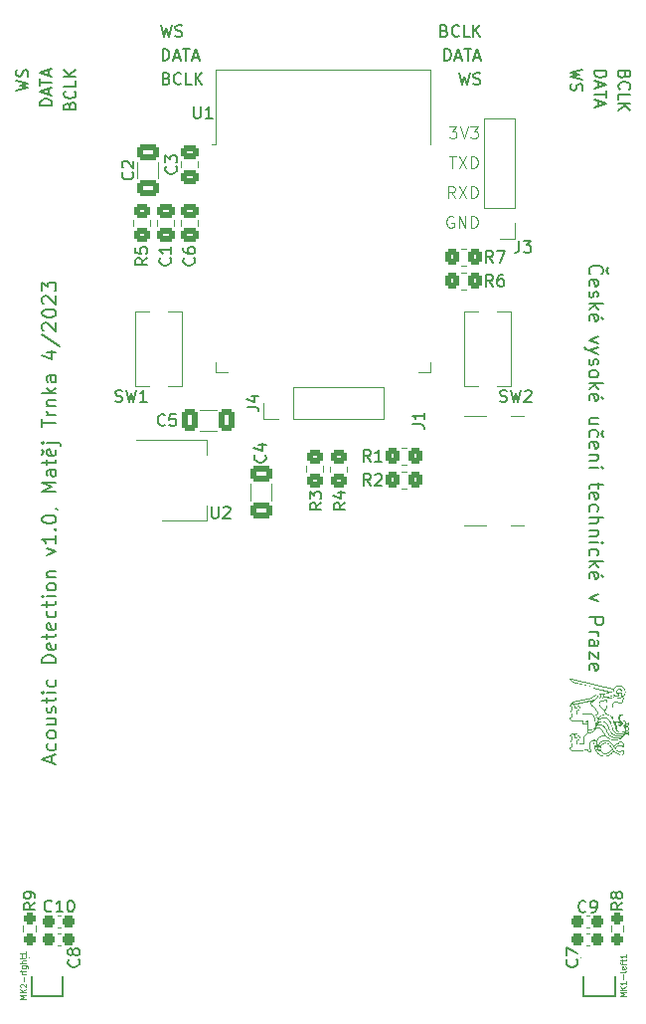
<source format=gto>
G04 #@! TF.GenerationSoftware,KiCad,Pcbnew,7.0.1-3b83917a11~172~ubuntu22.04.1*
G04 #@! TF.CreationDate,2023-04-17T14:06:39+02:00*
G04 #@! TF.ProjectId,AcousticDetection_HW,41636f75-7374-4696-9344-657465637469,rev?*
G04 #@! TF.SameCoordinates,Original*
G04 #@! TF.FileFunction,Legend,Top*
G04 #@! TF.FilePolarity,Positive*
%FSLAX46Y46*%
G04 Gerber Fmt 4.6, Leading zero omitted, Abs format (unit mm)*
G04 Created by KiCad (PCBNEW 7.0.1-3b83917a11~172~ubuntu22.04.1) date 2023-04-17 14:06:39*
%MOMM*%
%LPD*%
G01*
G04 APERTURE LIST*
G04 Aperture macros list*
%AMRoundRect*
0 Rectangle with rounded corners*
0 $1 Rounding radius*
0 $2 $3 $4 $5 $6 $7 $8 $9 X,Y pos of 4 corners*
0 Add a 4 corners polygon primitive as box body*
4,1,4,$2,$3,$4,$5,$6,$7,$8,$9,$2,$3,0*
0 Add four circle primitives for the rounded corners*
1,1,$1+$1,$2,$3*
1,1,$1+$1,$4,$5*
1,1,$1+$1,$6,$7*
1,1,$1+$1,$8,$9*
0 Add four rect primitives between the rounded corners*
20,1,$1+$1,$2,$3,$4,$5,0*
20,1,$1+$1,$4,$5,$6,$7,0*
20,1,$1+$1,$6,$7,$8,$9,0*
20,1,$1+$1,$8,$9,$2,$3,0*%
G04 Aperture macros list end*
%ADD10C,0.000000*%
%ADD11C,0.125000*%
%ADD12C,0.180000*%
%ADD13C,0.120607*%
%ADD14C,0.150000*%
%ADD15C,0.127000*%
%ADD16C,0.100000*%
%ADD17C,0.120000*%
%ADD18C,0.912000*%
%ADD19C,0.500000*%
%ADD20R,0.600000X0.522000*%
%ADD21RoundRect,0.250000X0.350000X0.450000X-0.350000X0.450000X-0.350000X-0.450000X0.350000X-0.450000X0*%
%ADD22R,1.800000X4.000000*%
%ADD23RoundRect,0.250000X-0.350000X-0.450000X0.350000X-0.450000X0.350000X0.450000X-0.350000X0.450000X0*%
%ADD24C,0.650000*%
%ADD25R,1.150000X0.600000*%
%ADD26R,1.150000X0.300000*%
%ADD27O,2.100000X1.000000*%
%ADD28O,1.800000X1.000000*%
%ADD29RoundRect,0.250000X-0.475000X0.337500X-0.475000X-0.337500X0.475000X-0.337500X0.475000X0.337500X0*%
%ADD30R,4.000000X1.800000*%
%ADD31RoundRect,0.250000X0.475000X-0.337500X0.475000X0.337500X-0.475000X0.337500X-0.475000X-0.337500X0*%
%ADD32RoundRect,0.237500X0.237500X-0.250000X0.237500X0.250000X-0.237500X0.250000X-0.237500X-0.250000X0*%
%ADD33RoundRect,0.237500X-0.300000X-0.237500X0.300000X-0.237500X0.300000X0.237500X-0.300000X0.237500X0*%
%ADD34R,1.700000X1.700000*%
%ADD35O,1.700000X1.700000*%
%ADD36R,2.000000X1.500000*%
%ADD37R,2.000000X3.800000*%
%ADD38RoundRect,0.237500X0.300000X0.237500X-0.300000X0.237500X-0.300000X-0.237500X0.300000X-0.237500X0*%
%ADD39R,1.000000X1.250000*%
%ADD40RoundRect,0.250000X0.650000X-0.412500X0.650000X0.412500X-0.650000X0.412500X-0.650000X-0.412500X0*%
%ADD41RoundRect,0.250000X-0.450000X0.350000X-0.450000X-0.350000X0.450000X-0.350000X0.450000X0.350000X0*%
%ADD42R,1.500000X0.900000*%
%ADD43R,0.900000X1.500000*%
%ADD44C,0.600000*%
%ADD45R,4.200000X4.200000*%
%ADD46RoundRect,0.250000X0.412500X0.650000X-0.412500X0.650000X-0.412500X-0.650000X0.412500X-0.650000X0*%
%ADD47RoundRect,0.250000X0.450000X-0.350000X0.450000X0.350000X-0.450000X0.350000X-0.450000X-0.350000X0*%
%ADD48RoundRect,0.250000X-0.650000X0.412500X-0.650000X-0.412500X0.650000X-0.412500X0.650000X0.412500X0*%
G04 APERTURE END LIST*
D10*
G36*
X173881732Y-110376337D02*
G01*
X177501602Y-111234070D01*
X177517241Y-111207811D01*
X177534942Y-111181758D01*
X177554697Y-111156115D01*
X177576500Y-111131089D01*
X177600342Y-111106884D01*
X177626215Y-111083707D01*
X177639911Y-111072567D01*
X177654112Y-111061762D01*
X177668817Y-111051316D01*
X177684026Y-111041255D01*
X177699736Y-111031604D01*
X177715948Y-111022391D01*
X177732660Y-111013639D01*
X177749871Y-111005376D01*
X177767580Y-110997625D01*
X177785787Y-110990415D01*
X177804490Y-110983769D01*
X177823688Y-110977713D01*
X177843381Y-110972274D01*
X177863568Y-110967477D01*
X177884247Y-110963347D01*
X177905418Y-110959911D01*
X177927079Y-110957193D01*
X177949230Y-110955220D01*
X177971870Y-110954018D01*
X177989758Y-110953703D01*
X177994997Y-110953611D01*
X178023017Y-110954321D01*
X178050583Y-110956425D01*
X178077666Y-110959889D01*
X178104238Y-110964678D01*
X178130269Y-110970757D01*
X178155733Y-110978090D01*
X178180599Y-110986642D01*
X178204840Y-110996378D01*
X178228427Y-111007263D01*
X178251331Y-111019261D01*
X178273524Y-111032338D01*
X178294977Y-111046458D01*
X178315662Y-111061586D01*
X178335550Y-111077686D01*
X178354613Y-111094725D01*
X178372822Y-111112666D01*
X178390149Y-111131474D01*
X178406564Y-111151114D01*
X178422041Y-111171551D01*
X178436549Y-111192749D01*
X178450060Y-111214674D01*
X178462546Y-111237290D01*
X178473979Y-111260563D01*
X178484329Y-111284456D01*
X178493569Y-111308935D01*
X178501669Y-111333965D01*
X178508601Y-111359510D01*
X178514337Y-111385534D01*
X178518848Y-111412004D01*
X178522106Y-111438884D01*
X178524081Y-111466138D01*
X178524746Y-111493732D01*
X178523902Y-111527270D01*
X178521399Y-111559735D01*
X178517283Y-111591151D01*
X178511600Y-111621540D01*
X178504396Y-111650926D01*
X178495716Y-111679330D01*
X178485606Y-111706775D01*
X178474111Y-111733285D01*
X178461278Y-111758883D01*
X178447151Y-111783590D01*
X178431777Y-111807430D01*
X178415201Y-111830426D01*
X178397469Y-111852599D01*
X178378626Y-111873975D01*
X178358718Y-111894574D01*
X178337791Y-111914419D01*
X178341569Y-111921296D01*
X178345101Y-111928295D01*
X178348390Y-111935415D01*
X178351435Y-111942657D01*
X178354235Y-111950020D01*
X178356792Y-111957505D01*
X178359105Y-111965111D01*
X178361174Y-111972839D01*
X178362999Y-111980689D01*
X178364581Y-111988660D01*
X178365919Y-111996752D01*
X178367014Y-112004966D01*
X178367865Y-112013302D01*
X178368473Y-112021759D01*
X178368838Y-112030338D01*
X178368959Y-112039038D01*
X178368483Y-112054429D01*
X178367093Y-112069433D01*
X178364852Y-112084026D01*
X178361820Y-112098186D01*
X178358057Y-112111890D01*
X178353625Y-112125115D01*
X178348585Y-112137839D01*
X178342997Y-112150037D01*
X178336922Y-112161688D01*
X178330422Y-112172769D01*
X178323556Y-112183256D01*
X178316386Y-112193127D01*
X178308972Y-112202359D01*
X178301376Y-112210929D01*
X178293659Y-112218815D01*
X178285880Y-112225993D01*
X178287764Y-112230866D01*
X178289526Y-112235754D01*
X178291167Y-112240671D01*
X178292687Y-112245633D01*
X178294084Y-112250655D01*
X178295360Y-112255753D01*
X178296515Y-112260941D01*
X178297548Y-112266236D01*
X178298460Y-112271652D01*
X178299250Y-112277205D01*
X178299918Y-112282910D01*
X178300465Y-112288783D01*
X178300891Y-112294839D01*
X178301195Y-112301093D01*
X178301377Y-112307561D01*
X178301438Y-112314257D01*
X178301195Y-112324464D01*
X178300473Y-112334622D01*
X178299277Y-112344713D01*
X178297614Y-112354720D01*
X178295491Y-112364624D01*
X178292915Y-112374407D01*
X178289891Y-112384051D01*
X178286428Y-112393539D01*
X178282530Y-112402852D01*
X178278206Y-112411971D01*
X178273461Y-112420880D01*
X178268303Y-112429559D01*
X178262738Y-112437991D01*
X178256772Y-112446158D01*
X178250412Y-112454042D01*
X178243666Y-112461624D01*
X178236539Y-112468886D01*
X178229038Y-112475811D01*
X178221170Y-112482381D01*
X178212942Y-112488576D01*
X178204359Y-112494380D01*
X178195430Y-112499774D01*
X178186160Y-112504740D01*
X178176556Y-112509260D01*
X178166625Y-112513315D01*
X178156373Y-112516889D01*
X178145807Y-112519963D01*
X178134934Y-112522518D01*
X178123760Y-112524537D01*
X178112292Y-112526001D01*
X178100537Y-112526893D01*
X178088501Y-112527194D01*
X178071213Y-112526599D01*
X178054412Y-112524862D01*
X178038098Y-112522061D01*
X178022272Y-112518271D01*
X178006934Y-112513568D01*
X177992083Y-112508029D01*
X177977719Y-112501728D01*
X177963842Y-112494743D01*
X177950453Y-112487149D01*
X177937552Y-112479021D01*
X177925138Y-112470437D01*
X177913211Y-112461472D01*
X177901772Y-112452201D01*
X177890820Y-112442702D01*
X177880355Y-112433049D01*
X177870378Y-112423319D01*
X177865621Y-112418627D01*
X177861063Y-112414287D01*
X177856657Y-112410281D01*
X177852358Y-112406596D01*
X177848121Y-112403216D01*
X177843900Y-112400125D01*
X177839648Y-112397308D01*
X177835321Y-112394750D01*
X177830872Y-112392436D01*
X177826256Y-112390351D01*
X177821427Y-112388478D01*
X177816339Y-112386804D01*
X177810946Y-112385312D01*
X177805204Y-112383987D01*
X177799065Y-112382815D01*
X177792485Y-112381779D01*
X177776503Y-112380256D01*
X177759796Y-112379561D01*
X177742496Y-112379672D01*
X177724730Y-112380565D01*
X177706629Y-112382219D01*
X177688322Y-112384611D01*
X177669938Y-112387717D01*
X177651608Y-112391516D01*
X177633459Y-112395984D01*
X177615622Y-112401100D01*
X177598227Y-112406840D01*
X177581402Y-112413182D01*
X177565277Y-112420103D01*
X177549982Y-112427581D01*
X177535646Y-112435592D01*
X177522398Y-112444115D01*
X177515767Y-112448996D01*
X177509515Y-112453937D01*
X177503659Y-112458999D01*
X177498214Y-112464242D01*
X177495650Y-112466951D01*
X177493194Y-112469729D01*
X177490849Y-112472582D01*
X177488616Y-112475519D01*
X177486497Y-112478547D01*
X177484495Y-112481674D01*
X177482610Y-112484907D01*
X177480845Y-112488254D01*
X177479203Y-112491723D01*
X177477683Y-112495322D01*
X177476290Y-112499057D01*
X177475024Y-112502937D01*
X177473888Y-112506969D01*
X177472883Y-112511161D01*
X177472012Y-112515520D01*
X177471276Y-112520055D01*
X177470677Y-112524772D01*
X177470217Y-112529679D01*
X177469898Y-112534785D01*
X177469722Y-112540096D01*
X177469691Y-112545620D01*
X177469807Y-112551365D01*
X177470072Y-112557339D01*
X177470487Y-112563548D01*
X177492553Y-112895289D01*
X177498073Y-112998150D01*
X177502619Y-113106183D01*
X177505704Y-113217987D01*
X177506841Y-113332162D01*
X177504896Y-113665835D01*
X177504653Y-113789355D01*
X177505352Y-113839863D01*
X177506841Y-113882707D01*
X177552693Y-114030380D01*
X177597077Y-114180006D01*
X177640489Y-114335487D01*
X177661985Y-114416641D01*
X177683424Y-114500721D01*
X177700634Y-114570016D01*
X177711181Y-114607892D01*
X177717154Y-114627052D01*
X177723674Y-114646136D01*
X177730802Y-114664977D01*
X177738599Y-114683408D01*
X177747127Y-114701260D01*
X177756446Y-114718368D01*
X177766618Y-114734562D01*
X177777703Y-114749676D01*
X177789762Y-114763543D01*
X177796176Y-114769956D01*
X177802857Y-114775994D01*
X177796163Y-114763714D01*
X177789720Y-114750314D01*
X177783536Y-114735895D01*
X177777618Y-114720555D01*
X177771974Y-114704394D01*
X177766611Y-114687510D01*
X177761537Y-114670002D01*
X177756760Y-114651970D01*
X177752287Y-114633513D01*
X177748127Y-114614729D01*
X177740773Y-114576579D01*
X177734760Y-114538312D01*
X177730149Y-114500721D01*
X177713021Y-114391351D01*
X177694444Y-114280012D01*
X177662627Y-114090459D01*
X177661837Y-114083817D01*
X177661412Y-114077550D01*
X177661352Y-114071665D01*
X177661656Y-114066170D01*
X177662325Y-114061071D01*
X177663360Y-114056377D01*
X177664014Y-114054183D01*
X177664759Y-114052094D01*
X177665596Y-114050110D01*
X177666523Y-114048231D01*
X177667543Y-114046459D01*
X177668653Y-114044794D01*
X177669855Y-114043238D01*
X177671148Y-114041791D01*
X177672533Y-114040455D01*
X177674009Y-114039230D01*
X177675576Y-114038118D01*
X177677235Y-114037118D01*
X177678985Y-114036233D01*
X177680827Y-114035463D01*
X177682760Y-114034808D01*
X177684784Y-114034271D01*
X177686900Y-114033851D01*
X177689107Y-114033550D01*
X177691405Y-114033369D01*
X177693795Y-114033308D01*
X177958643Y-114022936D01*
X177961441Y-114022998D01*
X177964004Y-114023182D01*
X177966340Y-114023488D01*
X177968456Y-114023916D01*
X177969434Y-114024176D01*
X177970361Y-114024466D01*
X177971236Y-114024787D01*
X177972060Y-114025138D01*
X177972836Y-114025520D01*
X177973563Y-114025931D01*
X177974243Y-114026373D01*
X177974876Y-114026846D01*
X177975463Y-114027348D01*
X177976006Y-114027881D01*
X177976505Y-114028444D01*
X177976962Y-114029037D01*
X177977376Y-114029660D01*
X177977750Y-114030313D01*
X177978084Y-114030997D01*
X177978378Y-114031710D01*
X177978635Y-114032453D01*
X177978854Y-114033226D01*
X177979184Y-114034863D01*
X177979377Y-114036619D01*
X177979440Y-114038494D01*
X177979380Y-114040390D01*
X177979207Y-114042178D01*
X177978927Y-114043874D01*
X177978548Y-114045493D01*
X177978079Y-114047050D01*
X177977525Y-114048561D01*
X177976896Y-114050041D01*
X177976199Y-114051505D01*
X177975440Y-114052968D01*
X177974629Y-114054446D01*
X177972876Y-114057507D01*
X177971003Y-114060809D01*
X177970039Y-114062589D01*
X177969068Y-114064476D01*
X177964320Y-114073253D01*
X177959823Y-114082066D01*
X177955586Y-114090955D01*
X177951616Y-114099957D01*
X177947921Y-114109110D01*
X177944507Y-114118452D01*
X177941382Y-114128022D01*
X177938555Y-114137858D01*
X177936032Y-114147998D01*
X177933821Y-114158480D01*
X177931930Y-114169341D01*
X177930365Y-114180621D01*
X177929135Y-114192358D01*
X177928248Y-114204589D01*
X177927710Y-114217353D01*
X177927528Y-114230687D01*
X177927772Y-114240350D01*
X177928503Y-114249830D01*
X177929721Y-114259067D01*
X177931427Y-114267999D01*
X177933620Y-114276567D01*
X177936299Y-114284709D01*
X177939466Y-114292364D01*
X177943119Y-114299472D01*
X177947259Y-114305972D01*
X177949512Y-114308974D01*
X177951886Y-114311802D01*
X177954382Y-114314447D01*
X177957000Y-114316902D01*
X177959739Y-114319160D01*
X177962600Y-114321212D01*
X177965582Y-114323051D01*
X177968687Y-114324670D01*
X177971912Y-114326060D01*
X177975260Y-114327215D01*
X177978728Y-114328126D01*
X177982319Y-114328786D01*
X177986031Y-114329188D01*
X177989864Y-114329324D01*
X177993257Y-114328746D01*
X177996614Y-114327986D01*
X177999931Y-114327044D01*
X178003203Y-114325918D01*
X178006426Y-114324610D01*
X178009595Y-114323120D01*
X178012705Y-114321446D01*
X178015751Y-114319590D01*
X178018729Y-114317552D01*
X178021634Y-114315331D01*
X178024461Y-114312927D01*
X178027204Y-114310341D01*
X178029861Y-114307572D01*
X178032425Y-114304620D01*
X178034892Y-114301486D01*
X178037258Y-114298169D01*
X178039517Y-114294670D01*
X178041665Y-114290988D01*
X178043696Y-114287123D01*
X178045607Y-114283075D01*
X178047393Y-114278846D01*
X178049048Y-114274433D01*
X178050568Y-114269838D01*
X178051948Y-114265060D01*
X178053184Y-114260099D01*
X178054270Y-114254956D01*
X178055202Y-114249631D01*
X178055976Y-114244122D01*
X178056586Y-114238431D01*
X178057027Y-114232558D01*
X178057296Y-114226502D01*
X178057386Y-114220263D01*
X178056969Y-114203395D01*
X178055753Y-114186862D01*
X178053792Y-114170635D01*
X178051138Y-114154682D01*
X178047845Y-114138972D01*
X178043966Y-114123477D01*
X178034665Y-114093004D01*
X178023659Y-114063020D01*
X178011376Y-114033280D01*
X177984679Y-113973559D01*
X177971117Y-113943090D01*
X177957981Y-113911890D01*
X177945698Y-113879717D01*
X177934692Y-113846325D01*
X177925391Y-113811471D01*
X177921512Y-113793419D01*
X177918219Y-113774911D01*
X177915566Y-113755915D01*
X177913604Y-113736402D01*
X177912388Y-113716340D01*
X177911971Y-113695700D01*
X177912177Y-113685434D01*
X177969068Y-113685434D01*
X177969424Y-113704858D01*
X177970512Y-113724213D01*
X177972331Y-113743552D01*
X177974881Y-113762928D01*
X177978163Y-113782395D01*
X177982177Y-113802006D01*
X177986922Y-113821816D01*
X177992398Y-113841876D01*
X177998605Y-113862240D01*
X178005543Y-113882963D01*
X178013212Y-113904096D01*
X178021612Y-113925695D01*
X178030743Y-113947811D01*
X178040604Y-113970499D01*
X178062519Y-114017804D01*
X178051785Y-113964863D01*
X178042879Y-113918624D01*
X178035679Y-113878475D01*
X178030061Y-113843807D01*
X178025905Y-113814008D01*
X178023087Y-113788467D01*
X178021486Y-113766573D01*
X178020979Y-113747717D01*
X178021939Y-113714494D01*
X178024762Y-113683012D01*
X178029366Y-113653312D01*
X178035665Y-113625429D01*
X178043578Y-113599403D01*
X178053020Y-113575271D01*
X178063908Y-113553071D01*
X178076158Y-113532842D01*
X178089687Y-113514622D01*
X178104411Y-113498448D01*
X178120246Y-113484359D01*
X178137110Y-113472392D01*
X178145901Y-113467217D01*
X178154918Y-113462587D01*
X178164150Y-113458506D01*
X178173587Y-113454980D01*
X178183218Y-113452013D01*
X178193033Y-113449610D01*
X178203021Y-113447776D01*
X178213173Y-113446515D01*
X178201047Y-113444899D01*
X178189031Y-113443945D01*
X178177143Y-113443646D01*
X178165400Y-113443993D01*
X178153822Y-113444980D01*
X178142424Y-113446598D01*
X178131227Y-113448841D01*
X178120248Y-113451699D01*
X178109504Y-113455167D01*
X178099015Y-113459236D01*
X178088797Y-113463898D01*
X178078870Y-113469146D01*
X178069251Y-113474973D01*
X178059958Y-113481370D01*
X178051010Y-113488331D01*
X178042424Y-113495847D01*
X178034218Y-113503910D01*
X178026411Y-113512515D01*
X178019020Y-113521651D01*
X178012064Y-113531313D01*
X178005561Y-113541492D01*
X177999529Y-113552181D01*
X177993985Y-113563372D01*
X177988948Y-113575058D01*
X177984436Y-113587231D01*
X177980467Y-113599883D01*
X177977059Y-113613006D01*
X177974231Y-113626594D01*
X177971999Y-113640638D01*
X177970383Y-113655131D01*
X177969400Y-113670066D01*
X177969068Y-113685434D01*
X177912177Y-113685434D01*
X177912318Y-113678372D01*
X177913345Y-113661449D01*
X177915035Y-113644941D01*
X177917367Y-113628856D01*
X177920323Y-113613205D01*
X177923883Y-113597997D01*
X177928030Y-113583241D01*
X177932743Y-113568947D01*
X177938003Y-113555125D01*
X177943793Y-113541784D01*
X177950092Y-113528933D01*
X177956882Y-113516582D01*
X177964143Y-113504741D01*
X177971858Y-113493420D01*
X177980006Y-113482627D01*
X177988568Y-113472372D01*
X177997526Y-113462664D01*
X178006861Y-113453514D01*
X178016553Y-113444931D01*
X178026584Y-113436924D01*
X178036935Y-113429503D01*
X178047586Y-113422677D01*
X178058519Y-113416457D01*
X178069714Y-113410850D01*
X178081153Y-113405867D01*
X178092816Y-113401518D01*
X178104685Y-113397812D01*
X178116741Y-113394759D01*
X178128964Y-113392367D01*
X178141335Y-113390647D01*
X178153836Y-113389608D01*
X178166448Y-113389259D01*
X178177143Y-113389649D01*
X178184645Y-113389923D01*
X178202218Y-113391887D01*
X178219152Y-113395115D01*
X178235431Y-113399568D01*
X178251041Y-113405208D01*
X178265965Y-113411996D01*
X178280190Y-113419896D01*
X178293699Y-113428867D01*
X178306477Y-113438874D01*
X178318510Y-113449876D01*
X178329783Y-113461836D01*
X178340279Y-113474716D01*
X178349983Y-113488479D01*
X178358882Y-113503084D01*
X178366958Y-113518496D01*
X178374198Y-113534674D01*
X178365613Y-113529072D01*
X178357355Y-113523941D01*
X178349385Y-113519267D01*
X178341666Y-113515035D01*
X178334160Y-113511229D01*
X178326828Y-113507834D01*
X178319633Y-113504835D01*
X178312537Y-113502217D01*
X178305502Y-113499963D01*
X178298489Y-113498060D01*
X178291461Y-113496491D01*
X178284380Y-113495242D01*
X178277208Y-113494297D01*
X178269907Y-113493641D01*
X178262439Y-113493259D01*
X178254765Y-113493135D01*
X178245591Y-113493437D01*
X178236577Y-113494340D01*
X178227732Y-113495835D01*
X178219066Y-113497912D01*
X178210586Y-113500564D01*
X178202301Y-113503782D01*
X178194219Y-113507557D01*
X178186350Y-113511880D01*
X178178701Y-113516744D01*
X178171282Y-113522139D01*
X178164100Y-113528057D01*
X178157165Y-113534490D01*
X178150484Y-113541429D01*
X178144067Y-113548864D01*
X178137923Y-113556789D01*
X178132058Y-113565194D01*
X178126483Y-113574070D01*
X178121205Y-113583409D01*
X178116234Y-113593203D01*
X178111578Y-113603443D01*
X178107245Y-113614120D01*
X178103243Y-113625226D01*
X178099583Y-113636752D01*
X178096271Y-113648690D01*
X178093317Y-113661030D01*
X178090729Y-113673766D01*
X178088515Y-113686887D01*
X178086685Y-113700385D01*
X178085247Y-113714253D01*
X178084209Y-113728480D01*
X178083580Y-113743060D01*
X178083368Y-113757982D01*
X178083835Y-113789234D01*
X178085153Y-113818826D01*
X178087202Y-113846926D01*
X178089859Y-113873702D01*
X178096512Y-113923951D01*
X178104138Y-113970912D01*
X178111765Y-114015927D01*
X178118417Y-114060334D01*
X178121074Y-114082729D01*
X178123123Y-114105474D01*
X178124441Y-114128738D01*
X178124908Y-114152688D01*
X178124549Y-114171793D01*
X178123498Y-114190137D01*
X178121792Y-114207689D01*
X178119470Y-114224418D01*
X178116570Y-114240294D01*
X178113129Y-114255288D01*
X178109186Y-114269368D01*
X178104780Y-114282505D01*
X178099947Y-114294669D01*
X178094726Y-114305829D01*
X178089156Y-114315954D01*
X178083273Y-114325016D01*
X178077117Y-114332982D01*
X178070725Y-114339825D01*
X178064135Y-114345512D01*
X178057386Y-114350014D01*
X178066075Y-114349346D01*
X178074603Y-114348318D01*
X178082963Y-114346934D01*
X178091149Y-114345200D01*
X178099151Y-114343120D01*
X178106963Y-114340698D01*
X178114577Y-114337940D01*
X178121985Y-114334851D01*
X178129180Y-114331434D01*
X178136154Y-114327695D01*
X178142900Y-114323638D01*
X178149409Y-114319269D01*
X178155675Y-114314591D01*
X178161690Y-114309610D01*
X178167447Y-114304331D01*
X178172936Y-114298757D01*
X178178152Y-114292895D01*
X178183087Y-114286748D01*
X178187732Y-114280321D01*
X178192080Y-114273620D01*
X178196125Y-114266648D01*
X178199857Y-114259411D01*
X178203270Y-114251914D01*
X178206356Y-114244160D01*
X178209107Y-114236155D01*
X178211516Y-114227903D01*
X178213575Y-114219410D01*
X178215277Y-114210680D01*
X178216614Y-114201718D01*
X178217578Y-114192528D01*
X178218162Y-114183115D01*
X178218359Y-114173484D01*
X178218058Y-114163749D01*
X178217171Y-114154061D01*
X178215721Y-114144465D01*
X178213731Y-114135007D01*
X178211223Y-114125733D01*
X178208221Y-114116687D01*
X178204746Y-114107917D01*
X178200823Y-114099467D01*
X178196474Y-114091382D01*
X178191722Y-114083710D01*
X178186589Y-114076494D01*
X178181099Y-114069780D01*
X178175275Y-114063615D01*
X178169139Y-114058044D01*
X178162714Y-114053112D01*
X178156023Y-114048865D01*
X178154139Y-114047882D01*
X178152376Y-114046893D01*
X178150736Y-114045889D01*
X178149216Y-114044864D01*
X178147819Y-114043809D01*
X178146542Y-114042718D01*
X178145388Y-114041581D01*
X178144856Y-114040993D01*
X178144355Y-114040392D01*
X178143884Y-114039775D01*
X178143443Y-114039143D01*
X178143033Y-114038493D01*
X178142653Y-114037825D01*
X178142304Y-114037139D01*
X178141985Y-114036433D01*
X178141696Y-114035706D01*
X178141438Y-114034957D01*
X178141210Y-114034186D01*
X178141012Y-114033390D01*
X178140845Y-114032571D01*
X178140708Y-114031725D01*
X178140602Y-114030853D01*
X178140526Y-114029954D01*
X178140480Y-114029026D01*
X178140465Y-114028069D01*
X178140480Y-114027107D01*
X178140526Y-114026176D01*
X178140602Y-114025275D01*
X178140708Y-114024405D01*
X178140845Y-114023566D01*
X178141012Y-114022757D01*
X178141210Y-114021979D01*
X178141438Y-114021232D01*
X178141696Y-114020515D01*
X178141985Y-114019829D01*
X178142304Y-114019173D01*
X178142653Y-114018548D01*
X178143033Y-114017954D01*
X178143443Y-114017390D01*
X178143884Y-114016857D01*
X178144355Y-114016354D01*
X178144856Y-114015882D01*
X178145388Y-114015441D01*
X178145950Y-114015029D01*
X178146542Y-114014649D01*
X178147165Y-114014299D01*
X178147819Y-114013979D01*
X178148502Y-114013690D01*
X178149216Y-114013431D01*
X178149961Y-114013203D01*
X178150736Y-114013006D01*
X178151541Y-114012838D01*
X178152376Y-114012701D01*
X178153242Y-114012595D01*
X178154139Y-114012519D01*
X178155066Y-114012473D01*
X178156023Y-114012458D01*
X178457225Y-113976052D01*
X178463975Y-113975325D01*
X178470573Y-113975102D01*
X178476989Y-113975396D01*
X178480120Y-113975742D01*
X178483193Y-113976223D01*
X178486205Y-113976841D01*
X178489152Y-113977597D01*
X178492031Y-113978495D01*
X178494838Y-113979535D01*
X178497569Y-113980720D01*
X178500220Y-113982051D01*
X178502787Y-113983530D01*
X178505266Y-113985160D01*
X178507655Y-113986942D01*
X178509948Y-113988877D01*
X178512142Y-113990969D01*
X178514233Y-113993218D01*
X178516218Y-113995627D01*
X178518093Y-113998197D01*
X178519853Y-114000931D01*
X178521496Y-114003830D01*
X178523017Y-114006897D01*
X178524412Y-114010132D01*
X178525677Y-114013539D01*
X178526810Y-114017118D01*
X178527805Y-114020872D01*
X178528660Y-114024803D01*
X178529370Y-114028912D01*
X178529932Y-114033202D01*
X178550728Y-114240953D01*
X178768850Y-114131891D01*
X178820815Y-114105909D01*
X178820815Y-114370757D01*
X178815995Y-114370863D01*
X178811269Y-114371176D01*
X178806642Y-114371691D01*
X178802118Y-114372403D01*
X178797700Y-114373304D01*
X178793393Y-114374391D01*
X178789199Y-114375656D01*
X178785124Y-114377095D01*
X178781169Y-114378701D01*
X178777341Y-114380469D01*
X178773641Y-114382393D01*
X178770075Y-114384467D01*
X178766645Y-114386686D01*
X178763356Y-114389044D01*
X178760212Y-114391535D01*
X178757216Y-114394153D01*
X178754372Y-114396893D01*
X178751684Y-114399749D01*
X178749155Y-114402715D01*
X178746790Y-114405786D01*
X178744592Y-114408956D01*
X178742566Y-114412218D01*
X178740714Y-114415568D01*
X178739041Y-114419000D01*
X178737551Y-114422507D01*
X178736247Y-114426085D01*
X178735133Y-114429727D01*
X178734213Y-114433428D01*
X178733491Y-114437181D01*
X178732971Y-114440982D01*
X178732656Y-114444825D01*
X178732550Y-114448703D01*
X178732656Y-114452582D01*
X178732971Y-114456424D01*
X178733491Y-114460225D01*
X178734213Y-114463979D01*
X178735133Y-114467680D01*
X178736247Y-114471322D01*
X178737551Y-114474899D01*
X178739041Y-114478407D01*
X178740714Y-114481838D01*
X178742566Y-114485188D01*
X178744592Y-114488451D01*
X178746790Y-114491620D01*
X178749155Y-114494691D01*
X178751684Y-114497658D01*
X178754372Y-114500514D01*
X178757216Y-114503254D01*
X178760212Y-114505872D01*
X178763356Y-114508363D01*
X178766645Y-114510721D01*
X178770075Y-114512939D01*
X178773641Y-114515014D01*
X178777341Y-114516938D01*
X178781169Y-114518706D01*
X178785124Y-114520312D01*
X178789199Y-114521750D01*
X178793393Y-114523016D01*
X178797700Y-114524102D01*
X178802118Y-114525004D01*
X178806642Y-114525715D01*
X178811269Y-114526230D01*
X178815995Y-114526544D01*
X178820815Y-114526649D01*
X178820815Y-114749958D01*
X178815995Y-114750049D01*
X178811269Y-114750319D01*
X178806642Y-114750767D01*
X178802118Y-114751388D01*
X178797700Y-114752181D01*
X178793393Y-114753142D01*
X178789199Y-114754269D01*
X178785124Y-114755558D01*
X178781169Y-114757007D01*
X178777341Y-114758613D01*
X178773641Y-114760373D01*
X178770075Y-114762284D01*
X178766645Y-114764343D01*
X178763356Y-114766548D01*
X178760212Y-114768895D01*
X178757216Y-114771382D01*
X178754372Y-114774006D01*
X178751684Y-114776765D01*
X178749155Y-114779654D01*
X178746790Y-114782671D01*
X178744592Y-114785815D01*
X178742566Y-114789080D01*
X178740714Y-114792466D01*
X178739041Y-114795968D01*
X178737551Y-114799584D01*
X178736247Y-114803312D01*
X178735133Y-114807147D01*
X178734213Y-114811089D01*
X178733491Y-114815132D01*
X178732971Y-114819276D01*
X178732656Y-114823516D01*
X178732550Y-114827851D01*
X178732656Y-114831263D01*
X178732971Y-114834668D01*
X178733491Y-114838059D01*
X178734213Y-114841430D01*
X178735133Y-114844774D01*
X178736247Y-114848085D01*
X178737551Y-114851355D01*
X178739041Y-114854579D01*
X178740714Y-114857749D01*
X178742566Y-114860859D01*
X178744592Y-114863902D01*
X178746790Y-114866872D01*
X178749155Y-114869762D01*
X178751684Y-114872565D01*
X178754372Y-114875274D01*
X178757216Y-114877884D01*
X178760212Y-114880387D01*
X178763356Y-114882776D01*
X178766645Y-114885046D01*
X178770075Y-114887189D01*
X178773641Y-114889199D01*
X178777341Y-114891069D01*
X178781169Y-114892792D01*
X178785124Y-114894362D01*
X178789199Y-114895773D01*
X178793393Y-114897016D01*
X178797700Y-114898087D01*
X178802118Y-114898978D01*
X178806642Y-114899683D01*
X178811269Y-114900194D01*
X178815995Y-114900506D01*
X178820815Y-114900611D01*
X178820815Y-115170698D01*
X178509189Y-115014859D01*
X178495483Y-115047674D01*
X178480677Y-115079883D01*
X178464794Y-115111456D01*
X178447860Y-115142366D01*
X178429898Y-115172583D01*
X178410935Y-115202079D01*
X178390994Y-115230826D01*
X178370100Y-115258795D01*
X178348278Y-115285957D01*
X178325552Y-115312285D01*
X178301948Y-115337749D01*
X178277490Y-115362320D01*
X178252203Y-115385972D01*
X178226111Y-115408674D01*
X178199240Y-115430399D01*
X178171613Y-115451117D01*
X178143257Y-115470801D01*
X178114194Y-115489421D01*
X178084451Y-115506950D01*
X178054051Y-115523359D01*
X178023020Y-115538619D01*
X177991382Y-115552702D01*
X177959162Y-115565578D01*
X177926385Y-115577221D01*
X177893075Y-115587600D01*
X177859258Y-115596688D01*
X177824957Y-115604457D01*
X177790198Y-115610877D01*
X177755005Y-115615919D01*
X177719403Y-115619557D01*
X177683416Y-115621760D01*
X177647070Y-115622501D01*
X177584519Y-115621178D01*
X177525239Y-115617277D01*
X177468974Y-115610896D01*
X177415462Y-115602134D01*
X177364447Y-115591089D01*
X177315669Y-115577861D01*
X177268870Y-115562548D01*
X177223790Y-115545249D01*
X177180171Y-115526064D01*
X177137755Y-115505090D01*
X177096282Y-115482426D01*
X177055494Y-115458172D01*
X177015131Y-115432427D01*
X176974936Y-115405289D01*
X176894013Y-115347228D01*
X176883230Y-115338712D01*
X176872225Y-115330691D01*
X176860899Y-115323172D01*
X176849154Y-115316164D01*
X176836891Y-115309672D01*
X176824011Y-115303706D01*
X176810415Y-115298273D01*
X176796005Y-115293379D01*
X176780681Y-115289033D01*
X176764345Y-115285242D01*
X176746898Y-115282013D01*
X176728241Y-115279355D01*
X176708275Y-115277275D01*
X176686902Y-115275779D01*
X176664022Y-115274876D01*
X176639537Y-115274574D01*
X176611473Y-115275359D01*
X176583777Y-115277693D01*
X176556484Y-115281541D01*
X176529628Y-115286869D01*
X176503244Y-115293642D01*
X176477366Y-115301826D01*
X176452028Y-115311388D01*
X176427264Y-115322292D01*
X176403108Y-115334505D01*
X176379595Y-115347992D01*
X176356760Y-115362719D01*
X176334635Y-115378652D01*
X176313256Y-115395756D01*
X176292656Y-115413998D01*
X176272871Y-115433343D01*
X176253934Y-115453756D01*
X176235879Y-115475204D01*
X176218740Y-115497652D01*
X176202553Y-115521067D01*
X176187351Y-115545412D01*
X176173168Y-115570656D01*
X176160039Y-115596763D01*
X176147998Y-115623698D01*
X176137079Y-115651429D01*
X176127316Y-115679920D01*
X176118744Y-115709137D01*
X176111396Y-115739046D01*
X176105308Y-115769613D01*
X176100513Y-115800804D01*
X176097046Y-115832583D01*
X176094940Y-115864918D01*
X176094231Y-115897773D01*
X176094537Y-115929366D01*
X176095467Y-115959941D01*
X176097035Y-115989573D01*
X176099256Y-116018340D01*
X176102147Y-116046316D01*
X176105722Y-116073577D01*
X176109997Y-116100200D01*
X176114988Y-116126261D01*
X176120708Y-116151834D01*
X176127175Y-116176997D01*
X176134402Y-116201825D01*
X176142407Y-116226393D01*
X176151203Y-116250778D01*
X176160806Y-116275056D01*
X176171232Y-116299303D01*
X176182496Y-116323593D01*
X176181583Y-116318672D01*
X176180784Y-116313635D01*
X176179498Y-116303246D01*
X176178576Y-116292489D01*
X176177958Y-116281425D01*
X176177584Y-116270116D01*
X176177391Y-116258622D01*
X176177310Y-116235329D01*
X176178081Y-116204253D01*
X176180372Y-116173382D01*
X176184152Y-116142764D01*
X176189390Y-116112453D01*
X176196054Y-116082499D01*
X176204114Y-116052954D01*
X176213537Y-116023869D01*
X176224292Y-115995296D01*
X176236348Y-115967285D01*
X176249673Y-115939889D01*
X176264237Y-115913158D01*
X176280007Y-115887144D01*
X176296953Y-115861899D01*
X176315042Y-115837473D01*
X176334245Y-115813918D01*
X176354528Y-115791285D01*
X176375861Y-115769626D01*
X176398213Y-115748992D01*
X176421552Y-115729435D01*
X176445847Y-115711006D01*
X176471066Y-115693755D01*
X176497178Y-115677735D01*
X176524151Y-115662998D01*
X176551955Y-115649593D01*
X176580558Y-115637573D01*
X176609928Y-115626989D01*
X176640035Y-115617893D01*
X176670846Y-115610335D01*
X176702330Y-115604367D01*
X176734457Y-115600041D01*
X176767194Y-115597408D01*
X176800510Y-115596519D01*
X176853898Y-115598379D01*
X176905057Y-115603853D01*
X176954070Y-115612782D01*
X177001021Y-115625005D01*
X177045994Y-115640363D01*
X177089073Y-115658694D01*
X177130340Y-115679841D01*
X177169881Y-115703642D01*
X177207779Y-115729938D01*
X177244117Y-115758568D01*
X177278979Y-115789374D01*
X177312449Y-115822194D01*
X177344610Y-115856870D01*
X177375547Y-115893241D01*
X177405343Y-115931147D01*
X177434081Y-115970428D01*
X177527585Y-116100286D01*
X177549074Y-116075522D01*
X177570723Y-116051908D01*
X177592572Y-116029497D01*
X177614657Y-116008341D01*
X177637016Y-115988495D01*
X177659687Y-115970011D01*
X177682709Y-115952942D01*
X177706119Y-115937342D01*
X177729955Y-115923263D01*
X177754254Y-115910760D01*
X177779056Y-115899885D01*
X177804397Y-115890691D01*
X177830316Y-115883231D01*
X177843504Y-115880169D01*
X177856851Y-115877559D01*
X177870361Y-115875410D01*
X177884039Y-115873728D01*
X177897890Y-115872520D01*
X177911918Y-115871791D01*
X177918306Y-115855487D01*
X177925766Y-115839740D01*
X177934276Y-115824619D01*
X177938917Y-115817314D01*
X177943812Y-115810191D01*
X177948958Y-115803258D01*
X177954353Y-115796524D01*
X177959992Y-115789998D01*
X177965874Y-115783688D01*
X177971996Y-115777602D01*
X177978354Y-115771750D01*
X177984946Y-115766139D01*
X177991770Y-115760779D01*
X177998821Y-115755677D01*
X178006098Y-115750843D01*
X178013597Y-115746284D01*
X178021316Y-115742010D01*
X178029252Y-115738028D01*
X178037402Y-115734348D01*
X178045763Y-115730978D01*
X178054332Y-115727927D01*
X178063107Y-115725202D01*
X178072084Y-115722813D01*
X178081261Y-115720769D01*
X178090634Y-115719076D01*
X178100202Y-115717745D01*
X178109961Y-115716784D01*
X178119908Y-115716201D01*
X178130041Y-115716005D01*
X178130093Y-115716006D01*
X178143610Y-115716382D01*
X178157038Y-115717502D01*
X178170306Y-115719346D01*
X178183396Y-115721897D01*
X178196289Y-115725136D01*
X178208964Y-115729045D01*
X178221404Y-115733607D01*
X178233589Y-115738803D01*
X178245500Y-115744615D01*
X178257119Y-115751025D01*
X178268425Y-115758015D01*
X178279401Y-115765567D01*
X178290027Y-115773664D01*
X178300284Y-115782286D01*
X178310153Y-115791416D01*
X178319615Y-115801035D01*
X178328651Y-115811127D01*
X178337242Y-115821672D01*
X178345369Y-115832653D01*
X178353012Y-115844051D01*
X178360154Y-115855849D01*
X178366774Y-115868029D01*
X178372855Y-115880572D01*
X178378376Y-115893460D01*
X178383318Y-115906676D01*
X178387664Y-115920201D01*
X178391393Y-115934017D01*
X178394487Y-115948106D01*
X178396926Y-115962451D01*
X178398692Y-115977032D01*
X178399766Y-115991833D01*
X178400128Y-116006835D01*
X178399592Y-116027951D01*
X178398029Y-116048452D01*
X178395507Y-116068329D01*
X178392096Y-116087576D01*
X178387863Y-116106183D01*
X178382877Y-116124145D01*
X178377205Y-116141452D01*
X178370918Y-116158097D01*
X178364082Y-116174072D01*
X178356766Y-116189370D01*
X178349039Y-116203983D01*
X178340968Y-116217903D01*
X178332623Y-116231122D01*
X178324072Y-116243632D01*
X178315383Y-116255426D01*
X178306624Y-116266497D01*
X178293598Y-116249221D01*
X178279842Y-116232509D01*
X178265356Y-116216436D01*
X178250140Y-116201079D01*
X178234193Y-116186514D01*
X178217516Y-116172816D01*
X178200109Y-116160062D01*
X178181972Y-116148327D01*
X178172630Y-116142866D01*
X178163105Y-116137688D01*
X178153398Y-116132804D01*
X178143509Y-116128221D01*
X178133437Y-116123951D01*
X178123183Y-116120002D01*
X178112746Y-116116384D01*
X178102127Y-116113107D01*
X178091325Y-116110180D01*
X178080341Y-116107612D01*
X178069175Y-116105413D01*
X178057826Y-116103592D01*
X178046295Y-116102160D01*
X178034582Y-116101125D01*
X178022686Y-116100497D01*
X178010608Y-116100286D01*
X177997082Y-116100572D01*
X177983767Y-116101424D01*
X177970660Y-116102827D01*
X177957762Y-116104767D01*
X177945068Y-116107233D01*
X177932578Y-116110210D01*
X177920290Y-116113685D01*
X177908201Y-116117646D01*
X177884616Y-116126967D01*
X177861806Y-116138069D01*
X177839758Y-116150845D01*
X177818455Y-116165188D01*
X177797882Y-116180992D01*
X177778025Y-116198150D01*
X177758868Y-116216557D01*
X177740396Y-116236106D01*
X177722594Y-116256690D01*
X177705446Y-116278204D01*
X177688937Y-116300541D01*
X177673053Y-116323594D01*
X177688937Y-116346696D01*
X177705446Y-116369191D01*
X177722594Y-116390956D01*
X177740396Y-116411870D01*
X177758868Y-116431810D01*
X177778025Y-116450655D01*
X177797882Y-116468283D01*
X177818455Y-116484573D01*
X177839758Y-116499402D01*
X177861806Y-116512650D01*
X177873115Y-116518642D01*
X177884616Y-116524193D01*
X177896311Y-116529287D01*
X177908201Y-116533910D01*
X177920290Y-116538046D01*
X177932578Y-116541680D01*
X177945068Y-116544797D01*
X177957762Y-116547381D01*
X177970660Y-116549418D01*
X177983767Y-116550891D01*
X177997082Y-116551786D01*
X178010608Y-116552088D01*
X178034591Y-116551249D01*
X178057842Y-116548783D01*
X178080361Y-116544766D01*
X178102149Y-116539274D01*
X178123206Y-116532382D01*
X178143532Y-116524166D01*
X178163127Y-116514702D01*
X178181992Y-116504066D01*
X178200126Y-116492334D01*
X178217530Y-116479581D01*
X178234204Y-116465883D01*
X178250147Y-116451317D01*
X178265361Y-116435957D01*
X178279845Y-116419880D01*
X178293599Y-116403161D01*
X178306624Y-116385877D01*
X178315374Y-116396956D01*
X178324057Y-116408757D01*
X178332604Y-116421272D01*
X178340946Y-116434494D01*
X178349016Y-116448416D01*
X178356743Y-116463029D01*
X178364060Y-116478328D01*
X178370898Y-116494303D01*
X178377189Y-116510948D01*
X178382863Y-116528256D01*
X178387852Y-116546218D01*
X178392089Y-116564828D01*
X178395503Y-116584077D01*
X178398027Y-116603959D01*
X178399591Y-116624467D01*
X178400128Y-116645592D01*
X178399766Y-116660589D01*
X178398693Y-116675385D01*
X178396928Y-116689963D01*
X178394489Y-116704305D01*
X178391396Y-116718392D01*
X178387669Y-116732206D01*
X178383324Y-116745730D01*
X178378383Y-116758944D01*
X178372864Y-116771832D01*
X178366785Y-116784374D01*
X178360167Y-116796554D01*
X178353027Y-116808352D01*
X178345384Y-116819751D01*
X178337259Y-116830733D01*
X178328670Y-116841279D01*
X178319635Y-116851371D01*
X178310174Y-116860992D01*
X178300306Y-116870124D01*
X178290050Y-116878747D01*
X178279425Y-116886845D01*
X178268449Y-116894399D01*
X178257142Y-116901391D01*
X178245524Y-116907803D01*
X178233612Y-116913616D01*
X178221425Y-116918814D01*
X178208984Y-116923377D01*
X178196306Y-116927287D01*
X178183412Y-116930528D01*
X178170319Y-116933079D01*
X178157047Y-116934924D01*
X178143615Y-116936044D01*
X178130041Y-116936422D01*
X178119908Y-116936225D01*
X178109961Y-116935642D01*
X178100202Y-116934680D01*
X178090635Y-116933348D01*
X178081261Y-116931655D01*
X178072084Y-116929608D01*
X178063107Y-116927218D01*
X178054332Y-116924491D01*
X178037402Y-116918066D01*
X178021317Y-116910400D01*
X178006098Y-116901562D01*
X177991770Y-116891621D01*
X177978354Y-116880645D01*
X177965874Y-116868702D01*
X177954353Y-116855861D01*
X177943812Y-116842191D01*
X177934276Y-116827759D01*
X177925766Y-116812635D01*
X177918306Y-116796886D01*
X177911919Y-116780582D01*
X177882212Y-116778584D01*
X177853418Y-116774570D01*
X177825474Y-116768595D01*
X177798321Y-116760710D01*
X177771897Y-116750969D01*
X177746142Y-116739425D01*
X177720995Y-116726132D01*
X177696396Y-116711142D01*
X177672283Y-116694509D01*
X177648597Y-116676286D01*
X177625276Y-116656525D01*
X177602259Y-116635281D01*
X177579487Y-116612606D01*
X177556898Y-116588554D01*
X177534432Y-116563178D01*
X177512027Y-116536530D01*
X177472193Y-116587377D01*
X177432419Y-116636541D01*
X177392523Y-116683804D01*
X177352323Y-116728944D01*
X177311636Y-116771740D01*
X177270280Y-116811972D01*
X177228073Y-116849420D01*
X177184831Y-116883862D01*
X177140372Y-116915079D01*
X177094514Y-116942849D01*
X177071003Y-116955373D01*
X177047075Y-116966952D01*
X177022705Y-116977559D01*
X176997871Y-116987167D01*
X176972551Y-116995748D01*
X176946721Y-117003274D01*
X176920359Y-117009718D01*
X176893442Y-117015052D01*
X176865947Y-117019249D01*
X176837851Y-117022281D01*
X176809132Y-117024120D01*
X176779767Y-117024740D01*
X176734037Y-117023393D01*
X176688454Y-117019381D01*
X176643104Y-117012746D01*
X176598072Y-117003531D01*
X176553444Y-116991780D01*
X176509305Y-116977534D01*
X176465740Y-116960837D01*
X176422836Y-116941732D01*
X176380678Y-116920260D01*
X176339352Y-116896465D01*
X176298942Y-116870390D01*
X176259535Y-116842077D01*
X176221217Y-116811570D01*
X176184072Y-116778910D01*
X176148186Y-116744141D01*
X176113645Y-116707306D01*
X176080535Y-116668447D01*
X176048941Y-116627606D01*
X176018948Y-116584828D01*
X175990642Y-116540154D01*
X175964110Y-116493628D01*
X175939435Y-116445291D01*
X175916704Y-116395188D01*
X175896003Y-116343360D01*
X175877417Y-116289850D01*
X175861031Y-116234702D01*
X175846932Y-116177958D01*
X175835204Y-116119660D01*
X175825933Y-116059852D01*
X175819205Y-115998576D01*
X175815106Y-115935875D01*
X175813720Y-115871791D01*
X175813899Y-115851812D01*
X175814421Y-115832754D01*
X175816403Y-115797194D01*
X175819483Y-115764682D01*
X175823477Y-115734790D01*
X175828202Y-115707091D01*
X175833477Y-115681157D01*
X175839117Y-115656561D01*
X175844941Y-115632873D01*
X175813682Y-115654241D01*
X175781811Y-115675240D01*
X175765456Y-115685487D01*
X175748720Y-115695506D01*
X175731526Y-115705250D01*
X175713800Y-115714675D01*
X175695465Y-115723734D01*
X175676445Y-115732383D01*
X175656664Y-115740576D01*
X175636046Y-115748266D01*
X175614515Y-115755410D01*
X175591995Y-115761960D01*
X175568411Y-115767873D01*
X175543686Y-115773102D01*
X175540831Y-115784007D01*
X175538105Y-115797130D01*
X175535516Y-115812250D01*
X175533071Y-115829144D01*
X175528645Y-115867373D01*
X175524887Y-115910050D01*
X175521859Y-115955406D01*
X175519621Y-116001672D01*
X175518233Y-116047080D01*
X175517757Y-116089861D01*
X175518592Y-116127645D01*
X175521033Y-116166731D01*
X175524980Y-116206716D01*
X175530335Y-116247196D01*
X175536997Y-116287769D01*
X175544870Y-116328030D01*
X175553853Y-116367576D01*
X175563847Y-116406005D01*
X175574755Y-116442912D01*
X175586476Y-116477896D01*
X175598913Y-116510551D01*
X175611965Y-116540475D01*
X175625535Y-116567265D01*
X175639523Y-116590517D01*
X175653830Y-116609828D01*
X175668358Y-116624795D01*
X175647972Y-116634468D01*
X175637121Y-116639210D01*
X175625873Y-116643837D01*
X175614257Y-116648313D01*
X175602304Y-116652598D01*
X175590046Y-116656656D01*
X175577513Y-116660448D01*
X175564736Y-116663936D01*
X175551745Y-116667082D01*
X175538571Y-116669849D01*
X175525245Y-116672197D01*
X175511797Y-116674090D01*
X175498259Y-116675489D01*
X175484660Y-116676356D01*
X175471032Y-116676654D01*
X175459501Y-116676383D01*
X175448274Y-116675578D01*
X175437350Y-116674254D01*
X175426731Y-116672425D01*
X175416415Y-116670106D01*
X175406404Y-116667311D01*
X175396696Y-116664053D01*
X175387293Y-116660348D01*
X175378193Y-116656209D01*
X175369398Y-116651651D01*
X175360906Y-116646688D01*
X175352719Y-116641334D01*
X175344836Y-116635604D01*
X175337257Y-116629511D01*
X175329981Y-116623070D01*
X175323011Y-116616296D01*
X175316344Y-116609202D01*
X175309981Y-116601802D01*
X175303923Y-116594112D01*
X175298169Y-116586145D01*
X175287573Y-116569438D01*
X175278195Y-116551794D01*
X175270034Y-116533329D01*
X175263091Y-116514156D01*
X175257365Y-116494389D01*
X175252856Y-116474142D01*
X175005540Y-116504647D01*
X174879682Y-116518683D01*
X174754309Y-116531259D01*
X174630882Y-116541887D01*
X174510866Y-116550081D01*
X174395723Y-116555355D01*
X174286915Y-116557221D01*
X174217558Y-116555717D01*
X174153528Y-116551276D01*
X174094675Y-116544005D01*
X174040844Y-116534010D01*
X173991884Y-116521397D01*
X173947642Y-116506274D01*
X173907967Y-116488747D01*
X173872704Y-116468923D01*
X173841702Y-116446908D01*
X173814809Y-116422808D01*
X173791871Y-116396731D01*
X173772737Y-116368782D01*
X173757254Y-116339069D01*
X173745269Y-116307698D01*
X173736630Y-116274776D01*
X173731185Y-116240409D01*
X173733190Y-116242302D01*
X173735318Y-116244073D01*
X173737566Y-116245721D01*
X173739937Y-116247246D01*
X173742429Y-116248649D01*
X173745044Y-116249929D01*
X173747780Y-116251087D01*
X173750638Y-116252123D01*
X173753619Y-116253037D01*
X173756722Y-116253829D01*
X173759947Y-116254498D01*
X173763295Y-116255046D01*
X173766765Y-116255472D01*
X173770357Y-116255776D01*
X173774073Y-116255959D01*
X173777911Y-116256019D01*
X173786113Y-116255778D01*
X173794157Y-116255064D01*
X173802035Y-116253889D01*
X173809741Y-116252267D01*
X173817268Y-116250212D01*
X173824609Y-116247736D01*
X173831759Y-116244854D01*
X173838709Y-116241577D01*
X173845454Y-116237921D01*
X173851987Y-116233897D01*
X173858301Y-116229520D01*
X173864390Y-116224802D01*
X173870246Y-116219757D01*
X173875864Y-116214398D01*
X173881236Y-116208739D01*
X173886357Y-116202792D01*
X173891218Y-116196571D01*
X173895814Y-116190090D01*
X173900138Y-116183362D01*
X173904183Y-116176399D01*
X173907943Y-116169216D01*
X173911411Y-116161825D01*
X173914581Y-116154240D01*
X173917444Y-116146474D01*
X173919996Y-116138541D01*
X173922229Y-116130454D01*
X173924137Y-116122226D01*
X173925713Y-116113870D01*
X173926951Y-116105400D01*
X173927843Y-116096828D01*
X173928383Y-116088170D01*
X173928564Y-116079436D01*
X173928341Y-116065099D01*
X173927690Y-116051275D01*
X173925217Y-116025022D01*
X173921376Y-116000396D01*
X173916393Y-115977116D01*
X173910498Y-115954901D01*
X173903918Y-115933469D01*
X173889617Y-115891827D01*
X173875317Y-115849940D01*
X173868737Y-115828201D01*
X173862841Y-115805555D01*
X173857859Y-115781723D01*
X173854018Y-115756422D01*
X173851545Y-115729371D01*
X173850894Y-115715101D01*
X173850671Y-115700289D01*
X173850894Y-115688358D01*
X173851545Y-115676887D01*
X173852596Y-115665847D01*
X173854018Y-115655212D01*
X173855781Y-115644953D01*
X173857859Y-115635043D01*
X173862841Y-115616158D01*
X173868737Y-115598339D01*
X173875317Y-115581363D01*
X173882353Y-115565010D01*
X173889617Y-115549059D01*
X173903918Y-115517483D01*
X173910498Y-115501415D01*
X173916393Y-115484867D01*
X173921376Y-115467618D01*
X173923454Y-115458662D01*
X173925217Y-115449448D01*
X173926639Y-115439948D01*
X173927690Y-115430135D01*
X173928341Y-115419981D01*
X173928564Y-115409458D01*
X173928414Y-115402709D01*
X173927966Y-115396086D01*
X173927230Y-115389596D01*
X173926212Y-115383244D01*
X173924920Y-115377036D01*
X173923363Y-115370978D01*
X173921546Y-115365076D01*
X173919479Y-115359335D01*
X173917168Y-115353762D01*
X173914622Y-115348361D01*
X173911847Y-115343138D01*
X173908852Y-115338100D01*
X173905644Y-115333251D01*
X173902230Y-115328599D01*
X173898618Y-115324148D01*
X173894816Y-115319903D01*
X173890832Y-115315872D01*
X173886673Y-115312059D01*
X173882346Y-115308471D01*
X173877859Y-115305113D01*
X173873220Y-115301990D01*
X173868437Y-115299109D01*
X173863516Y-115296475D01*
X173858466Y-115294094D01*
X173853294Y-115291972D01*
X173848008Y-115290114D01*
X173842615Y-115288526D01*
X173837123Y-115287214D01*
X173831540Y-115286184D01*
X173825873Y-115285441D01*
X173820129Y-115284991D01*
X173814317Y-115284839D01*
X173808533Y-115284962D01*
X173802862Y-115285328D01*
X173797298Y-115285939D01*
X173791833Y-115286793D01*
X173786460Y-115287892D01*
X173781170Y-115289235D01*
X173775957Y-115290821D01*
X173770813Y-115292651D01*
X173765730Y-115294725D01*
X173760701Y-115297043D01*
X173755718Y-115299604D01*
X173750775Y-115302408D01*
X173745862Y-115305456D01*
X173740974Y-115308748D01*
X173736101Y-115312282D01*
X173731238Y-115316060D01*
X173732085Y-115302506D01*
X173733642Y-115289121D01*
X173735885Y-115275923D01*
X173738793Y-115262928D01*
X173739866Y-115259068D01*
X173772831Y-115259068D01*
X173777743Y-115256213D01*
X173782772Y-115253486D01*
X173787909Y-115250894D01*
X173793147Y-115248446D01*
X173798478Y-115246150D01*
X173803894Y-115244012D01*
X173809388Y-115242041D01*
X173814951Y-115240245D01*
X173820577Y-115238631D01*
X173826257Y-115237207D01*
X173831983Y-115235980D01*
X173837748Y-115234960D01*
X173843544Y-115234152D01*
X173849364Y-115233566D01*
X173855199Y-115233209D01*
X173861041Y-115233088D01*
X173868768Y-115233314D01*
X173876365Y-115233987D01*
X173883826Y-115235096D01*
X173891142Y-115236630D01*
X173898307Y-115238578D01*
X173905311Y-115240931D01*
X173912149Y-115243678D01*
X173918811Y-115246808D01*
X173925292Y-115250311D01*
X173931582Y-115254176D01*
X173937674Y-115258393D01*
X173943561Y-115262952D01*
X173949235Y-115267841D01*
X173954689Y-115273051D01*
X173959914Y-115278571D01*
X173964904Y-115284390D01*
X173969650Y-115290499D01*
X173974145Y-115296885D01*
X173978382Y-115303540D01*
X173982352Y-115310452D01*
X173986048Y-115317612D01*
X173989463Y-115325008D01*
X173992589Y-115332630D01*
X173995419Y-115340467D01*
X173997943Y-115348510D01*
X174000156Y-115356747D01*
X174002050Y-115365168D01*
X174003616Y-115373763D01*
X174004847Y-115382522D01*
X174005736Y-115391433D01*
X174006275Y-115400486D01*
X174006457Y-115409670D01*
X174006218Y-115421680D01*
X174005524Y-115433371D01*
X174004403Y-115444762D01*
X174002887Y-115455869D01*
X173998790Y-115477300D01*
X173993475Y-115497802D01*
X173987188Y-115517512D01*
X173980170Y-115536567D01*
X173964917Y-115573262D01*
X173949664Y-115608985D01*
X173942646Y-115626825D01*
X173936358Y-115644834D01*
X173931044Y-115663148D01*
X173926947Y-115681905D01*
X173925431Y-115691492D01*
X173924310Y-115701242D01*
X173923615Y-115711171D01*
X173923377Y-115721297D01*
X173923601Y-115733204D01*
X173924252Y-115744607D01*
X173925303Y-115755550D01*
X173926724Y-115766077D01*
X173928488Y-115776230D01*
X173930565Y-115786054D01*
X173935548Y-115804890D01*
X173941443Y-115822934D01*
X173948023Y-115840536D01*
X173962324Y-115875813D01*
X173969588Y-115894189D01*
X173976624Y-115913522D01*
X173983204Y-115934162D01*
X173989099Y-115956460D01*
X173991719Y-115968340D01*
X173994082Y-115980765D01*
X173996159Y-115993780D01*
X173997923Y-116007428D01*
X173999345Y-116021752D01*
X174000395Y-116036797D01*
X174001047Y-116052606D01*
X174001270Y-116069224D01*
X174001029Y-116081780D01*
X174000314Y-116094113D01*
X173999139Y-116106211D01*
X173997518Y-116118064D01*
X173992987Y-116140995D01*
X173986828Y-116162820D01*
X173979148Y-116183457D01*
X173970052Y-116202823D01*
X173959649Y-116220834D01*
X173948042Y-116237406D01*
X173935341Y-116252456D01*
X173921650Y-116265902D01*
X173907075Y-116277659D01*
X173899491Y-116282878D01*
X173891725Y-116287644D01*
X173883792Y-116291945D01*
X173875705Y-116295773D01*
X173867476Y-116299116D01*
X173859120Y-116301964D01*
X173850650Y-116304306D01*
X173842079Y-116306132D01*
X173833420Y-116307432D01*
X173824687Y-116308195D01*
X173828827Y-116317841D01*
X173833463Y-116327296D01*
X173838605Y-116336553D01*
X173844263Y-116345604D01*
X173850445Y-116354442D01*
X173857163Y-116363059D01*
X173864424Y-116371448D01*
X173872239Y-116379600D01*
X173880617Y-116387509D01*
X173889568Y-116395167D01*
X173899101Y-116402566D01*
X173909225Y-116409699D01*
X173919951Y-116416557D01*
X173931286Y-116423134D01*
X173943242Y-116429422D01*
X173955828Y-116435413D01*
X173969052Y-116441100D01*
X173982925Y-116446475D01*
X173997456Y-116451530D01*
X174012655Y-116456259D01*
X174028530Y-116460653D01*
X174045093Y-116464704D01*
X174062351Y-116468406D01*
X174080314Y-116471750D01*
X174098993Y-116474729D01*
X174118396Y-116477335D01*
X174138533Y-116479562D01*
X174159414Y-116481400D01*
X174181047Y-116482843D01*
X174203443Y-116483884D01*
X174226611Y-116484513D01*
X174250561Y-116484725D01*
X174378508Y-116482616D01*
X174511693Y-116476613D01*
X174648045Y-116467203D01*
X174785495Y-116454873D01*
X174921973Y-116440110D01*
X175055408Y-116423400D01*
X175183731Y-116405231D01*
X175304872Y-116386088D01*
X175307421Y-116415124D01*
X175311157Y-116441900D01*
X175316050Y-116466472D01*
X175322069Y-116488891D01*
X175329185Y-116509211D01*
X175337366Y-116527485D01*
X175341847Y-116535871D01*
X175346582Y-116543766D01*
X175351569Y-116551176D01*
X175356803Y-116558107D01*
X175362281Y-116564568D01*
X175367998Y-116570563D01*
X175373952Y-116576100D01*
X175380137Y-116581185D01*
X175386551Y-116585825D01*
X175393189Y-116590027D01*
X175400048Y-116593797D01*
X175407124Y-116597142D01*
X175414413Y-116600068D01*
X175421912Y-116602583D01*
X175437521Y-116606404D01*
X175453922Y-116608658D01*
X175471083Y-116609397D01*
X175477837Y-116609279D01*
X175484460Y-116608933D01*
X175490946Y-116608376D01*
X175497287Y-116607621D01*
X175503475Y-116606684D01*
X175509503Y-116605580D01*
X175515364Y-116604323D01*
X175521050Y-116602928D01*
X175526553Y-116601410D01*
X175531867Y-116599785D01*
X175536984Y-116598067D01*
X175541896Y-116596270D01*
X175551076Y-116592503D01*
X175559348Y-116588601D01*
X175546083Y-116560237D01*
X175533564Y-116531607D01*
X175521806Y-116502686D01*
X175510824Y-116473453D01*
X175500633Y-116443885D01*
X175491248Y-116413959D01*
X175482685Y-116383653D01*
X175474959Y-116352943D01*
X175468086Y-116321807D01*
X175462079Y-116290223D01*
X175456955Y-116258167D01*
X175452728Y-116225616D01*
X175449414Y-116192549D01*
X175447028Y-116158943D01*
X175445586Y-116124774D01*
X175445101Y-116090020D01*
X175445833Y-116039650D01*
X175448028Y-115986905D01*
X175451684Y-115933308D01*
X175456803Y-115880377D01*
X175463382Y-115829635D01*
X175471421Y-115782601D01*
X175475989Y-115760949D01*
X175480921Y-115740795D01*
X175486218Y-115722328D01*
X175491880Y-115705739D01*
X175530455Y-115697122D01*
X175568224Y-115686944D01*
X175605110Y-115675350D01*
X175641037Y-115662485D01*
X175675929Y-115648494D01*
X175709710Y-115633521D01*
X175742304Y-115617711D01*
X175773634Y-115601209D01*
X175803626Y-115584159D01*
X175832201Y-115566706D01*
X175859285Y-115548995D01*
X175884801Y-115531171D01*
X175908673Y-115513378D01*
X175930825Y-115495761D01*
X175951181Y-115478465D01*
X175969664Y-115461635D01*
X175961886Y-115479995D01*
X175954168Y-115499922D01*
X175946572Y-115521278D01*
X175939159Y-115543926D01*
X175931989Y-115567730D01*
X175925123Y-115592552D01*
X175918622Y-115618257D01*
X175912547Y-115644706D01*
X175906959Y-115671764D01*
X175901919Y-115699294D01*
X175897487Y-115727158D01*
X175893725Y-115755220D01*
X175890692Y-115783344D01*
X175888451Y-115811391D01*
X175887062Y-115839226D01*
X175886585Y-115866712D01*
X175887836Y-115924185D01*
X175891539Y-115980689D01*
X175897621Y-116036168D01*
X175906010Y-116090566D01*
X175916631Y-116143827D01*
X175929412Y-116195894D01*
X175944280Y-116246712D01*
X175961160Y-116296224D01*
X175979981Y-116344374D01*
X176000668Y-116391107D01*
X176023149Y-116436366D01*
X176047350Y-116480095D01*
X176073198Y-116522237D01*
X176100620Y-116562738D01*
X176129543Y-116601540D01*
X176159893Y-116638587D01*
X176191597Y-116673824D01*
X176224583Y-116707194D01*
X176258776Y-116738642D01*
X176294103Y-116768110D01*
X176330492Y-116795544D01*
X176367869Y-116820886D01*
X176406160Y-116844081D01*
X176445294Y-116865073D01*
X176485195Y-116883805D01*
X176525792Y-116900221D01*
X176567011Y-116914266D01*
X176608778Y-116925884D01*
X176651022Y-116935017D01*
X176693667Y-116941610D01*
X176736641Y-116945607D01*
X176779872Y-116946952D01*
X176805939Y-116946437D01*
X176831564Y-116944899D01*
X176856764Y-116942352D01*
X176881552Y-116938806D01*
X176905945Y-116934276D01*
X176929957Y-116928773D01*
X176953604Y-116922309D01*
X176976900Y-116914898D01*
X176999862Y-116906550D01*
X177022504Y-116897279D01*
X177066890Y-116876017D01*
X177110181Y-116851209D01*
X177152497Y-116822955D01*
X177193962Y-116791354D01*
X177234696Y-116756504D01*
X177274822Y-116718504D01*
X177314462Y-116677454D01*
X177353737Y-116633452D01*
X177392769Y-116586598D01*
X177431681Y-116536989D01*
X177470593Y-116484725D01*
X177397885Y-116380850D01*
X177358150Y-116436870D01*
X177318771Y-116488174D01*
X177279740Y-116534913D01*
X177241050Y-116577239D01*
X177202694Y-116615305D01*
X177164664Y-116649262D01*
X177126953Y-116679263D01*
X177089553Y-116705460D01*
X177052457Y-116728006D01*
X177015657Y-116747051D01*
X176979147Y-116762749D01*
X176942918Y-116775252D01*
X176906963Y-116784711D01*
X176871274Y-116791279D01*
X176835845Y-116795109D01*
X176800668Y-116796351D01*
X176776963Y-116795733D01*
X176753590Y-116793895D01*
X176730577Y-116790867D01*
X176707952Y-116786677D01*
X176685741Y-116781353D01*
X176663973Y-116774925D01*
X176642676Y-116767421D01*
X176621876Y-116758868D01*
X176601601Y-116749297D01*
X176581879Y-116738734D01*
X176562737Y-116727209D01*
X176544203Y-116714751D01*
X176526305Y-116701387D01*
X176509070Y-116687146D01*
X176492525Y-116672057D01*
X176476699Y-116656149D01*
X176461618Y-116639449D01*
X176447310Y-116621986D01*
X176433803Y-116603789D01*
X176421125Y-116584886D01*
X176409302Y-116565306D01*
X176398363Y-116545078D01*
X176388335Y-116524229D01*
X176379246Y-116502788D01*
X176371123Y-116480784D01*
X176363993Y-116458245D01*
X176357885Y-116435201D01*
X176352825Y-116411678D01*
X176348842Y-116387706D01*
X176345963Y-116363314D01*
X176344215Y-116338529D01*
X176343626Y-116313381D01*
X176343627Y-116313328D01*
X176405804Y-116313328D01*
X176406317Y-116334609D01*
X176407840Y-116355591D01*
X176410349Y-116376250D01*
X176413818Y-116396562D01*
X176418222Y-116416501D01*
X176423538Y-116436043D01*
X176429740Y-116455163D01*
X176436803Y-116473836D01*
X176444704Y-116492038D01*
X176453416Y-116509744D01*
X176462916Y-116526928D01*
X176473178Y-116543567D01*
X176484179Y-116559636D01*
X176495893Y-116575109D01*
X176508295Y-116589963D01*
X176521361Y-116604172D01*
X176535066Y-116617711D01*
X176549385Y-116630556D01*
X176564294Y-116642683D01*
X176579767Y-116654065D01*
X176595781Y-116664679D01*
X176612310Y-116674501D01*
X176629330Y-116683504D01*
X176646816Y-116691664D01*
X176664743Y-116698957D01*
X176683087Y-116705358D01*
X176701822Y-116710843D01*
X176720924Y-116715385D01*
X176740369Y-116718961D01*
X176760131Y-116721546D01*
X176780186Y-116723116D01*
X176800510Y-116723644D01*
X176840700Y-116722177D01*
X176860290Y-116720337D01*
X176879566Y-116717752D01*
X176898546Y-116714417D01*
X176917246Y-116710329D01*
X176935683Y-116705481D01*
X176953875Y-116699871D01*
X176971839Y-116693491D01*
X176989592Y-116686339D01*
X177007151Y-116678408D01*
X177024533Y-116669695D01*
X177041755Y-116660194D01*
X177058835Y-116649901D01*
X177092636Y-116626919D01*
X177126072Y-116600711D01*
X177159280Y-116571238D01*
X177192398Y-116538461D01*
X177225563Y-116502344D01*
X177258910Y-116462848D01*
X177292579Y-116419934D01*
X177326705Y-116373564D01*
X177361426Y-116323700D01*
X177326828Y-116272758D01*
X177293022Y-116225102D01*
X177259823Y-116180732D01*
X177227051Y-116139649D01*
X177194521Y-116101853D01*
X177162052Y-116067344D01*
X177129461Y-116036121D01*
X177096565Y-116008185D01*
X177063182Y-115983535D01*
X177029128Y-115962172D01*
X176994222Y-115944095D01*
X176976392Y-115936290D01*
X176958280Y-115929306D01*
X176939864Y-115923143D01*
X176921121Y-115917802D01*
X176902028Y-115913283D01*
X176882561Y-115909586D01*
X176862699Y-115906710D01*
X176842418Y-115904656D01*
X176800510Y-115903013D01*
X176780186Y-115903541D01*
X176760131Y-115905110D01*
X176740369Y-115907695D01*
X176720924Y-115911272D01*
X176701822Y-115915814D01*
X176683087Y-115921298D01*
X176664743Y-115927699D01*
X176646816Y-115934993D01*
X176629330Y-115943153D01*
X176612310Y-115952156D01*
X176595781Y-115961977D01*
X176579767Y-115972592D01*
X176564294Y-115983974D01*
X176549385Y-115996101D01*
X176535066Y-116008946D01*
X176521361Y-116022485D01*
X176508295Y-116036694D01*
X176495893Y-116051547D01*
X176484179Y-116067021D01*
X176473178Y-116083089D01*
X176462916Y-116099728D01*
X176453416Y-116116913D01*
X176444704Y-116134619D01*
X176436803Y-116152821D01*
X176429740Y-116171494D01*
X176423538Y-116190614D01*
X176418222Y-116210156D01*
X176413818Y-116230095D01*
X176410349Y-116250406D01*
X176407840Y-116271066D01*
X176406317Y-116292048D01*
X176405804Y-116313328D01*
X176343627Y-116313328D01*
X176344215Y-116288233D01*
X176345963Y-116263448D01*
X176348842Y-116239056D01*
X176352825Y-116215084D01*
X176357885Y-116191561D01*
X176363993Y-116168517D01*
X176371123Y-116145978D01*
X176379246Y-116123974D01*
X176388335Y-116102533D01*
X176398363Y-116081684D01*
X176409302Y-116061456D01*
X176421125Y-116041876D01*
X176433803Y-116022973D01*
X176447310Y-116004776D01*
X176461618Y-115987313D01*
X176476699Y-115970613D01*
X176492525Y-115954705D01*
X176509070Y-115939616D01*
X176526305Y-115925375D01*
X176544203Y-115912011D01*
X176562737Y-115899553D01*
X176581879Y-115888028D01*
X176601601Y-115877465D01*
X176621876Y-115867894D01*
X176642676Y-115859341D01*
X176663973Y-115851837D01*
X176685741Y-115845409D01*
X176707952Y-115840085D01*
X176730577Y-115835895D01*
X176753590Y-115832867D01*
X176776963Y-115831030D01*
X176800510Y-115830415D01*
X176800668Y-115830411D01*
X176823323Y-115830881D01*
X176845541Y-115832288D01*
X176867340Y-115834625D01*
X176888741Y-115837885D01*
X176909762Y-115842062D01*
X176930421Y-115847149D01*
X176950739Y-115853138D01*
X176970734Y-115860025D01*
X176990424Y-115867801D01*
X177009830Y-115876461D01*
X177028969Y-115885997D01*
X177047862Y-115896404D01*
X177066526Y-115907673D01*
X177084982Y-115919800D01*
X177121343Y-115946596D01*
X177157095Y-115976739D01*
X177192393Y-116010175D01*
X177227386Y-116046851D01*
X177262228Y-116086715D01*
X177297071Y-116129712D01*
X177332067Y-116175790D01*
X177367367Y-116224895D01*
X177403124Y-116276974D01*
X177419390Y-116302751D01*
X177436872Y-116329318D01*
X177455328Y-116356494D01*
X177474515Y-116384098D01*
X177553725Y-116495150D01*
X177571057Y-116516820D01*
X177589865Y-116538820D01*
X177610041Y-116560868D01*
X177631478Y-116582682D01*
X177654072Y-116603980D01*
X177677714Y-116624481D01*
X177702300Y-116643902D01*
X177727721Y-116661963D01*
X177753873Y-116678381D01*
X177767189Y-116685886D01*
X177780648Y-116692875D01*
X177794236Y-116699312D01*
X177807940Y-116705162D01*
X177821746Y-116710391D01*
X177835642Y-116714962D01*
X177849614Y-116718840D01*
X177863649Y-116721991D01*
X177877733Y-116724379D01*
X177891854Y-116725969D01*
X177905997Y-116726726D01*
X177920149Y-116726614D01*
X177934298Y-116725599D01*
X177948430Y-116723644D01*
X177952643Y-116738909D01*
X177957526Y-116753520D01*
X177963137Y-116767431D01*
X177969540Y-116780596D01*
X177973057Y-116786884D01*
X177976794Y-116792969D01*
X177980760Y-116798845D01*
X177984961Y-116804506D01*
X177989406Y-116809946D01*
X177994102Y-116815160D01*
X177999056Y-116820142D01*
X178004277Y-116824887D01*
X178009772Y-116829388D01*
X178015548Y-116833639D01*
X178021614Y-116837636D01*
X178027976Y-116841373D01*
X178034643Y-116844843D01*
X178041622Y-116848042D01*
X178048921Y-116850963D01*
X178056547Y-116853600D01*
X178064507Y-116855949D01*
X178072811Y-116858003D01*
X178081464Y-116859757D01*
X178090476Y-116861204D01*
X178099853Y-116862340D01*
X178109602Y-116863158D01*
X178119733Y-116863653D01*
X178130252Y-116863820D01*
X178141827Y-116863518D01*
X178153179Y-116862625D01*
X178164300Y-116861158D01*
X178175179Y-116859133D01*
X178185806Y-116856568D01*
X178196174Y-116853481D01*
X178206271Y-116849887D01*
X178216089Y-116845804D01*
X178225617Y-116841250D01*
X178234847Y-116836241D01*
X178243769Y-116830795D01*
X178252374Y-116824928D01*
X178260651Y-116818659D01*
X178268592Y-116812003D01*
X178276187Y-116804978D01*
X178283426Y-116797601D01*
X178290300Y-116789890D01*
X178296799Y-116781861D01*
X178302915Y-116773532D01*
X178308636Y-116764919D01*
X178313955Y-116756040D01*
X178318861Y-116746912D01*
X178323345Y-116737552D01*
X178327397Y-116727977D01*
X178331008Y-116718205D01*
X178334169Y-116708251D01*
X178336869Y-116698135D01*
X178339100Y-116687871D01*
X178340851Y-116677479D01*
X178342114Y-116666975D01*
X178342879Y-116656375D01*
X178343136Y-116645698D01*
X178342898Y-116630481D01*
X178342212Y-116615971D01*
X178341114Y-116602145D01*
X178339643Y-116588981D01*
X178337837Y-116576455D01*
X178335735Y-116564545D01*
X178333374Y-116553229D01*
X178330793Y-116542484D01*
X178328029Y-116532286D01*
X178325121Y-116522615D01*
X178319025Y-116504757D01*
X178312811Y-116488731D01*
X178306782Y-116474354D01*
X178290910Y-116491328D01*
X178274488Y-116507207D01*
X178257579Y-116521991D01*
X178240242Y-116535680D01*
X178222540Y-116548274D01*
X178204533Y-116559773D01*
X178186282Y-116570177D01*
X178167849Y-116579486D01*
X178149294Y-116587699D01*
X178130679Y-116594818D01*
X178112064Y-116600841D01*
X178093511Y-116605769D01*
X178075081Y-116609602D01*
X178056835Y-116612340D01*
X178038833Y-116613982D01*
X178021138Y-116614530D01*
X177993435Y-116613792D01*
X177966751Y-116611547D01*
X177941011Y-116607750D01*
X177916137Y-116602356D01*
X177892054Y-116595318D01*
X177868687Y-116586591D01*
X177845958Y-116576130D01*
X177823792Y-116563889D01*
X177802112Y-116549822D01*
X177780844Y-116533884D01*
X177759910Y-116516029D01*
X177739235Y-116496211D01*
X177718742Y-116474386D01*
X177698357Y-116450508D01*
X177678001Y-116424530D01*
X177657600Y-116396407D01*
X177628370Y-116354820D01*
X177599018Y-116312018D01*
X177539464Y-116223734D01*
X177497888Y-116162728D01*
X177558805Y-116162728D01*
X177641884Y-116271789D01*
X177665024Y-116240928D01*
X177687776Y-116212554D01*
X177710239Y-116186597D01*
X177732513Y-116162991D01*
X177754696Y-116141666D01*
X177776887Y-116122554D01*
X177799185Y-116105586D01*
X177821688Y-116090695D01*
X177833048Y-116084007D01*
X177844496Y-116077812D01*
X177856045Y-116072102D01*
X177867708Y-116066868D01*
X177879495Y-116062102D01*
X177891421Y-116057796D01*
X177903497Y-116053940D01*
X177915735Y-116050526D01*
X177940750Y-116044991D01*
X177966563Y-116041122D01*
X177993273Y-116038851D01*
X178020979Y-116038109D01*
X178038683Y-116038657D01*
X178056691Y-116040299D01*
X178074942Y-116043037D01*
X178093375Y-116046870D01*
X178111929Y-116051798D01*
X178130544Y-116057821D01*
X178149158Y-116064940D01*
X178167711Y-116073153D01*
X178186141Y-116082462D01*
X178204389Y-116092865D01*
X178222392Y-116104364D01*
X178240091Y-116116958D01*
X178257425Y-116130647D01*
X178274332Y-116145432D01*
X178290752Y-116161311D01*
X178306623Y-116178285D01*
X178312652Y-116163891D01*
X178318867Y-116147851D01*
X178321949Y-116139157D01*
X178324963Y-116129984D01*
X178327871Y-116120309D01*
X178330634Y-116110109D01*
X178333216Y-116099361D01*
X178335577Y-116088043D01*
X178337679Y-116076133D01*
X178339485Y-116063606D01*
X178340955Y-116050441D01*
X178342053Y-116036615D01*
X178342740Y-116022105D01*
X178342977Y-116006888D01*
X178342720Y-115996216D01*
X178341956Y-115985621D01*
X178340693Y-115975120D01*
X178338941Y-115964732D01*
X178336711Y-115954473D01*
X178334010Y-115944359D01*
X178330850Y-115934409D01*
X178327239Y-115924639D01*
X178323186Y-115915067D01*
X178318703Y-115905710D01*
X178313797Y-115896584D01*
X178308478Y-115887707D01*
X178302756Y-115879096D01*
X178296641Y-115870768D01*
X178290141Y-115862741D01*
X178283267Y-115855031D01*
X178276028Y-115847655D01*
X178268434Y-115840631D01*
X178260493Y-115833977D01*
X178252215Y-115827707D01*
X178243611Y-115821842D01*
X178234689Y-115816396D01*
X178225459Y-115811387D01*
X178215930Y-115806833D01*
X178206112Y-115802751D01*
X178196015Y-115799158D01*
X178185648Y-115796070D01*
X178175020Y-115793505D01*
X178164141Y-115791480D01*
X178153021Y-115790013D01*
X178141668Y-115789120D01*
X178130093Y-115788819D01*
X178119579Y-115788985D01*
X178109453Y-115789480D01*
X178099706Y-115790298D01*
X178090332Y-115791434D01*
X178081323Y-115792882D01*
X178072672Y-115794635D01*
X178064370Y-115796689D01*
X178056410Y-115799038D01*
X178048785Y-115801676D01*
X178041487Y-115804597D01*
X178034508Y-115807795D01*
X178027841Y-115811266D01*
X178021478Y-115815002D01*
X178015412Y-115818999D01*
X178009635Y-115823251D01*
X178004139Y-115827752D01*
X177998916Y-115832496D01*
X177993960Y-115837479D01*
X177989263Y-115842693D01*
X177984817Y-115848133D01*
X177976646Y-115859670D01*
X177969389Y-115872043D01*
X177962983Y-115885208D01*
X177957369Y-115899119D01*
X177952486Y-115913730D01*
X177948272Y-115928995D01*
X177934641Y-115927011D01*
X177921018Y-115925912D01*
X177907412Y-115925668D01*
X177893833Y-115926252D01*
X177880287Y-115927635D01*
X177866784Y-115929789D01*
X177853333Y-115932685D01*
X177839941Y-115936293D01*
X177826619Y-115940587D01*
X177813373Y-115945537D01*
X177800213Y-115951115D01*
X177787147Y-115957292D01*
X177761332Y-115971330D01*
X177735997Y-115987422D01*
X177711209Y-116005340D01*
X177687039Y-116024856D01*
X177663554Y-116045742D01*
X177640823Y-116067770D01*
X177618913Y-116090710D01*
X177597895Y-116114336D01*
X177577836Y-116138418D01*
X177558805Y-116162728D01*
X177497888Y-116162728D01*
X177477965Y-116133495D01*
X177446182Y-116088249D01*
X177413549Y-116043241D01*
X177380363Y-115999727D01*
X177346965Y-115958800D01*
X177313263Y-115920489D01*
X177279165Y-115884826D01*
X177244581Y-115851841D01*
X177209418Y-115821565D01*
X177173586Y-115794027D01*
X177136993Y-115769259D01*
X177099548Y-115747290D01*
X177080478Y-115737365D01*
X177061160Y-115728152D01*
X177041584Y-115719654D01*
X177021737Y-115711875D01*
X177001609Y-115704818D01*
X176981188Y-115698488D01*
X176960463Y-115692889D01*
X176939422Y-115688024D01*
X176918054Y-115683897D01*
X176896347Y-115680511D01*
X176874291Y-115677872D01*
X176851873Y-115675982D01*
X176829082Y-115674845D01*
X176805907Y-115674465D01*
X176772283Y-115675323D01*
X176739582Y-115677858D01*
X176707812Y-115682015D01*
X176676984Y-115687734D01*
X176647107Y-115694961D01*
X176618190Y-115703636D01*
X176590243Y-115713705D01*
X176563276Y-115725108D01*
X176537297Y-115737789D01*
X176512317Y-115751692D01*
X176488345Y-115766759D01*
X176465390Y-115782933D01*
X176443462Y-115800156D01*
X176422571Y-115818373D01*
X176402726Y-115837525D01*
X176383936Y-115857557D01*
X176366211Y-115878409D01*
X176349561Y-115900027D01*
X176333995Y-115922352D01*
X176319523Y-115945327D01*
X176306154Y-115968896D01*
X176293897Y-115993001D01*
X176282763Y-116017585D01*
X176272760Y-116042591D01*
X176263898Y-116067963D01*
X176256187Y-116093642D01*
X176249637Y-116119573D01*
X176244255Y-116145697D01*
X176240054Y-116171958D01*
X176237041Y-116198299D01*
X176235226Y-116224663D01*
X176234619Y-116250992D01*
X176234991Y-116280942D01*
X176236140Y-116310420D01*
X176238111Y-116339439D01*
X176240949Y-116368016D01*
X176244699Y-116396166D01*
X176249408Y-116423905D01*
X176255121Y-116451247D01*
X176261884Y-116478209D01*
X176269742Y-116504806D01*
X176278740Y-116531053D01*
X176288925Y-116556965D01*
X176300341Y-116582558D01*
X176313035Y-116607848D01*
X176327052Y-116632850D01*
X176342438Y-116657579D01*
X176359238Y-116682051D01*
X176327268Y-116652011D01*
X176295762Y-116618519D01*
X176264938Y-116581773D01*
X176235019Y-116541969D01*
X176206225Y-116499306D01*
X176178776Y-116453981D01*
X176152894Y-116406192D01*
X176128799Y-116356137D01*
X176106712Y-116304013D01*
X176086853Y-116250018D01*
X176069444Y-116194350D01*
X176054705Y-116137206D01*
X176042858Y-116078784D01*
X176034122Y-116019281D01*
X176028718Y-115958896D01*
X176027335Y-115928434D01*
X176026868Y-115897826D01*
X176027683Y-115859729D01*
X176030099Y-115822393D01*
X176034075Y-115785846D01*
X176039568Y-115750118D01*
X176046538Y-115715239D01*
X176054941Y-115681238D01*
X176064737Y-115648145D01*
X176075883Y-115615988D01*
X176088337Y-115584798D01*
X176102059Y-115554604D01*
X176117005Y-115525436D01*
X176133134Y-115497322D01*
X176150404Y-115470292D01*
X176168774Y-115444377D01*
X176188201Y-115419604D01*
X176208643Y-115396004D01*
X176230060Y-115373606D01*
X176252408Y-115352440D01*
X176275646Y-115332534D01*
X176299733Y-115313919D01*
X176324625Y-115296624D01*
X176350283Y-115280679D01*
X176376662Y-115266112D01*
X176403723Y-115252954D01*
X176431423Y-115241233D01*
X176459720Y-115230979D01*
X176488572Y-115222222D01*
X176517937Y-115214992D01*
X176547774Y-115209316D01*
X176578041Y-115205226D01*
X176608695Y-115202750D01*
X176639696Y-115201919D01*
X176665977Y-115202385D01*
X176690248Y-115203702D01*
X176712451Y-115205750D01*
X176732525Y-115208408D01*
X176750412Y-115211554D01*
X176766051Y-115215068D01*
X176779384Y-115218828D01*
X176790350Y-115222715D01*
X176757957Y-115184816D01*
X176728693Y-115147113D01*
X176702154Y-115109681D01*
X176677938Y-115072598D01*
X176655639Y-115035940D01*
X176634855Y-114999783D01*
X176596218Y-114929279D01*
X176558800Y-114861696D01*
X176539538Y-114829191D01*
X176519371Y-114797647D01*
X176497894Y-114767138D01*
X176474705Y-114737742D01*
X176449399Y-114709535D01*
X176421574Y-114682594D01*
X176408919Y-114671389D01*
X176396248Y-114661127D01*
X176383544Y-114651780D01*
X176370793Y-114643315D01*
X176357980Y-114635703D01*
X176345091Y-114628914D01*
X176332109Y-114622916D01*
X176319021Y-114617679D01*
X176305811Y-114613172D01*
X176292465Y-114609366D01*
X176278967Y-114606228D01*
X176265304Y-114603730D01*
X176251459Y-114601840D01*
X176237418Y-114600528D01*
X176223167Y-114599763D01*
X176208689Y-114599515D01*
X176190311Y-114600057D01*
X176172200Y-114601657D01*
X176154378Y-114604277D01*
X176136869Y-114607878D01*
X176119695Y-114612423D01*
X176102879Y-114617874D01*
X176086444Y-114624191D01*
X176070412Y-114631338D01*
X176054806Y-114639275D01*
X176039648Y-114647964D01*
X176024962Y-114657368D01*
X176010771Y-114667448D01*
X175997096Y-114678165D01*
X175983960Y-114689482D01*
X175971387Y-114701361D01*
X175959399Y-114713762D01*
X175935345Y-114741189D01*
X175910135Y-114768616D01*
X175884075Y-114795555D01*
X175857468Y-114821520D01*
X175844055Y-114833985D01*
X175830618Y-114846024D01*
X175817197Y-114857576D01*
X175803829Y-114868580D01*
X175790552Y-114878976D01*
X175777404Y-114888702D01*
X175764424Y-114897698D01*
X175751648Y-114905902D01*
X175731934Y-114918204D01*
X175711763Y-114929813D01*
X175691167Y-114940768D01*
X175670176Y-114951106D01*
X175648819Y-114960867D01*
X175627128Y-114970088D01*
X175605133Y-114978807D01*
X175582864Y-114987063D01*
X175537625Y-115002337D01*
X175491653Y-115016214D01*
X175445191Y-115028999D01*
X175398482Y-115040999D01*
X175371717Y-115048219D01*
X175345947Y-115056245D01*
X175321162Y-115065063D01*
X175297352Y-115074658D01*
X175274508Y-115085013D01*
X175252620Y-115096114D01*
X175231680Y-115107946D01*
X175211677Y-115120494D01*
X175192602Y-115133741D01*
X175174445Y-115147674D01*
X175157198Y-115162276D01*
X175140850Y-115177533D01*
X175125392Y-115193429D01*
X175110814Y-115209949D01*
X175097108Y-115227078D01*
X175084263Y-115244801D01*
X175072270Y-115263102D01*
X175061120Y-115281966D01*
X175050803Y-115301378D01*
X175041309Y-115321323D01*
X175032630Y-115341786D01*
X175024755Y-115362751D01*
X175017675Y-115384203D01*
X175011381Y-115406126D01*
X175005862Y-115428507D01*
X175001111Y-115451328D01*
X174993869Y-115498235D01*
X174989580Y-115546725D01*
X174988167Y-115596676D01*
X174988888Y-115633132D01*
X174991011Y-115675004D01*
X174994473Y-115720404D01*
X174999213Y-115767445D01*
X175005168Y-115814241D01*
X175012277Y-115858904D01*
X175020477Y-115899548D01*
X175024967Y-115917773D01*
X175029706Y-115934285D01*
X175022948Y-115932452D01*
X175016289Y-115930864D01*
X175009706Y-115929520D01*
X175003178Y-115928421D01*
X174996680Y-115927566D01*
X174990190Y-115926955D01*
X174983684Y-115926588D01*
X174977140Y-115926466D01*
X174970535Y-115926588D01*
X174963845Y-115926955D01*
X174957048Y-115927566D01*
X174950121Y-115928421D01*
X174943040Y-115929520D01*
X174935782Y-115930864D01*
X174928325Y-115932452D01*
X174920645Y-115934285D01*
X174862000Y-115947411D01*
X174802986Y-115959442D01*
X174743725Y-115970254D01*
X174684339Y-115979727D01*
X174624951Y-115987736D01*
X174565683Y-115994158D01*
X174506656Y-115998872D01*
X174447994Y-116001753D01*
X174438559Y-116001509D01*
X174429702Y-116000769D01*
X174421392Y-115999527D01*
X174413599Y-115997775D01*
X174409886Y-115996705D01*
X174406292Y-115995506D01*
X174402811Y-115994175D01*
X174399441Y-115992712D01*
X174396177Y-115991116D01*
X174393016Y-115989386D01*
X174389954Y-115987522D01*
X174386987Y-115985521D01*
X174384112Y-115983384D01*
X174381323Y-115981109D01*
X174378619Y-115978696D01*
X174375994Y-115976143D01*
X174370970Y-115970614D01*
X174366220Y-115964517D01*
X174361714Y-115957842D01*
X174357422Y-115950584D01*
X174353313Y-115942734D01*
X174349357Y-115934285D01*
X174344611Y-115922981D01*
X174340132Y-115910582D01*
X174335944Y-115897210D01*
X174332067Y-115882987D01*
X174328526Y-115868034D01*
X174325342Y-115852472D01*
X174322540Y-115836424D01*
X174320140Y-115820011D01*
X174318167Y-115803355D01*
X174316642Y-115786578D01*
X174315589Y-115769801D01*
X174315030Y-115753146D01*
X174314987Y-115736735D01*
X174315485Y-115720689D01*
X174316544Y-115705130D01*
X174318189Y-115690180D01*
X174319291Y-115681658D01*
X174320683Y-115673600D01*
X174322410Y-115665982D01*
X174324518Y-115658782D01*
X174327053Y-115651977D01*
X174328494Y-115648716D01*
X174330059Y-115645545D01*
X174331753Y-115642461D01*
X174333583Y-115639461D01*
X174335553Y-115636544D01*
X174337669Y-115633705D01*
X174339938Y-115630942D01*
X174342364Y-115628252D01*
X174344953Y-115625633D01*
X174347712Y-115623080D01*
X174350646Y-115620593D01*
X174353760Y-115618167D01*
X174357061Y-115615800D01*
X174360553Y-115613489D01*
X174364243Y-115611231D01*
X174368136Y-115609024D01*
X174376555Y-115604749D01*
X174385855Y-115600640D01*
X174396083Y-115596676D01*
X174417932Y-115588467D01*
X174438647Y-115579436D01*
X174458189Y-115569613D01*
X174476521Y-115559030D01*
X174493605Y-115547716D01*
X174509402Y-115535702D01*
X174523876Y-115523018D01*
X174536987Y-115509695D01*
X174548697Y-115495763D01*
X174558970Y-115481252D01*
X174563555Y-115473789D01*
X174567766Y-115466193D01*
X174571599Y-115458468D01*
X174575048Y-115450617D01*
X174578110Y-115442644D01*
X174580778Y-115434552D01*
X174583049Y-115426347D01*
X174584918Y-115418031D01*
X174586380Y-115409609D01*
X174587430Y-115401084D01*
X174588064Y-115392459D01*
X174588276Y-115383740D01*
X174588066Y-115374629D01*
X174587447Y-115365790D01*
X174586436Y-115357220D01*
X174585050Y-115348919D01*
X174583307Y-115340883D01*
X174581224Y-115333111D01*
X174578817Y-115325601D01*
X174576104Y-115318352D01*
X174573102Y-115311361D01*
X174569828Y-115304627D01*
X174566300Y-115298147D01*
X174562533Y-115291919D01*
X174558546Y-115285943D01*
X174554356Y-115280215D01*
X174545433Y-115269499D01*
X174535902Y-115259756D01*
X174525900Y-115250971D01*
X174515563Y-115243129D01*
X174505029Y-115236214D01*
X174494434Y-115230211D01*
X174483916Y-115225107D01*
X174473611Y-115220884D01*
X174463657Y-115217528D01*
X174462697Y-115247054D01*
X174459874Y-115275254D01*
X174455271Y-115302146D01*
X174448971Y-115327745D01*
X174441058Y-115352065D01*
X174431616Y-115375122D01*
X174420728Y-115396931D01*
X174408478Y-115417507D01*
X174394949Y-115436866D01*
X174380225Y-115455024D01*
X174364390Y-115471994D01*
X174347526Y-115487793D01*
X174329718Y-115502436D01*
X174311050Y-115515937D01*
X174291604Y-115528314D01*
X174271464Y-115539579D01*
X174286671Y-115522034D01*
X174301119Y-115504462D01*
X174314777Y-115486832D01*
X174327613Y-115469112D01*
X174339599Y-115451274D01*
X174350702Y-115433284D01*
X174360892Y-115415114D01*
X174370140Y-115396731D01*
X174378414Y-115378105D01*
X174385684Y-115359205D01*
X174391919Y-115340000D01*
X174397090Y-115320460D01*
X174401164Y-115300553D01*
X174404112Y-115280248D01*
X174405903Y-115259516D01*
X174406507Y-115238325D01*
X174406311Y-115228709D01*
X174405732Y-115219340D01*
X174404779Y-115210222D01*
X174403466Y-115201359D01*
X174401803Y-115192755D01*
X174399801Y-115184413D01*
X174397473Y-115176337D01*
X174394829Y-115168532D01*
X174391881Y-115161000D01*
X174388640Y-115153746D01*
X174385118Y-115146773D01*
X174381325Y-115140086D01*
X174377274Y-115133688D01*
X174372976Y-115127583D01*
X174368442Y-115121774D01*
X174363684Y-115116266D01*
X174358713Y-115111062D01*
X174353540Y-115106166D01*
X174348177Y-115101583D01*
X174342635Y-115097315D01*
X174336925Y-115093366D01*
X174331060Y-115089741D01*
X174325050Y-115086444D01*
X174318907Y-115083477D01*
X174312641Y-115080845D01*
X174306266Y-115078551D01*
X174299791Y-115076600D01*
X174293229Y-115074995D01*
X174286590Y-115073740D01*
X174279887Y-115072839D01*
X174273130Y-115072296D01*
X174266331Y-115072114D01*
X174252257Y-115072390D01*
X174244973Y-115072768D01*
X174237584Y-115073338D01*
X174230135Y-115074122D01*
X174222672Y-115075141D01*
X174215240Y-115076420D01*
X174207884Y-115077981D01*
X174200650Y-115079846D01*
X174193583Y-115082038D01*
X174186728Y-115084580D01*
X174180130Y-115087495D01*
X174173834Y-115090805D01*
X174167887Y-115094533D01*
X174162332Y-115098702D01*
X174157217Y-115103334D01*
X174162022Y-115106892D01*
X174166704Y-115110741D01*
X174171261Y-115114868D01*
X174175691Y-115119258D01*
X174179991Y-115123900D01*
X174184160Y-115128779D01*
X174192098Y-115139198D01*
X174199488Y-115150407D01*
X174206316Y-115162301D01*
X174212566Y-115174773D01*
X174218223Y-115187716D01*
X174223272Y-115201025D01*
X174227697Y-115214593D01*
X174231483Y-115228313D01*
X174234615Y-115242079D01*
X174237078Y-115255785D01*
X174238855Y-115269324D01*
X174239933Y-115282589D01*
X174240296Y-115295474D01*
X174239642Y-115315437D01*
X174237741Y-115334425D01*
X174234684Y-115352440D01*
X174230563Y-115369482D01*
X174225467Y-115385549D01*
X174219490Y-115400644D01*
X174212721Y-115414764D01*
X174205252Y-115427912D01*
X174197174Y-115440085D01*
X174188578Y-115451285D01*
X174179556Y-115461511D01*
X174170198Y-115470764D01*
X174160596Y-115479043D01*
X174150840Y-115486349D01*
X174141023Y-115492681D01*
X174131235Y-115498039D01*
X174138721Y-115487321D01*
X174145615Y-115476588D01*
X174151929Y-115465824D01*
X174157681Y-115455015D01*
X174162884Y-115444145D01*
X174167555Y-115433199D01*
X174171709Y-115422162D01*
X174175361Y-115411018D01*
X174178526Y-115399753D01*
X174181219Y-115388351D01*
X174183456Y-115376797D01*
X174185252Y-115365076D01*
X174186623Y-115353173D01*
X174187583Y-115341073D01*
X174188147Y-115328759D01*
X174188332Y-115316218D01*
X174188106Y-115306513D01*
X174187432Y-115296884D01*
X174186321Y-115287346D01*
X174184782Y-115277916D01*
X174182825Y-115268607D01*
X174180459Y-115259435D01*
X174177694Y-115250415D01*
X174174538Y-115241563D01*
X174171003Y-115232894D01*
X174167096Y-115224423D01*
X174162828Y-115216165D01*
X174158208Y-115208135D01*
X174153246Y-115200348D01*
X174147951Y-115192820D01*
X174142333Y-115185567D01*
X174136401Y-115178602D01*
X174130165Y-115171941D01*
X174123633Y-115165601D01*
X174116817Y-115159594D01*
X174109724Y-115153938D01*
X174102366Y-115148647D01*
X174094750Y-115143736D01*
X174086888Y-115139221D01*
X174078787Y-115135117D01*
X174070458Y-115131438D01*
X174061911Y-115128201D01*
X174053154Y-115125420D01*
X174044197Y-115123110D01*
X174035050Y-115121288D01*
X174025723Y-115119967D01*
X174016224Y-115119163D01*
X174006563Y-115118892D01*
X173987334Y-115119497D01*
X173968615Y-115121295D01*
X173950429Y-115124265D01*
X173932799Y-115128382D01*
X173915746Y-115133626D01*
X173899295Y-115139972D01*
X173883467Y-115147398D01*
X173868286Y-115155881D01*
X173853774Y-115165398D01*
X173839953Y-115175927D01*
X173826847Y-115187445D01*
X173814479Y-115199929D01*
X173802870Y-115213356D01*
X173792044Y-115227703D01*
X173782023Y-115242948D01*
X173772831Y-115259068D01*
X173739866Y-115259068D01*
X173742344Y-115250153D01*
X173746516Y-115237616D01*
X173751287Y-115225333D01*
X173756636Y-115213322D01*
X173762540Y-115201601D01*
X173768978Y-115190185D01*
X173775927Y-115179093D01*
X173783367Y-115168341D01*
X173791274Y-115157946D01*
X173799627Y-115147926D01*
X173808405Y-115138298D01*
X173817584Y-115129079D01*
X173827145Y-115120286D01*
X173837064Y-115111936D01*
X173847319Y-115104046D01*
X173857889Y-115096634D01*
X173868753Y-115089716D01*
X173879887Y-115083310D01*
X173891270Y-115077433D01*
X173902881Y-115072101D01*
X173914697Y-115067333D01*
X173926697Y-115063145D01*
X173938858Y-115059554D01*
X173951160Y-115056578D01*
X173963579Y-115054233D01*
X173976094Y-115052537D01*
X173988683Y-115051507D01*
X174001324Y-115051160D01*
X174009968Y-115051281D01*
X174018391Y-115051646D01*
X174026616Y-115052254D01*
X174034667Y-115053105D01*
X174042566Y-115054200D01*
X174050335Y-115055538D01*
X174057999Y-115057120D01*
X174065579Y-115058945D01*
X174073098Y-115061014D01*
X174080579Y-115063327D01*
X174088045Y-115065883D01*
X174095518Y-115068684D01*
X174103022Y-115071729D01*
X174110579Y-115075017D01*
X174118212Y-115078550D01*
X174125944Y-115082327D01*
X174133010Y-115075578D01*
X174140546Y-115068988D01*
X174148537Y-115062597D01*
X174156968Y-115056440D01*
X174165823Y-115050558D01*
X174175089Y-115044987D01*
X174184749Y-115039767D01*
X174194788Y-115034934D01*
X174205192Y-115030527D01*
X174215946Y-115026584D01*
X174227035Y-115023144D01*
X174238443Y-115020244D01*
X174250155Y-115017921D01*
X174262157Y-115016216D01*
X174274433Y-115015164D01*
X174286969Y-115014805D01*
X174294711Y-115014987D01*
X174302356Y-115015527D01*
X174309899Y-115016419D01*
X174317333Y-115017656D01*
X174324654Y-115019232D01*
X174331854Y-115021140D01*
X174338929Y-115023374D01*
X174345873Y-115025925D01*
X174352680Y-115028789D01*
X174359345Y-115031959D01*
X174365861Y-115035426D01*
X174372223Y-115039186D01*
X174378425Y-115043232D01*
X174384462Y-115047556D01*
X174390328Y-115052152D01*
X174396017Y-115057013D01*
X174401523Y-115062133D01*
X174406841Y-115067506D01*
X174411964Y-115073123D01*
X174416888Y-115078980D01*
X174421607Y-115085069D01*
X174426114Y-115091383D01*
X174430405Y-115097916D01*
X174434472Y-115104661D01*
X174441917Y-115118760D01*
X174448402Y-115133629D01*
X174453883Y-115149213D01*
X174458313Y-115165459D01*
X174468459Y-115166673D01*
X174478443Y-115168363D01*
X174488254Y-115170517D01*
X174497881Y-115173124D01*
X174507314Y-115176172D01*
X174516543Y-115179650D01*
X174525557Y-115183547D01*
X174534345Y-115187851D01*
X174542897Y-115192550D01*
X174551203Y-115197634D01*
X174559252Y-115203091D01*
X174567034Y-115208909D01*
X174574539Y-115215077D01*
X174581755Y-115221584D01*
X174588672Y-115228418D01*
X174595281Y-115235567D01*
X174601570Y-115243021D01*
X174607529Y-115250768D01*
X174613147Y-115258797D01*
X174618415Y-115267095D01*
X174623321Y-115275652D01*
X174627856Y-115284456D01*
X174632008Y-115293496D01*
X174635768Y-115302761D01*
X174639124Y-115312238D01*
X174642067Y-115321917D01*
X174644586Y-115331786D01*
X174646670Y-115341833D01*
X174648310Y-115352048D01*
X174649493Y-115362419D01*
X174650211Y-115372934D01*
X174650453Y-115383582D01*
X174650196Y-115396105D01*
X174649429Y-115408356D01*
X174648160Y-115420335D01*
X174646397Y-115432043D01*
X174644147Y-115443481D01*
X174641417Y-115454649D01*
X174638217Y-115465550D01*
X174634552Y-115476183D01*
X174630430Y-115486551D01*
X174625860Y-115496652D01*
X174620849Y-115506490D01*
X174615404Y-115516064D01*
X174609533Y-115525375D01*
X174603244Y-115534425D01*
X174596544Y-115543215D01*
X174589440Y-115551744D01*
X174581941Y-115560015D01*
X174574054Y-115568028D01*
X174557146Y-115583285D01*
X174538777Y-115597522D01*
X174519008Y-115610746D01*
X174497899Y-115622965D01*
X174475512Y-115634187D01*
X174451907Y-115644419D01*
X174427145Y-115653669D01*
X174421542Y-115655619D01*
X174416411Y-115657601D01*
X174411737Y-115659644D01*
X174407505Y-115661780D01*
X174403699Y-115664037D01*
X174401951Y-115665222D01*
X174400304Y-115666447D01*
X174398756Y-115667719D01*
X174397305Y-115669040D01*
X174395949Y-115670414D01*
X174394687Y-115671846D01*
X174393515Y-115673338D01*
X174392433Y-115674894D01*
X174391439Y-115676519D01*
X174390530Y-115678216D01*
X174389705Y-115679989D01*
X174388962Y-115681842D01*
X174388298Y-115683778D01*
X174387712Y-115685801D01*
X174387203Y-115687915D01*
X174386767Y-115690124D01*
X174386404Y-115692432D01*
X174386111Y-115694841D01*
X174385729Y-115699983D01*
X174385605Y-115705580D01*
X174384803Y-115716517D01*
X174384346Y-115727867D01*
X174384211Y-115739553D01*
X174384374Y-115751499D01*
X174385504Y-115775864D01*
X174387549Y-115800354D01*
X174390324Y-115824357D01*
X174393641Y-115847265D01*
X174397316Y-115868465D01*
X174401162Y-115887349D01*
X174401698Y-115889754D01*
X174402322Y-115892097D01*
X174403032Y-115894377D01*
X174403823Y-115896593D01*
X174404695Y-115898745D01*
X174405642Y-115900830D01*
X174406664Y-115902849D01*
X174407757Y-115904800D01*
X174408918Y-115906683D01*
X174410144Y-115908496D01*
X174411433Y-115910239D01*
X174412782Y-115911910D01*
X174414188Y-115913509D01*
X174415647Y-115915034D01*
X174417158Y-115916486D01*
X174418717Y-115917862D01*
X174420322Y-115919162D01*
X174421970Y-115920385D01*
X174423657Y-115921530D01*
X174425382Y-115922596D01*
X174427141Y-115923582D01*
X174428931Y-115924487D01*
X174430750Y-115925311D01*
X174432595Y-115926052D01*
X174434462Y-115926709D01*
X174436350Y-115927282D01*
X174438255Y-115927769D01*
X174440175Y-115928169D01*
X174442106Y-115928483D01*
X174444046Y-115928707D01*
X174445992Y-115928843D01*
X174447941Y-115928889D01*
X174507059Y-115925777D01*
X174570249Y-115920534D01*
X174635746Y-115913466D01*
X174701789Y-115904878D01*
X174766613Y-115895074D01*
X174828457Y-115884359D01*
X174885557Y-115873039D01*
X174936150Y-115861420D01*
X174931523Y-115805679D01*
X174926400Y-115727044D01*
X174922249Y-115641593D01*
X174920997Y-115601336D01*
X174920539Y-115565404D01*
X174921711Y-115522705D01*
X174925287Y-115480385D01*
X174931359Y-115438581D01*
X174940017Y-115397431D01*
X174951353Y-115357070D01*
X174965459Y-115317638D01*
X174982424Y-115279269D01*
X175002342Y-115242103D01*
X175025302Y-115206275D01*
X175051397Y-115171923D01*
X175080717Y-115139185D01*
X175096615Y-115123463D01*
X175113354Y-115108196D01*
X175130944Y-115093401D01*
X175149398Y-115079095D01*
X175168727Y-115065295D01*
X175188942Y-115052019D01*
X175210054Y-115039282D01*
X175232076Y-115027103D01*
X175255018Y-115015499D01*
X175278891Y-115004487D01*
X175273687Y-114905903D01*
X175341173Y-114905903D01*
X175341224Y-114910706D01*
X175341391Y-114915394D01*
X175341667Y-114919976D01*
X175342042Y-114924460D01*
X175342511Y-114928853D01*
X175343064Y-114933163D01*
X175344395Y-114941563D01*
X175345971Y-114949723D01*
X175347729Y-114957704D01*
X175351545Y-114973373D01*
X175401217Y-114963929D01*
X175448971Y-114953071D01*
X175494838Y-114940720D01*
X175538848Y-114926803D01*
X175581031Y-114911242D01*
X175621418Y-114893962D01*
X175660039Y-114874886D01*
X175696925Y-114853940D01*
X175732107Y-114831046D01*
X175765614Y-114806129D01*
X175797478Y-114779113D01*
X175827728Y-114749922D01*
X175856395Y-114718480D01*
X175883510Y-114684711D01*
X175909103Y-114648539D01*
X175923536Y-114625393D01*
X175974798Y-114625393D01*
X175986774Y-114613167D01*
X175999323Y-114601786D01*
X176012406Y-114591241D01*
X176025984Y-114581526D01*
X176040019Y-114572632D01*
X176054474Y-114564551D01*
X176069309Y-114557276D01*
X176084487Y-114550800D01*
X176099970Y-114545114D01*
X176115719Y-114540212D01*
X176131696Y-114536084D01*
X176147862Y-114532725D01*
X176164181Y-114530125D01*
X176180613Y-114528278D01*
X176197119Y-114527175D01*
X176208689Y-114526919D01*
X176213663Y-114526809D01*
X176233643Y-114527173D01*
X176252700Y-114528260D01*
X176270888Y-114530061D01*
X176288261Y-114532571D01*
X176304871Y-114535780D01*
X176320773Y-114539682D01*
X176336020Y-114544267D01*
X176350665Y-114549530D01*
X176364761Y-114555462D01*
X176378363Y-114562055D01*
X176391524Y-114569302D01*
X176404297Y-114577195D01*
X176416736Y-114585726D01*
X176428894Y-114594888D01*
X176440825Y-114604673D01*
X176452582Y-114615074D01*
X176468778Y-114629407D01*
X176484286Y-114644147D01*
X176513403Y-114674770D01*
X176540268Y-114706790D01*
X176565215Y-114740057D01*
X176588580Y-114774418D01*
X176610697Y-114809721D01*
X176631901Y-114845815D01*
X176652528Y-114882548D01*
X176693386Y-114957321D01*
X176735951Y-115032827D01*
X176758710Y-115070475D01*
X176782901Y-115107850D01*
X176808858Y-115144801D01*
X176836916Y-115181176D01*
X176876714Y-115226457D01*
X176918170Y-115268816D01*
X176961239Y-115308254D01*
X177005875Y-115344769D01*
X177052032Y-115378363D01*
X177099666Y-115409035D01*
X177148729Y-115436786D01*
X177199177Y-115461615D01*
X177250964Y-115483523D01*
X177304044Y-115502509D01*
X177358371Y-115518575D01*
X177413900Y-115531719D01*
X177470586Y-115541942D01*
X177528382Y-115549244D01*
X177587243Y-115553625D01*
X177647123Y-115555086D01*
X177697208Y-115553709D01*
X177746152Y-115549670D01*
X177793908Y-115543105D01*
X177840431Y-115534152D01*
X177885675Y-115522947D01*
X177929595Y-115509628D01*
X177972145Y-115494330D01*
X178013280Y-115477192D01*
X178052954Y-115458350D01*
X178091121Y-115437940D01*
X178127736Y-115416100D01*
X178162753Y-115392967D01*
X178196127Y-115368677D01*
X178227812Y-115343368D01*
X178257762Y-115317176D01*
X178285933Y-115290238D01*
X178262811Y-115306532D01*
X178238300Y-115322271D01*
X178212466Y-115337386D01*
X178185378Y-115351808D01*
X178157105Y-115365469D01*
X178127714Y-115378301D01*
X178097274Y-115390235D01*
X178065852Y-115401204D01*
X178033518Y-115411138D01*
X178000340Y-115419969D01*
X177966385Y-115427630D01*
X177931722Y-115434050D01*
X177896419Y-115439163D01*
X177860544Y-115442900D01*
X177824166Y-115445192D01*
X177787352Y-115445972D01*
X177725128Y-115444840D01*
X177664982Y-115441297D01*
X177606800Y-115435122D01*
X177550468Y-115426095D01*
X177495871Y-115413994D01*
X177442896Y-115398600D01*
X177391427Y-115379690D01*
X177341351Y-115357045D01*
X177292552Y-115330444D01*
X177244918Y-115299665D01*
X177198332Y-115264489D01*
X177152682Y-115224694D01*
X177107853Y-115180060D01*
X177063730Y-115130365D01*
X177020199Y-115075390D01*
X176977145Y-115014913D01*
X176949434Y-114971270D01*
X176920994Y-114922948D01*
X176892068Y-114871102D01*
X176862898Y-114816885D01*
X176748651Y-114599411D01*
X176733430Y-114573219D01*
X176717000Y-114547337D01*
X176699370Y-114521955D01*
X176680547Y-114497263D01*
X176660538Y-114473452D01*
X176639351Y-114450712D01*
X176616994Y-114429234D01*
X176593473Y-114409209D01*
X176568796Y-114390826D01*
X176556026Y-114382310D01*
X176542970Y-114374276D01*
X176529629Y-114366748D01*
X176516004Y-114359750D01*
X176502095Y-114353305D01*
X176487904Y-114347438D01*
X176473431Y-114342171D01*
X176458678Y-114337530D01*
X176443645Y-114333537D01*
X176428333Y-114330217D01*
X176412744Y-114327593D01*
X176396877Y-114325690D01*
X176380735Y-114324530D01*
X176364317Y-114324138D01*
X176346972Y-114324487D01*
X176329989Y-114325525D01*
X176313366Y-114327242D01*
X176297098Y-114329628D01*
X176281185Y-114332672D01*
X176265622Y-114336363D01*
X176250407Y-114340692D01*
X176235537Y-114345648D01*
X176221009Y-114351220D01*
X176206821Y-114357398D01*
X176192969Y-114364172D01*
X176179451Y-114371530D01*
X176166264Y-114379463D01*
X176153405Y-114387959D01*
X176140871Y-114397009D01*
X176128659Y-114406603D01*
X176105192Y-114427376D01*
X176082980Y-114450195D01*
X176062000Y-114474978D01*
X176042231Y-114501638D01*
X176023648Y-114530094D01*
X176006231Y-114560261D01*
X175989955Y-114592055D01*
X175974798Y-114625393D01*
X175923536Y-114625393D01*
X175933205Y-114609888D01*
X175935471Y-114606011D01*
X175937413Y-114602175D01*
X175939045Y-114598392D01*
X175940376Y-114594673D01*
X175941418Y-114591030D01*
X175942183Y-114587475D01*
X175942683Y-114584018D01*
X175942927Y-114580671D01*
X175942929Y-114577446D01*
X175942699Y-114574354D01*
X175942248Y-114571406D01*
X175941589Y-114568614D01*
X175940731Y-114565989D01*
X175939688Y-114563543D01*
X175938469Y-114561288D01*
X175937088Y-114559233D01*
X175935554Y-114557392D01*
X175933879Y-114555775D01*
X175932075Y-114554394D01*
X175930153Y-114553261D01*
X175928125Y-114552386D01*
X175926002Y-114551781D01*
X175923794Y-114551458D01*
X175921515Y-114551428D01*
X175919174Y-114551703D01*
X175916784Y-114552293D01*
X175914355Y-114553211D01*
X175911900Y-114554467D01*
X175909429Y-114556074D01*
X175906954Y-114558042D01*
X175904486Y-114560384D01*
X175902037Y-114563109D01*
X175875367Y-114591514D01*
X175842554Y-114624787D01*
X175824053Y-114642641D01*
X175804266Y-114660983D01*
X175783279Y-114679568D01*
X175761173Y-114698153D01*
X175738033Y-114716495D01*
X175713942Y-114734351D01*
X175688984Y-114751477D01*
X175663243Y-114767629D01*
X175636801Y-114782565D01*
X175623343Y-114789501D01*
X175609742Y-114796041D01*
X175596008Y-114802155D01*
X175582151Y-114807813D01*
X175568182Y-114812984D01*
X175554110Y-114817639D01*
X175554020Y-114813329D01*
X175553751Y-114809171D01*
X175553309Y-114805164D01*
X175552698Y-114801307D01*
X175551923Y-114797598D01*
X175550990Y-114794037D01*
X175549902Y-114790622D01*
X175548665Y-114787354D01*
X175547283Y-114784230D01*
X175545761Y-114781250D01*
X175544105Y-114778413D01*
X175542318Y-114775717D01*
X175540405Y-114773163D01*
X175538372Y-114770749D01*
X175536223Y-114768473D01*
X175533962Y-114766336D01*
X175531596Y-114764336D01*
X175529127Y-114762471D01*
X175526562Y-114760742D01*
X175523905Y-114759147D01*
X175521161Y-114757685D01*
X175518335Y-114756356D01*
X175515430Y-114755157D01*
X175512453Y-114754089D01*
X175509408Y-114753150D01*
X175506300Y-114752340D01*
X175499912Y-114751100D01*
X175493329Y-114750361D01*
X175486589Y-114750117D01*
X175478401Y-114750387D01*
X175470401Y-114751182D01*
X175462594Y-114752480D01*
X175454983Y-114754256D01*
X175447575Y-114756490D01*
X175440373Y-114759157D01*
X175433383Y-114762234D01*
X175426608Y-114765700D01*
X175420055Y-114769531D01*
X175413727Y-114773704D01*
X175407629Y-114778197D01*
X175401767Y-114782987D01*
X175396144Y-114788050D01*
X175390766Y-114793364D01*
X175385637Y-114798906D01*
X175380762Y-114804654D01*
X175376146Y-114810584D01*
X175371793Y-114816674D01*
X175367708Y-114822901D01*
X175363897Y-114829241D01*
X175357111Y-114842173D01*
X175351475Y-114855286D01*
X175347025Y-114868399D01*
X175343799Y-114881328D01*
X175342658Y-114887666D01*
X175341836Y-114893890D01*
X175341340Y-114899977D01*
X175341173Y-114905903D01*
X175273687Y-114905903D01*
X175272313Y-114879869D01*
X175268173Y-114755371D01*
X175266471Y-114631116D01*
X175267203Y-114507223D01*
X175270369Y-114383813D01*
X175275967Y-114261009D01*
X175283994Y-114138930D01*
X175294449Y-114017697D01*
X175291591Y-114016784D01*
X175288848Y-114015985D01*
X175286210Y-114015293D01*
X175283671Y-114014699D01*
X175281223Y-114014196D01*
X175278858Y-114013777D01*
X175276569Y-114013434D01*
X175274347Y-114013160D01*
X175270077Y-114012785D01*
X175265985Y-114012592D01*
X175262012Y-114012521D01*
X175258095Y-114012511D01*
X175252253Y-114012662D01*
X175246423Y-114013112D01*
X175240616Y-114013854D01*
X175234843Y-114014884D01*
X175229116Y-114016195D01*
X175223447Y-114017781D01*
X175217846Y-114019638D01*
X175212325Y-114021759D01*
X175206896Y-114024138D01*
X175201570Y-114026770D01*
X175196358Y-114029650D01*
X175191271Y-114032771D01*
X175186322Y-114036127D01*
X175181521Y-114039714D01*
X175176880Y-114043526D01*
X175172410Y-114047555D01*
X175168122Y-114051798D01*
X175164029Y-114056249D01*
X175160141Y-114060901D01*
X175156470Y-114065749D01*
X175153027Y-114070787D01*
X175149824Y-114076009D01*
X175146872Y-114081411D01*
X175144182Y-114086985D01*
X175141766Y-114092727D01*
X175139635Y-114098631D01*
X175137801Y-114104690D01*
X175136274Y-114110901D01*
X175135067Y-114117255D01*
X175134191Y-114123749D01*
X175133657Y-114130376D01*
X175133476Y-114137130D01*
X175133777Y-114149597D01*
X175134664Y-114161686D01*
X175136114Y-114173382D01*
X175138104Y-114184669D01*
X175140612Y-114195531D01*
X175143614Y-114205953D01*
X175147088Y-114215920D01*
X175151011Y-114225415D01*
X175155360Y-114234424D01*
X175160113Y-114242930D01*
X175165245Y-114250918D01*
X175170735Y-114258373D01*
X175176560Y-114265279D01*
X175182696Y-114271620D01*
X175189121Y-114277380D01*
X175195812Y-114282545D01*
X175187904Y-114285409D01*
X175179767Y-114288141D01*
X175171416Y-114290735D01*
X175162866Y-114293182D01*
X175154134Y-114295476D01*
X175145235Y-114297609D01*
X175136183Y-114299574D01*
X175126994Y-114301364D01*
X175117684Y-114302970D01*
X175108267Y-114304386D01*
X175098760Y-114305605D01*
X175089177Y-114306618D01*
X175079534Y-114307419D01*
X175069846Y-114308000D01*
X175060128Y-114308355D01*
X175050397Y-114308474D01*
X175038361Y-114308187D01*
X175026606Y-114307336D01*
X175015138Y-114305933D01*
X175003964Y-114303992D01*
X174993091Y-114301527D01*
X174982525Y-114298550D01*
X174972273Y-114295074D01*
X174962342Y-114291114D01*
X174952738Y-114286683D01*
X174943468Y-114281792D01*
X174934538Y-114276457D01*
X174925956Y-114270691D01*
X174917728Y-114264505D01*
X174909860Y-114257915D01*
X174902359Y-114250933D01*
X174895232Y-114243572D01*
X174888485Y-114235846D01*
X174882126Y-114227768D01*
X174876160Y-114219352D01*
X174870595Y-114210610D01*
X174865437Y-114201556D01*
X174860692Y-114192203D01*
X174856368Y-114182564D01*
X174852470Y-114172654D01*
X174849007Y-114162484D01*
X174845983Y-114152069D01*
X174843407Y-114141422D01*
X174841284Y-114130556D01*
X174839621Y-114119484D01*
X174838425Y-114108219D01*
X174837703Y-114096776D01*
X174837460Y-114085166D01*
X174837520Y-114080299D01*
X174837695Y-114075455D01*
X174837978Y-114070659D01*
X174838360Y-114065931D01*
X174839391Y-114056773D01*
X174840728Y-114048164D01*
X174842308Y-114040284D01*
X174844068Y-114033314D01*
X174844997Y-114030227D01*
X174845948Y-114027436D01*
X174846913Y-114024963D01*
X174847885Y-114022830D01*
X174764937Y-114021994D01*
X174680048Y-114023051D01*
X174506387Y-114028644D01*
X174330781Y-114035220D01*
X174243462Y-114037504D01*
X174157110Y-114038388D01*
X174122886Y-114037164D01*
X174088540Y-114033468D01*
X174054315Y-114027261D01*
X174020455Y-114018506D01*
X173987203Y-114007164D01*
X173954803Y-113993198D01*
X173923498Y-113976569D01*
X173908333Y-113967244D01*
X173893533Y-113957240D01*
X173879128Y-113946551D01*
X173865149Y-113935172D01*
X173851627Y-113923100D01*
X173838592Y-113910328D01*
X173826075Y-113896853D01*
X173814105Y-113882670D01*
X173802714Y-113867773D01*
X173791931Y-113852159D01*
X173781788Y-113835822D01*
X173772314Y-113818758D01*
X173763540Y-113800961D01*
X173755497Y-113782428D01*
X173748214Y-113763153D01*
X173741723Y-113743132D01*
X173736054Y-113722360D01*
X173731238Y-113700832D01*
X173733243Y-113702716D01*
X173735370Y-113704479D01*
X173737619Y-113706119D01*
X173739989Y-113707639D01*
X173742482Y-113709036D01*
X173745096Y-113710313D01*
X173747833Y-113711467D01*
X173750691Y-113712500D01*
X173753672Y-113713412D01*
X173756774Y-113714202D01*
X173760000Y-113714870D01*
X173763347Y-113715417D01*
X173766817Y-113715843D01*
X173770410Y-113716147D01*
X173774125Y-113716329D01*
X173777962Y-113716390D01*
X173786165Y-113716149D01*
X173794209Y-113715434D01*
X173802087Y-113714259D01*
X173809793Y-113712637D01*
X173817320Y-113710582D01*
X173824662Y-113708106D01*
X173831811Y-113705224D01*
X173838761Y-113701948D01*
X173845507Y-113698291D01*
X173852039Y-113694267D01*
X173858353Y-113689890D01*
X173864442Y-113685172D01*
X173870299Y-113680127D01*
X173875916Y-113674768D01*
X173881289Y-113669109D01*
X173886409Y-113663162D01*
X173891270Y-113656942D01*
X173895866Y-113650460D01*
X173900190Y-113643732D01*
X173904236Y-113636769D01*
X173907995Y-113629586D01*
X173911463Y-113622195D01*
X173914633Y-113614610D01*
X173917496Y-113606845D01*
X173920048Y-113598912D01*
X173922281Y-113590824D01*
X173924189Y-113582596D01*
X173925765Y-113574240D01*
X173927003Y-113565770D01*
X173927895Y-113557199D01*
X173928435Y-113548540D01*
X173928616Y-113539807D01*
X173928393Y-113525470D01*
X173927741Y-113511645D01*
X173925269Y-113485392D01*
X173921428Y-113460766D01*
X173916445Y-113437487D01*
X173910550Y-113415271D01*
X173903970Y-113393839D01*
X173889670Y-113352197D01*
X173875369Y-113310310D01*
X173868789Y-113288571D01*
X173862894Y-113265926D01*
X173857912Y-113242093D01*
X173854070Y-113216793D01*
X173851598Y-113189742D01*
X173850947Y-113175472D01*
X173850723Y-113160659D01*
X173850947Y-113148724D01*
X173851598Y-113137248D01*
X173852649Y-113126204D01*
X173854070Y-113115565D01*
X173855834Y-113105302D01*
X173857912Y-113095389D01*
X173862894Y-113076499D01*
X173868789Y-113058675D01*
X173875369Y-113041696D01*
X173882405Y-113025341D01*
X173889670Y-113009390D01*
X173903970Y-112977816D01*
X173910550Y-112961752D01*
X173916445Y-112945208D01*
X173921428Y-112927965D01*
X173923505Y-112919012D01*
X173925269Y-112909801D01*
X173926691Y-112900305D01*
X173927741Y-112890496D01*
X173928393Y-112880346D01*
X173928616Y-112869829D01*
X173928465Y-112863075D01*
X173928018Y-112856448D01*
X173927282Y-112849954D01*
X173926264Y-112843599D01*
X173924972Y-112837389D01*
X173923415Y-112831330D01*
X173921598Y-112825426D01*
X173919531Y-112819684D01*
X173917220Y-112814109D01*
X173914674Y-112808708D01*
X173911899Y-112803485D01*
X173908904Y-112798447D01*
X173905696Y-112793600D01*
X173902282Y-112788948D01*
X173898670Y-112784497D01*
X173894869Y-112780254D01*
X173890884Y-112776224D01*
X173886725Y-112772413D01*
X173882398Y-112768826D01*
X173877912Y-112765470D01*
X173873273Y-112762349D01*
X173868489Y-112759469D01*
X173863569Y-112756837D01*
X173858519Y-112754457D01*
X173853347Y-112752337D01*
X173848061Y-112750480D01*
X173842668Y-112748894D01*
X173837176Y-112747583D01*
X173831593Y-112746553D01*
X173825925Y-112745811D01*
X173820182Y-112745361D01*
X173814370Y-112745210D01*
X173808585Y-112745332D01*
X173802915Y-112745697D01*
X173797351Y-112746305D01*
X173791886Y-112747156D01*
X173786512Y-112748250D01*
X173781223Y-112749589D01*
X173776010Y-112751170D01*
X173770865Y-112752996D01*
X173765783Y-112755065D01*
X173760754Y-112757378D01*
X173755771Y-112759934D01*
X173750827Y-112762735D01*
X173745915Y-112765779D01*
X173741026Y-112769068D01*
X173736154Y-112772601D01*
X173731290Y-112776378D01*
X173731957Y-112766745D01*
X173732975Y-112757319D01*
X173734332Y-112748092D01*
X173736015Y-112739058D01*
X173740302Y-112721543D01*
X173740980Y-112719441D01*
X173772567Y-112719441D01*
X173777517Y-112716576D01*
X173782579Y-112713842D01*
X173787747Y-112711246D01*
X173793012Y-112708795D01*
X173798367Y-112706497D01*
X173803803Y-112704360D01*
X173809314Y-112702390D01*
X173814892Y-112700596D01*
X173820528Y-112698984D01*
X173826216Y-112697563D01*
X173831947Y-112696340D01*
X173837715Y-112695323D01*
X173843510Y-112694518D01*
X173849326Y-112693935D01*
X173855155Y-112693579D01*
X173860989Y-112693458D01*
X173868716Y-112693685D01*
X173876313Y-112694357D01*
X173883774Y-112695465D01*
X173891090Y-112696998D01*
X173898255Y-112698946D01*
X173905259Y-112701297D01*
X173912097Y-112704043D01*
X173918760Y-112707171D01*
X173925240Y-112710673D01*
X173931530Y-112714536D01*
X173937622Y-112718752D01*
X173943509Y-112723309D01*
X173949183Y-112728197D01*
X173954637Y-112733405D01*
X173959862Y-112738923D01*
X173964851Y-112744741D01*
X173969598Y-112750848D01*
X173974093Y-112757234D01*
X173978329Y-112763888D01*
X173982300Y-112770800D01*
X173985996Y-112777959D01*
X173989411Y-112785355D01*
X173992537Y-112792977D01*
X173995366Y-112800815D01*
X173997891Y-112808859D01*
X174000104Y-112817098D01*
X174001997Y-112825521D01*
X174003563Y-112834119D01*
X174004795Y-112842880D01*
X174005684Y-112851794D01*
X174006223Y-112860852D01*
X174006404Y-112870041D01*
X174006166Y-112882051D01*
X174005471Y-112893743D01*
X174004350Y-112905134D01*
X174002834Y-112916241D01*
X173998737Y-112937675D01*
X173993423Y-112958180D01*
X173987135Y-112977893D01*
X173980117Y-112996951D01*
X173964864Y-113033653D01*
X173949611Y-113069379D01*
X173942593Y-113087219D01*
X173936306Y-113105227D01*
X173930991Y-113123538D01*
X173926894Y-113142291D01*
X173925378Y-113151875D01*
X173924257Y-113161622D01*
X173923563Y-113171547D01*
X173923324Y-113181667D01*
X173923548Y-113193575D01*
X173924200Y-113204978D01*
X173925251Y-113215921D01*
X173926674Y-113226448D01*
X173928439Y-113236601D01*
X173930518Y-113246425D01*
X173935504Y-113265262D01*
X173941403Y-113283306D01*
X173947987Y-113300909D01*
X173962298Y-113336191D01*
X173969567Y-113354569D01*
X173976608Y-113373905D01*
X173983193Y-113394550D01*
X173989092Y-113416853D01*
X173991713Y-113428736D01*
X173994078Y-113441164D01*
X173996157Y-113454182D01*
X173997922Y-113467834D01*
X173999344Y-113482162D01*
X174000396Y-113497211D01*
X174001047Y-113513025D01*
X174001271Y-113529647D01*
X174001030Y-113542199D01*
X174000315Y-113554528D01*
X173999140Y-113566623D01*
X173997519Y-113578473D01*
X173992988Y-113601398D01*
X173986829Y-113623220D01*
X173979149Y-113643856D01*
X173970053Y-113663220D01*
X173959649Y-113681231D01*
X173948043Y-113697803D01*
X173935341Y-113712854D01*
X173921650Y-113726299D01*
X173907076Y-113738055D01*
X173899491Y-113743273D01*
X173891726Y-113748038D01*
X173883793Y-113752338D01*
X173875705Y-113756164D01*
X173867477Y-113759505D01*
X173859121Y-113762350D01*
X173850651Y-113764689D01*
X173842080Y-113766512D01*
X173833421Y-113767808D01*
X173824688Y-113768566D01*
X173828839Y-113778252D01*
X173833498Y-113787833D01*
X173838652Y-113797297D01*
X173844293Y-113806630D01*
X173850410Y-113815819D01*
X173856992Y-113824851D01*
X173864028Y-113833711D01*
X173871508Y-113842388D01*
X173879423Y-113850867D01*
X173887760Y-113859135D01*
X173896510Y-113867179D01*
X173905663Y-113874985D01*
X173915207Y-113882541D01*
X173925132Y-113889832D01*
X173935429Y-113896846D01*
X173946085Y-113903569D01*
X173957092Y-113909988D01*
X173968438Y-113916090D01*
X173980113Y-113921860D01*
X173992107Y-113927287D01*
X174004408Y-113932356D01*
X174017007Y-113937054D01*
X174029893Y-113941368D01*
X174043056Y-113945284D01*
X174056485Y-113948790D01*
X174070169Y-113951871D01*
X174084099Y-113954515D01*
X174098263Y-113956708D01*
X174112651Y-113958437D01*
X174127253Y-113959689D01*
X174142059Y-113960450D01*
X174157057Y-113960706D01*
X174925672Y-113950334D01*
X174921801Y-113964033D01*
X174918047Y-113978028D01*
X174914534Y-113992626D01*
X174912906Y-114000247D01*
X174911385Y-114008133D01*
X174909984Y-114016323D01*
X174908721Y-114024855D01*
X174907610Y-114033768D01*
X174906667Y-114043099D01*
X174905906Y-114052888D01*
X174905344Y-114063171D01*
X174904995Y-114073989D01*
X174904876Y-114085378D01*
X174905057Y-114094503D01*
X174905594Y-114103382D01*
X174906477Y-114112013D01*
X174907696Y-114120391D01*
X174909243Y-114128515D01*
X174911108Y-114136382D01*
X174913281Y-114143988D01*
X174915752Y-114151332D01*
X174918512Y-114158409D01*
X174921552Y-114165217D01*
X174924863Y-114171754D01*
X174928434Y-114178016D01*
X174932255Y-114184000D01*
X174936319Y-114189704D01*
X174940614Y-114195125D01*
X174945132Y-114200260D01*
X174949863Y-114205106D01*
X174954798Y-114209660D01*
X174959926Y-114213919D01*
X174965239Y-114217880D01*
X174970727Y-114221542D01*
X174976380Y-114224899D01*
X174982190Y-114227951D01*
X174988145Y-114230694D01*
X174994238Y-114233124D01*
X175000458Y-114235240D01*
X175006795Y-114237039D01*
X175013242Y-114238516D01*
X175019787Y-114239671D01*
X175026421Y-114240499D01*
X175033135Y-114240998D01*
X175039919Y-114241165D01*
X175054623Y-114241084D01*
X175061395Y-114240891D01*
X175067859Y-114240516D01*
X175070995Y-114240242D01*
X175074075Y-114239899D01*
X175077109Y-114239480D01*
X175080103Y-114238977D01*
X175083065Y-114238383D01*
X175086002Y-114237691D01*
X175088921Y-114236892D01*
X175091831Y-114235979D01*
X175089033Y-114229154D01*
X175086470Y-114222339D01*
X175084134Y-114215540D01*
X175082018Y-114208765D01*
X175080114Y-114202021D01*
X175078414Y-114195317D01*
X175076911Y-114188660D01*
X175075599Y-114182057D01*
X175074468Y-114175516D01*
X175073512Y-114169044D01*
X175072724Y-114162650D01*
X175072096Y-114156341D01*
X175071290Y-114144007D01*
X175071035Y-114132104D01*
X175071262Y-114122884D01*
X175071944Y-114113739D01*
X175073076Y-114104682D01*
X175074655Y-114095725D01*
X175076680Y-114086883D01*
X175079147Y-114078169D01*
X175082054Y-114069595D01*
X175085396Y-114061175D01*
X175089173Y-114052923D01*
X175093380Y-114044852D01*
X175098015Y-114036974D01*
X175103075Y-114029304D01*
X175108558Y-114021855D01*
X175114460Y-114014639D01*
X175120778Y-114007671D01*
X175127510Y-114000963D01*
X175134653Y-113994529D01*
X175142203Y-113988382D01*
X175150159Y-113982535D01*
X175158518Y-113977002D01*
X175167275Y-113971796D01*
X175176429Y-113966930D01*
X175185977Y-113962418D01*
X175195916Y-113958272D01*
X175206243Y-113954507D01*
X175216955Y-113951135D01*
X175228050Y-113948170D01*
X175239523Y-113945625D01*
X175251374Y-113943513D01*
X175263598Y-113941848D01*
X175276194Y-113940643D01*
X175289157Y-113939910D01*
X175307721Y-113939992D01*
X175316430Y-113940187D01*
X175324836Y-113940565D01*
X175333000Y-113941189D01*
X175340979Y-113942120D01*
X175344919Y-113942720D01*
X175348835Y-113943420D01*
X175352735Y-113944227D01*
X175356626Y-113945149D01*
X175342415Y-114151757D01*
X175336805Y-114257184D01*
X175332595Y-114363217D01*
X175330090Y-114469250D01*
X175329591Y-114574677D01*
X175331404Y-114678891D01*
X175335830Y-114781285D01*
X175338862Y-114774115D01*
X175342097Y-114767215D01*
X175345528Y-114760585D01*
X175349146Y-114754220D01*
X175352942Y-114748118D01*
X175356908Y-114742276D01*
X175361035Y-114736692D01*
X175365314Y-114731361D01*
X175369738Y-114726282D01*
X175374298Y-114721451D01*
X175378984Y-114716866D01*
X175383790Y-114712524D01*
X175388705Y-114708422D01*
X175393722Y-114704556D01*
X175398832Y-114700925D01*
X175404026Y-114697525D01*
X175409296Y-114694353D01*
X175414634Y-114691407D01*
X175420031Y-114688684D01*
X175425478Y-114686180D01*
X175436489Y-114681820D01*
X175447600Y-114678304D01*
X175458741Y-114675610D01*
X175469845Y-114673713D01*
X175480844Y-114672593D01*
X175491669Y-114672224D01*
X175499393Y-114672524D01*
X175506973Y-114673410D01*
X175514386Y-114674857D01*
X175521608Y-114676845D01*
X175528617Y-114679349D01*
X175535391Y-114682348D01*
X175541905Y-114685819D01*
X175548138Y-114689740D01*
X175554067Y-114694087D01*
X175559668Y-114698838D01*
X175564919Y-114703970D01*
X175569797Y-114709461D01*
X175574279Y-114715288D01*
X175578342Y-114721429D01*
X175581963Y-114727861D01*
X175585120Y-114734560D01*
X175613911Y-114721248D01*
X175641833Y-114706703D01*
X175668872Y-114691031D01*
X175695012Y-114674340D01*
X175720239Y-114656736D01*
X175744537Y-114638325D01*
X175767890Y-114619214D01*
X175790285Y-114599510D01*
X175811705Y-114579319D01*
X175832136Y-114558748D01*
X175851563Y-114537904D01*
X175869970Y-114516892D01*
X175887342Y-114495819D01*
X175903665Y-114474793D01*
X175918922Y-114453920D01*
X175921515Y-114450151D01*
X175933100Y-114433306D01*
X175934383Y-114394897D01*
X175934371Y-114353870D01*
X175933113Y-114310530D01*
X175930652Y-114265181D01*
X175922307Y-114169673D01*
X175909704Y-114069781D01*
X175893209Y-113967940D01*
X175873189Y-113866583D01*
X175850010Y-113768146D01*
X175837351Y-113720783D01*
X175824039Y-113675063D01*
X175817438Y-113655127D01*
X175810304Y-113636201D01*
X175802653Y-113618260D01*
X175794500Y-113601280D01*
X175785860Y-113585236D01*
X175776749Y-113570103D01*
X175767181Y-113555855D01*
X175757172Y-113542470D01*
X175746737Y-113529921D01*
X175735891Y-113518185D01*
X175724650Y-113507236D01*
X175713028Y-113497049D01*
X175701041Y-113487601D01*
X175688704Y-113478865D01*
X175676032Y-113470819D01*
X175663040Y-113463436D01*
X175649744Y-113456692D01*
X175636158Y-113450562D01*
X175622299Y-113445022D01*
X175608180Y-113440046D01*
X175593818Y-113435611D01*
X175579227Y-113431692D01*
X175549421Y-113425299D01*
X175518883Y-113420672D01*
X175487735Y-113417611D01*
X175456099Y-113415920D01*
X175424095Y-113415401D01*
X175328669Y-113417408D01*
X175222595Y-113422701D01*
X174984589Y-113438763D01*
X174855698Y-113447342D01*
X174722244Y-113454825D01*
X174585747Y-113460118D01*
X174447730Y-113462126D01*
X174438238Y-113461882D01*
X174429225Y-113461151D01*
X174420684Y-113459933D01*
X174412605Y-113458227D01*
X174404983Y-113456035D01*
X174397810Y-113453355D01*
X174391077Y-113450189D01*
X174384779Y-113446535D01*
X174378906Y-113442395D01*
X174373451Y-113437768D01*
X174368408Y-113432655D01*
X174363768Y-113427054D01*
X174359524Y-113420968D01*
X174355669Y-113414395D01*
X174352194Y-113407336D01*
X174349093Y-113399790D01*
X174344347Y-113388428D01*
X174339868Y-113375865D01*
X174335679Y-113362237D01*
X174331802Y-113347682D01*
X174328260Y-113332336D01*
X174325076Y-113316336D01*
X174322271Y-113299820D01*
X174319870Y-113282924D01*
X174317893Y-113265784D01*
X174316365Y-113248538D01*
X174315308Y-113231323D01*
X174314743Y-113214276D01*
X174314706Y-113201486D01*
X174384238Y-113201486D01*
X174384380Y-113214430D01*
X174385476Y-113241290D01*
X174387496Y-113268636D01*
X174390256Y-113295496D01*
X174393568Y-113320898D01*
X174397248Y-113343869D01*
X174401109Y-113363436D01*
X174401645Y-113365841D01*
X174402270Y-113368185D01*
X174402983Y-113370465D01*
X174403780Y-113372681D01*
X174404661Y-113374832D01*
X174405623Y-113376918D01*
X174406665Y-113378937D01*
X174407785Y-113380888D01*
X174408980Y-113382771D01*
X174410249Y-113384584D01*
X174411591Y-113386326D01*
X174413002Y-113387998D01*
X174414482Y-113389596D01*
X174416028Y-113391122D01*
X174417639Y-113392573D01*
X174419312Y-113393949D01*
X174421046Y-113395249D01*
X174422840Y-113396472D01*
X174424690Y-113397617D01*
X174426595Y-113398683D01*
X174428553Y-113399669D01*
X174430563Y-113400575D01*
X174432622Y-113401398D01*
X174434729Y-113402139D01*
X174436882Y-113402796D01*
X174439079Y-113403369D01*
X174441317Y-113403856D01*
X174443596Y-113404257D01*
X174445912Y-113404570D01*
X174448266Y-113404795D01*
X174450653Y-113404930D01*
X174453073Y-113404976D01*
X174567862Y-113400586D01*
X174688797Y-113392238D01*
X174940588Y-113369270D01*
X175067187Y-113357451D01*
X175191417Y-113347275D01*
X175311148Y-113340143D01*
X175424253Y-113337454D01*
X175464476Y-113338157D01*
X175503331Y-113340397D01*
X175540787Y-113344371D01*
X175576813Y-113350279D01*
X175611379Y-113358317D01*
X175644453Y-113368683D01*
X175676006Y-113381575D01*
X175691203Y-113389030D01*
X175706007Y-113397190D01*
X175720417Y-113406081D01*
X175734426Y-113415727D01*
X175748032Y-113426153D01*
X175761232Y-113437383D01*
X175774020Y-113449443D01*
X175786394Y-113462356D01*
X175798349Y-113476148D01*
X175809881Y-113490844D01*
X175820988Y-113506467D01*
X175831664Y-113523044D01*
X175841907Y-113540597D01*
X175851712Y-113559153D01*
X175861076Y-113578736D01*
X175869994Y-113599371D01*
X175878463Y-113621082D01*
X175886480Y-113643894D01*
X175900599Y-113687360D01*
X175913750Y-113731883D01*
X175925943Y-113777183D01*
X175937184Y-113822978D01*
X175956842Y-113914925D01*
X175972787Y-114005474D01*
X175985080Y-114092371D01*
X175993785Y-114173365D01*
X175998962Y-114246203D01*
X176000674Y-114308634D01*
X176000512Y-114333491D01*
X176000129Y-114347552D01*
X175999384Y-114363191D01*
X175998154Y-114380774D01*
X175996321Y-114400669D01*
X175993761Y-114423243D01*
X175990355Y-114448863D01*
X176014122Y-114386527D01*
X176073487Y-114386527D01*
X176086445Y-114373038D01*
X176100026Y-114359867D01*
X176114247Y-114347090D01*
X176129123Y-114334784D01*
X176144669Y-114323024D01*
X176160900Y-114311887D01*
X176177832Y-114301449D01*
X176195480Y-114291786D01*
X176213859Y-114282975D01*
X176232984Y-114275092D01*
X176252871Y-114268212D01*
X176263104Y-114265172D01*
X176273534Y-114262412D01*
X176284162Y-114259941D01*
X176294990Y-114257768D01*
X176306020Y-114255904D01*
X176317254Y-114254357D01*
X176328693Y-114253138D01*
X176340340Y-114252255D01*
X176352196Y-114251718D01*
X176364264Y-114251537D01*
X176364317Y-114251538D01*
X176383544Y-114251944D01*
X176402431Y-114253154D01*
X176420930Y-114255147D01*
X176439044Y-114257905D01*
X176456778Y-114261408D01*
X176474135Y-114265637D01*
X176491119Y-114270574D01*
X176507734Y-114276198D01*
X176523983Y-114282493D01*
X176539871Y-114289437D01*
X176555402Y-114297013D01*
X176570578Y-114305201D01*
X176599885Y-114323339D01*
X176627822Y-114343698D01*
X176654421Y-114366126D01*
X176679711Y-114390471D01*
X176703724Y-114416582D01*
X176726490Y-114444306D01*
X176748039Y-114473492D01*
X176768403Y-114503987D01*
X176787611Y-114535639D01*
X176805695Y-114568296D01*
X176917356Y-114779910D01*
X176943757Y-114827948D01*
X176970768Y-114875016D01*
X176998999Y-114921599D01*
X177029056Y-114968187D01*
X177067521Y-115024266D01*
X177087131Y-115050568D01*
X177106999Y-115075734D01*
X177127129Y-115099782D01*
X177147527Y-115122729D01*
X177168197Y-115144591D01*
X177189144Y-115165387D01*
X177210373Y-115185132D01*
X177231888Y-115203845D01*
X177253695Y-115221542D01*
X177275797Y-115238240D01*
X177298200Y-115253957D01*
X177320908Y-115268710D01*
X177343927Y-115282515D01*
X177367260Y-115295390D01*
X177390913Y-115307353D01*
X177414891Y-115318419D01*
X177439198Y-115328607D01*
X177463838Y-115337933D01*
X177514140Y-115354069D01*
X177565835Y-115366964D01*
X177618960Y-115376755D01*
X177673554Y-115383579D01*
X177729654Y-115387573D01*
X177787299Y-115388874D01*
X177829441Y-115387954D01*
X177871994Y-115385162D01*
X177914761Y-115380454D01*
X177957542Y-115373782D01*
X178000142Y-115365103D01*
X178042361Y-115354369D01*
X178084003Y-115341536D01*
X178124868Y-115326558D01*
X178164760Y-115309389D01*
X178203481Y-115289984D01*
X178240832Y-115268296D01*
X178276617Y-115244280D01*
X178310636Y-115217891D01*
X178342693Y-115189083D01*
X178372589Y-115157810D01*
X178400127Y-115124026D01*
X178379236Y-115141234D01*
X178357447Y-115157774D01*
X178334717Y-115173584D01*
X178310998Y-115188603D01*
X178286247Y-115202771D01*
X178260416Y-115216026D01*
X178233460Y-115228309D01*
X178205335Y-115239557D01*
X178175993Y-115249710D01*
X178145389Y-115258707D01*
X178113478Y-115266486D01*
X178080214Y-115272989D01*
X178045551Y-115278152D01*
X178009444Y-115281915D01*
X177971847Y-115284218D01*
X177932715Y-115284999D01*
X177880450Y-115283879D01*
X177828892Y-115280423D01*
X177778142Y-115274487D01*
X177728298Y-115265926D01*
X177679457Y-115254595D01*
X177631721Y-115240351D01*
X177585187Y-115223048D01*
X177539954Y-115202542D01*
X177496121Y-115178688D01*
X177453788Y-115151343D01*
X177413052Y-115120362D01*
X177374014Y-115085599D01*
X177336771Y-115046911D01*
X177301423Y-115004154D01*
X177268069Y-114957182D01*
X177236808Y-114905851D01*
X177204157Y-114848646D01*
X177172361Y-114789982D01*
X177141298Y-114729856D01*
X177110846Y-114668268D01*
X177080883Y-114605217D01*
X177051286Y-114540701D01*
X177021933Y-114474719D01*
X176992703Y-114407270D01*
X176978156Y-114374155D01*
X176961776Y-114341191D01*
X176943555Y-114308652D01*
X176923485Y-114276813D01*
X176901559Y-114245946D01*
X176877769Y-114216326D01*
X176852108Y-114188227D01*
X176824567Y-114161922D01*
X176810089Y-114149529D01*
X176795139Y-114137687D01*
X176779715Y-114126430D01*
X176763816Y-114115794D01*
X176747442Y-114105811D01*
X176730591Y-114096517D01*
X176713263Y-114087946D01*
X176695456Y-114080131D01*
X176677170Y-114073108D01*
X176658403Y-114066910D01*
X176639155Y-114061572D01*
X176619425Y-114057127D01*
X176599211Y-114053610D01*
X176578514Y-114051056D01*
X176557331Y-114049499D01*
X176535662Y-114048972D01*
X176499218Y-114050232D01*
X176463915Y-114053942D01*
X176429799Y-114059995D01*
X176396915Y-114068285D01*
X176365309Y-114078704D01*
X176335026Y-114091148D01*
X176306112Y-114105508D01*
X176278612Y-114121679D01*
X176252574Y-114139554D01*
X176228041Y-114159027D01*
X176205060Y-114179991D01*
X176183676Y-114202339D01*
X176163935Y-114225965D01*
X176145883Y-114250763D01*
X176129565Y-114276626D01*
X176115027Y-114303448D01*
X176073487Y-114386527D01*
X176014122Y-114386527D01*
X176021578Y-114366973D01*
X176049333Y-114288499D01*
X176074046Y-114212952D01*
X176096142Y-114139843D01*
X176096871Y-114137236D01*
X176161699Y-114137236D01*
X176182399Y-114116610D01*
X176203577Y-114097533D01*
X176225225Y-114079976D01*
X176247335Y-114063909D01*
X176269901Y-114049300D01*
X176292914Y-114036121D01*
X176316367Y-114024340D01*
X176340253Y-114013928D01*
X176364565Y-114004853D01*
X176389295Y-113997087D01*
X176414435Y-113990598D01*
X176439978Y-113985357D01*
X176465917Y-113981334D01*
X176492244Y-113978497D01*
X176518952Y-113976817D01*
X176535662Y-113976476D01*
X176546033Y-113976264D01*
X176568219Y-113976748D01*
X176589980Y-113978189D01*
X176611319Y-113980569D01*
X176632237Y-113983872D01*
X176652737Y-113988081D01*
X176672820Y-113993177D01*
X176692488Y-113999145D01*
X176711743Y-114005967D01*
X176730587Y-114013625D01*
X176749022Y-114022104D01*
X176767050Y-114031384D01*
X176784673Y-114041451D01*
X176801893Y-114052285D01*
X176818711Y-114063871D01*
X176851150Y-114089228D01*
X176882008Y-114117384D01*
X176911298Y-114148202D01*
X176939036Y-114181545D01*
X176965237Y-114217276D01*
X176989918Y-114255258D01*
X177013092Y-114295355D01*
X177034777Y-114337428D01*
X177054986Y-114381341D01*
X177114054Y-114515228D01*
X177169233Y-114634514D01*
X177224411Y-114747957D01*
X177283480Y-114864311D01*
X177296501Y-114887748D01*
X177310230Y-114910340D01*
X177324644Y-114932092D01*
X177339719Y-114953012D01*
X177355433Y-114973106D01*
X177371764Y-114992382D01*
X177388687Y-115010845D01*
X177406181Y-115028502D01*
X177424223Y-115045360D01*
X177442789Y-115061426D01*
X177461858Y-115076706D01*
X177481405Y-115091207D01*
X177501409Y-115104936D01*
X177521847Y-115117899D01*
X177542695Y-115130103D01*
X177563932Y-115141555D01*
X177585533Y-115152261D01*
X177607476Y-115162228D01*
X177652299Y-115179972D01*
X177698217Y-115194839D01*
X177745048Y-115206884D01*
X177792609Y-115216159D01*
X177840717Y-115222718D01*
X177889191Y-115226615D01*
X177937847Y-115227902D01*
X177984942Y-115226816D01*
X178030695Y-115223598D01*
X178074987Y-115218309D01*
X178117694Y-115211011D01*
X178158697Y-115201765D01*
X178197872Y-115190631D01*
X178235099Y-115177672D01*
X178270257Y-115162947D01*
X178303222Y-115146517D01*
X178333875Y-115128445D01*
X178362093Y-115108791D01*
X178387755Y-115087616D01*
X178410739Y-115064982D01*
X178430924Y-115040949D01*
X178448188Y-115015578D01*
X178462410Y-114988930D01*
X178447992Y-115004254D01*
X178432030Y-115019031D01*
X178414562Y-115033200D01*
X178395625Y-115046700D01*
X178375258Y-115059471D01*
X178353499Y-115071450D01*
X178330385Y-115082577D01*
X178305955Y-115092792D01*
X178280248Y-115102034D01*
X178253300Y-115110241D01*
X178225150Y-115117352D01*
X178195837Y-115123307D01*
X178165397Y-115128045D01*
X178133870Y-115131504D01*
X178101293Y-115133625D01*
X178067705Y-115134345D01*
X178015799Y-115132883D01*
X177965301Y-115128493D01*
X177916278Y-115121167D01*
X177868799Y-115110897D01*
X177822933Y-115097676D01*
X177778749Y-115081495D01*
X177736315Y-115062348D01*
X177695701Y-115040226D01*
X177656973Y-115015122D01*
X177620202Y-114987028D01*
X177585456Y-114955937D01*
X177552804Y-114921841D01*
X177522314Y-114884732D01*
X177494055Y-114844602D01*
X177468096Y-114801444D01*
X177444505Y-114755250D01*
X177414931Y-114689641D01*
X177388030Y-114624765D01*
X177363074Y-114559890D01*
X177339333Y-114494285D01*
X177241940Y-114209944D01*
X177223318Y-114158468D01*
X177202536Y-114109322D01*
X177179625Y-114062644D01*
X177154614Y-114018570D01*
X177127535Y-113977236D01*
X177098417Y-113938780D01*
X177067292Y-113903338D01*
X177034189Y-113871046D01*
X177016905Y-113856124D01*
X176999139Y-113842041D01*
X176980893Y-113828814D01*
X176962172Y-113816460D01*
X176942979Y-113804997D01*
X176923319Y-113794440D01*
X176903194Y-113784808D01*
X176882609Y-113776117D01*
X176861568Y-113768385D01*
X176840074Y-113761628D01*
X176818132Y-113755864D01*
X176795744Y-113751110D01*
X176772915Y-113747382D01*
X176749649Y-113744699D01*
X176725949Y-113743076D01*
X176701820Y-113742531D01*
X176662552Y-113743860D01*
X176622860Y-113747805D01*
X176583047Y-113754307D01*
X176543417Y-113763304D01*
X176504274Y-113774736D01*
X176465923Y-113788541D01*
X176428668Y-113804660D01*
X176392812Y-113823030D01*
X176358661Y-113843593D01*
X176326518Y-113866286D01*
X176296688Y-113891049D01*
X176269474Y-113917821D01*
X176256943Y-113931941D01*
X176245180Y-113946541D01*
X176234224Y-113961613D01*
X176224112Y-113977149D01*
X176214882Y-113993142D01*
X176206573Y-114009585D01*
X176199222Y-114026468D01*
X176192867Y-114043786D01*
X176161699Y-114137236D01*
X176096871Y-114137236D01*
X176116048Y-114068684D01*
X176134190Y-113998985D01*
X176160670Y-113888052D01*
X176223929Y-113888052D01*
X176252202Y-113858202D01*
X176280516Y-113830941D01*
X176308917Y-113806177D01*
X176337451Y-113783819D01*
X176366165Y-113763776D01*
X176395105Y-113745955D01*
X176424316Y-113730265D01*
X176453845Y-113716615D01*
X176483739Y-113704914D01*
X176514042Y-113695069D01*
X176544802Y-113686990D01*
X176576064Y-113680585D01*
X176607875Y-113675763D01*
X176640280Y-113672432D01*
X176673326Y-113670500D01*
X176701820Y-113669973D01*
X176707059Y-113669876D01*
X176734035Y-113670466D01*
X176760437Y-113672224D01*
X176786265Y-113675128D01*
X176811524Y-113679158D01*
X176836217Y-113684296D01*
X176860345Y-113690521D01*
X176883912Y-113697813D01*
X176906921Y-113706152D01*
X176929374Y-113715519D01*
X176951275Y-113725892D01*
X176972627Y-113737252D01*
X176993431Y-113749579D01*
X177013692Y-113762854D01*
X177033411Y-113777056D01*
X177052592Y-113792165D01*
X177071238Y-113808161D01*
X177089351Y-113825024D01*
X177106935Y-113842735D01*
X177140524Y-113880618D01*
X177172029Y-113921650D01*
X177201473Y-113965672D01*
X177228878Y-114012524D01*
X177254268Y-114062045D01*
X177277664Y-114114076D01*
X177299090Y-114168457D01*
X177318446Y-114224935D01*
X177338108Y-114285308D01*
X177381515Y-114417741D01*
X177406845Y-114489802D01*
X177435648Y-114565761D01*
X177451599Y-114605202D01*
X177468716Y-114645618D01*
X177487097Y-114687009D01*
X177506841Y-114729374D01*
X177517294Y-114750475D01*
X177528203Y-114770936D01*
X177539569Y-114790754D01*
X177551391Y-114809926D01*
X177563669Y-114828453D01*
X177576404Y-114846331D01*
X177589595Y-114863558D01*
X177603243Y-114880133D01*
X177617347Y-114896054D01*
X177631908Y-114911319D01*
X177646925Y-114925926D01*
X177662399Y-114939872D01*
X177678330Y-114953157D01*
X177694716Y-114965779D01*
X177711560Y-114977734D01*
X177728860Y-114989022D01*
X177746616Y-114999641D01*
X177764829Y-115009588D01*
X177783499Y-115018863D01*
X177802625Y-115027462D01*
X177822208Y-115035384D01*
X177842248Y-115042627D01*
X177862744Y-115049189D01*
X177883696Y-115055069D01*
X177905106Y-115060264D01*
X177926972Y-115064772D01*
X177949294Y-115068593D01*
X177972074Y-115071722D01*
X177995310Y-115074160D01*
X178019003Y-115075903D01*
X178043152Y-115076951D01*
X178067758Y-115077300D01*
X178106207Y-115076447D01*
X178143583Y-115073882D01*
X178179787Y-115069598D01*
X178214719Y-115063587D01*
X178248282Y-115055841D01*
X178280376Y-115046354D01*
X178310902Y-115035116D01*
X178339763Y-115022122D01*
X178366859Y-115007362D01*
X178392091Y-114990830D01*
X178415360Y-114972518D01*
X178425348Y-114963053D01*
X178524799Y-114963053D01*
X178768850Y-115077301D01*
X178768850Y-114947443D01*
X178764015Y-114946340D01*
X178759246Y-114944972D01*
X178754548Y-114943349D01*
X178749928Y-114941480D01*
X178745392Y-114939375D01*
X178740945Y-114937043D01*
X178736592Y-114934493D01*
X178732340Y-114931736D01*
X178728195Y-114928781D01*
X178724161Y-114925637D01*
X178720245Y-114922314D01*
X178716453Y-114918821D01*
X178712789Y-114915168D01*
X178709261Y-114911364D01*
X178705873Y-114907420D01*
X178702632Y-114903344D01*
X178699543Y-114899146D01*
X178696611Y-114894835D01*
X178693843Y-114890422D01*
X178691244Y-114885915D01*
X178688821Y-114881324D01*
X178686578Y-114876659D01*
X178684521Y-114871928D01*
X178682657Y-114867143D01*
X178680990Y-114862312D01*
X178679527Y-114857444D01*
X178678274Y-114852550D01*
X178677235Y-114847638D01*
X178676418Y-114842719D01*
X178675827Y-114837801D01*
X178675468Y-114832895D01*
X178675347Y-114828010D01*
X178675770Y-114816510D01*
X178677023Y-114805404D01*
X178679083Y-114794725D01*
X178681928Y-114784502D01*
X178683637Y-114779571D01*
X178685533Y-114774766D01*
X178687614Y-114770090D01*
X178689877Y-114765548D01*
X178692319Y-114761143D01*
X178694936Y-114756878D01*
X178697727Y-114752759D01*
X178700687Y-114748787D01*
X178703815Y-114744969D01*
X178707108Y-114741306D01*
X178710561Y-114737804D01*
X178714174Y-114734465D01*
X178717942Y-114731294D01*
X178721863Y-114728295D01*
X178725934Y-114725471D01*
X178730153Y-114722826D01*
X178734515Y-114720364D01*
X178739019Y-114718089D01*
X178743662Y-114716005D01*
X178748440Y-114714115D01*
X178753350Y-114712424D01*
X178758391Y-114710934D01*
X178763559Y-114709651D01*
X178768850Y-114708577D01*
X178768850Y-114568348D01*
X178764015Y-114567255D01*
X178759246Y-114565925D01*
X178754548Y-114564364D01*
X178749928Y-114562580D01*
X178745392Y-114560579D01*
X178740945Y-114558367D01*
X178736592Y-114555952D01*
X178732340Y-114553339D01*
X178728195Y-114550537D01*
X178724161Y-114547550D01*
X178720245Y-114544387D01*
X178716453Y-114541053D01*
X178712789Y-114537555D01*
X178709261Y-114533901D01*
X178705873Y-114530096D01*
X178702632Y-114526147D01*
X178699543Y-114522061D01*
X178696611Y-114517845D01*
X178693843Y-114513505D01*
X178691244Y-114509048D01*
X178688821Y-114504481D01*
X178686578Y-114499810D01*
X178684521Y-114495042D01*
X178682657Y-114490183D01*
X178680990Y-114485241D01*
X178679527Y-114480222D01*
X178678274Y-114475132D01*
X178677235Y-114469979D01*
X178676418Y-114464769D01*
X178675827Y-114459508D01*
X178675468Y-114454203D01*
X178675347Y-114448862D01*
X178675453Y-114443079D01*
X178675770Y-114437420D01*
X178676294Y-114431887D01*
X178677023Y-114426481D01*
X178677953Y-114421205D01*
X178679083Y-114416060D01*
X178680409Y-114411049D01*
X178681928Y-114406172D01*
X178683637Y-114401433D01*
X178685533Y-114396833D01*
X178687614Y-114392374D01*
X178689877Y-114388057D01*
X178692319Y-114383886D01*
X178694936Y-114379861D01*
X178697727Y-114375984D01*
X178700687Y-114372258D01*
X178703815Y-114368685D01*
X178707108Y-114365266D01*
X178710561Y-114362003D01*
X178714174Y-114358898D01*
X178717942Y-114355953D01*
X178721863Y-114353170D01*
X178725934Y-114350551D01*
X178730153Y-114348098D01*
X178734515Y-114345812D01*
X178739019Y-114343696D01*
X178743662Y-114341752D01*
X178748440Y-114339980D01*
X178758391Y-114336966D01*
X178768850Y-114334668D01*
X178768850Y-114204810D01*
X178555967Y-114293128D01*
X178559775Y-114371012D01*
X178563097Y-114452811D01*
X178565447Y-114532674D01*
X178566338Y-114604754D01*
X178565404Y-114665511D01*
X178562765Y-114719883D01*
X178558664Y-114768780D01*
X178553347Y-114813114D01*
X178547058Y-114853796D01*
X178540040Y-114891739D01*
X178524799Y-114963053D01*
X178425348Y-114963053D01*
X178436569Y-114952419D01*
X178455618Y-114930524D01*
X178472408Y-114906826D01*
X178486841Y-114881318D01*
X178493142Y-114867883D01*
X178498817Y-114853992D01*
X178492973Y-114862527D01*
X178487130Y-114870617D01*
X178481286Y-114878274D01*
X178475443Y-114885509D01*
X178469601Y-114892333D01*
X178463758Y-114898759D01*
X178457916Y-114904796D01*
X178452073Y-114910458D01*
X178446231Y-114915754D01*
X178440390Y-114920697D01*
X178434548Y-114925297D01*
X178428706Y-114929567D01*
X178422864Y-114933518D01*
X178417023Y-114937160D01*
X178411181Y-114940506D01*
X178405340Y-114943567D01*
X178393657Y-114948878D01*
X178381974Y-114953186D01*
X178370290Y-114956581D01*
X178358606Y-114959154D01*
X178346922Y-114960997D01*
X178335236Y-114962200D01*
X178323550Y-114962855D01*
X178311862Y-114963053D01*
X178305108Y-114962888D01*
X178298481Y-114962398D01*
X178291987Y-114961594D01*
X178285633Y-114960486D01*
X178279423Y-114959086D01*
X178273363Y-114957403D01*
X178267459Y-114955448D01*
X178261717Y-114953232D01*
X178256143Y-114950764D01*
X178250741Y-114948056D01*
X178245519Y-114945118D01*
X178240481Y-114941960D01*
X178235633Y-114938593D01*
X178230981Y-114935027D01*
X178226531Y-114931273D01*
X178222288Y-114927341D01*
X178218258Y-114923242D01*
X178214447Y-114918986D01*
X178210860Y-114914584D01*
X178207503Y-114910046D01*
X178204382Y-114905383D01*
X178201503Y-114900604D01*
X178198870Y-114895722D01*
X178196491Y-114890745D01*
X178194370Y-114885685D01*
X178192514Y-114880552D01*
X178190927Y-114875356D01*
X178189616Y-114870108D01*
X178188587Y-114864819D01*
X178187844Y-114859499D01*
X178187395Y-114854157D01*
X178187244Y-114848806D01*
X178187350Y-114844015D01*
X178187664Y-114839372D01*
X178188182Y-114834873D01*
X178188899Y-114830515D01*
X178189811Y-114826293D01*
X178190911Y-114822205D01*
X178192196Y-114818245D01*
X178193662Y-114814411D01*
X178195302Y-114810699D01*
X178197112Y-114807105D01*
X178199088Y-114803624D01*
X178201224Y-114800254D01*
X178203517Y-114796990D01*
X178205960Y-114793829D01*
X178208550Y-114790767D01*
X178211281Y-114787800D01*
X178217149Y-114782136D01*
X178223526Y-114776807D01*
X178230373Y-114771783D01*
X178237652Y-114767033D01*
X178245325Y-114762527D01*
X178253353Y-114758234D01*
X178261698Y-114754125D01*
X178270323Y-114750170D01*
X178265642Y-114754975D01*
X178261316Y-114759683D01*
X178257339Y-114764316D01*
X178253704Y-114768896D01*
X178250402Y-114773448D01*
X178247426Y-114777992D01*
X178244768Y-114782553D01*
X178242423Y-114787152D01*
X178240381Y-114791813D01*
X178238635Y-114796557D01*
X178237178Y-114801409D01*
X178236003Y-114806390D01*
X178235102Y-114811523D01*
X178234468Y-114816831D01*
X178234093Y-114822337D01*
X178233969Y-114828063D01*
X178234075Y-114832854D01*
X178234389Y-114837493D01*
X178234906Y-114841979D01*
X178235623Y-114846314D01*
X178236533Y-114850497D01*
X178237632Y-114854528D01*
X178238916Y-114858407D01*
X178240380Y-114862134D01*
X178242018Y-114865709D01*
X178243827Y-114869132D01*
X178245801Y-114872403D01*
X178247936Y-114875522D01*
X178250227Y-114878489D01*
X178252668Y-114881303D01*
X178255257Y-114883966D01*
X178257987Y-114886477D01*
X178260854Y-114888835D01*
X178263853Y-114891042D01*
X178266979Y-114893096D01*
X178270228Y-114894998D01*
X178273595Y-114896748D01*
X178277075Y-114898346D01*
X178280663Y-114899792D01*
X178284355Y-114901086D01*
X178288146Y-114902227D01*
X178292030Y-114903217D01*
X178296005Y-114904054D01*
X178300063Y-114904739D01*
X178304202Y-114905271D01*
X178308415Y-114905652D01*
X178317048Y-114905957D01*
X178329947Y-114905609D01*
X178342365Y-114904575D01*
X178354305Y-114902867D01*
X178365773Y-114900500D01*
X178376774Y-114897486D01*
X178387311Y-114893839D01*
X178397391Y-114889572D01*
X178407017Y-114884699D01*
X178416195Y-114879232D01*
X178424929Y-114873185D01*
X178433224Y-114866572D01*
X178441084Y-114859405D01*
X178448515Y-114851698D01*
X178455521Y-114843464D01*
X178462107Y-114834717D01*
X178468278Y-114825470D01*
X178474037Y-114815736D01*
X178479391Y-114805529D01*
X178484344Y-114794861D01*
X178488900Y-114783747D01*
X178493064Y-114772199D01*
X178496842Y-114760231D01*
X178500237Y-114747856D01*
X178503255Y-114735087D01*
X178505900Y-114721938D01*
X178508177Y-114708422D01*
X178510090Y-114694552D01*
X178511645Y-114680342D01*
X178513699Y-114650954D01*
X178514375Y-114620365D01*
X178514027Y-114585965D01*
X178513010Y-114548709D01*
X178511364Y-114508934D01*
X178509129Y-114466973D01*
X178503056Y-114377835D01*
X178495113Y-114283974D01*
X178491582Y-114288312D01*
X178488224Y-114292672D01*
X178485060Y-114297052D01*
X178483556Y-114299249D01*
X178482109Y-114301449D01*
X178480719Y-114303654D01*
X178479391Y-114305862D01*
X178478126Y-114308073D01*
X178476926Y-114310287D01*
X178475795Y-114312503D01*
X178474734Y-114314721D01*
X178473747Y-114316942D01*
X178472835Y-114319163D01*
X178470028Y-114325070D01*
X178467449Y-114331112D01*
X178465085Y-114337306D01*
X178462919Y-114343666D01*
X178460936Y-114350208D01*
X178459121Y-114356948D01*
X178457459Y-114363900D01*
X178455935Y-114371081D01*
X178454532Y-114378505D01*
X178453237Y-114386189D01*
X178450905Y-114402395D01*
X178448818Y-114419823D01*
X178446853Y-114438596D01*
X178439721Y-114492072D01*
X178436276Y-114517928D01*
X178432585Y-114543113D01*
X178428406Y-114567567D01*
X178423494Y-114591227D01*
X178420688Y-114602740D01*
X178417607Y-114614033D01*
X178414221Y-114625096D01*
X178410499Y-114635922D01*
X178410023Y-114612792D01*
X178408635Y-114590152D01*
X178406394Y-114568002D01*
X178403362Y-114546341D01*
X178399598Y-114525169D01*
X178395162Y-114504485D01*
X178390115Y-114484288D01*
X178384517Y-114464578D01*
X178375088Y-114461588D01*
X178366266Y-114458461D01*
X178358052Y-114455183D01*
X178350446Y-114451737D01*
X178343448Y-114448109D01*
X178337058Y-114444285D01*
X178331277Y-114440248D01*
X178326104Y-114435983D01*
X178321539Y-114431477D01*
X178319484Y-114429128D01*
X178317582Y-114426712D01*
X178315832Y-114424229D01*
X178314234Y-114421675D01*
X178312788Y-114419050D01*
X178311494Y-114416350D01*
X178310353Y-114413575D01*
X178309364Y-114410723D01*
X178308526Y-114407790D01*
X178307841Y-114404777D01*
X178307309Y-114401680D01*
X178306928Y-114398498D01*
X178306700Y-114395229D01*
X178306624Y-114391871D01*
X178306866Y-114385166D01*
X178307168Y-114381903D01*
X178307588Y-114378699D01*
X178308127Y-114375552D01*
X178308782Y-114372462D01*
X178309554Y-114369428D01*
X178310440Y-114366448D01*
X178312555Y-114360648D01*
X178315118Y-114355054D01*
X178318122Y-114349660D01*
X178321559Y-114344457D01*
X178325422Y-114339438D01*
X178329702Y-114334595D01*
X178334392Y-114329919D01*
X178339485Y-114325404D01*
X178344972Y-114321041D01*
X178350845Y-114316824D01*
X178357097Y-114312743D01*
X178363721Y-114308792D01*
X178376976Y-114302480D01*
X178391359Y-114296182D01*
X178406718Y-114289919D01*
X178422901Y-114283716D01*
X178439757Y-114277594D01*
X178457133Y-114271577D01*
X178474877Y-114265688D01*
X178492837Y-114259950D01*
X178487121Y-114202685D01*
X178480964Y-114145484D01*
X178474420Y-114088909D01*
X178467543Y-114033519D01*
X178228624Y-114054315D01*
X178230588Y-114055884D01*
X178232576Y-114057660D01*
X178236603Y-114061808D01*
X178240659Y-114066715D01*
X178244699Y-114072336D01*
X178248677Y-114078625D01*
X178252548Y-114085537D01*
X178256266Y-114093026D01*
X178259786Y-114101048D01*
X178263062Y-114109556D01*
X178266049Y-114118505D01*
X178268701Y-114127851D01*
X178270973Y-114137548D01*
X178272820Y-114147550D01*
X178274195Y-114157812D01*
X178274692Y-114163026D01*
X178275053Y-114168288D01*
X178275275Y-114173593D01*
X178275350Y-114178934D01*
X178275063Y-114191010D01*
X178274212Y-114202892D01*
X178272812Y-114214566D01*
X178270876Y-114226021D01*
X178268419Y-114237244D01*
X178265455Y-114248222D01*
X178261998Y-114258945D01*
X178258063Y-114269398D01*
X178253664Y-114279570D01*
X178248815Y-114289448D01*
X178243531Y-114299021D01*
X178237825Y-114308275D01*
X178231713Y-114317198D01*
X178225207Y-114325778D01*
X178218324Y-114334002D01*
X178211076Y-114341858D01*
X178203478Y-114349334D01*
X178195544Y-114356418D01*
X178187290Y-114363096D01*
X178178728Y-114369358D01*
X178169873Y-114375189D01*
X178160740Y-114380578D01*
X178151342Y-114385513D01*
X178141694Y-114389980D01*
X178131811Y-114393969D01*
X178121707Y-114397465D01*
X178111395Y-114400458D01*
X178100890Y-114402935D01*
X178090206Y-114404882D01*
X178079359Y-114406289D01*
X178068361Y-114407142D01*
X178057227Y-114407429D01*
X178045266Y-114407187D01*
X178033728Y-114406470D01*
X178022610Y-114405289D01*
X178011911Y-114403656D01*
X178001626Y-114401581D01*
X177991753Y-114399077D01*
X177982289Y-114396154D01*
X177973232Y-114392824D01*
X177964578Y-114389099D01*
X177956324Y-114384990D01*
X177948468Y-114380508D01*
X177941007Y-114375664D01*
X177933938Y-114370471D01*
X177927258Y-114364939D01*
X177920964Y-114359079D01*
X177915053Y-114352905D01*
X177909523Y-114346425D01*
X177904370Y-114339653D01*
X177899592Y-114332600D01*
X177895186Y-114325276D01*
X177891149Y-114317694D01*
X177887478Y-114309864D01*
X177884170Y-114301798D01*
X177881223Y-114293508D01*
X177878633Y-114285005D01*
X177876398Y-114276300D01*
X177874514Y-114267405D01*
X177872980Y-114258331D01*
X177870945Y-114239692D01*
X177870273Y-114220474D01*
X177870569Y-114208852D01*
X177871429Y-114197382D01*
X177872807Y-114186095D01*
X177874656Y-114175020D01*
X177876932Y-114164190D01*
X177879587Y-114153634D01*
X177882577Y-114143382D01*
X177885856Y-114133466D01*
X177889379Y-114123916D01*
X177893098Y-114114762D01*
X177896969Y-114106035D01*
X177900946Y-114097765D01*
X177904983Y-114089984D01*
X177909035Y-114082721D01*
X177913055Y-114076007D01*
X177916998Y-114069873D01*
X177724857Y-114080192D01*
X177743444Y-114191059D01*
X177760563Y-114300934D01*
X177776709Y-114414698D01*
X177792379Y-114537233D01*
X177798469Y-114575962D01*
X177805304Y-114614076D01*
X177813264Y-114651322D01*
X177822730Y-114687451D01*
X177834083Y-114722210D01*
X177847702Y-114755348D01*
X177855481Y-114771232D01*
X177863969Y-114786616D01*
X177873214Y-114801469D01*
X177883264Y-114815760D01*
X177894165Y-114829458D01*
X177905966Y-114842531D01*
X177918714Y-114854948D01*
X177932457Y-114866677D01*
X177947243Y-114877687D01*
X177963118Y-114887946D01*
X177980130Y-114897424D01*
X177998328Y-114906089D01*
X178017757Y-114913909D01*
X178038467Y-114920853D01*
X178060505Y-114926890D01*
X178083917Y-114931987D01*
X178108753Y-114936115D01*
X178135058Y-114939241D01*
X178162882Y-114941334D01*
X178192270Y-114942363D01*
X178188075Y-114944355D01*
X178183317Y-114946440D01*
X178178043Y-114948588D01*
X178172298Y-114950768D01*
X178166127Y-114952949D01*
X178159576Y-114955102D01*
X178152692Y-114957195D01*
X178145518Y-114959197D01*
X178138102Y-114961079D01*
X178130488Y-114962809D01*
X178122722Y-114964357D01*
X178114850Y-114965692D01*
X178106917Y-114966784D01*
X178098969Y-114967602D01*
X178091051Y-114968115D01*
X178083209Y-114968292D01*
X178063444Y-114967914D01*
X178044077Y-114966784D01*
X178025110Y-114964913D01*
X178006543Y-114962309D01*
X177988380Y-114958983D01*
X177970622Y-114954944D01*
X177953271Y-114950201D01*
X177936329Y-114944764D01*
X177919798Y-114938643D01*
X177903679Y-114931846D01*
X177887975Y-114924384D01*
X177872688Y-114916266D01*
X177857819Y-114907501D01*
X177843370Y-114898099D01*
X177829344Y-114888069D01*
X177815742Y-114877421D01*
X177802566Y-114866165D01*
X177789817Y-114854309D01*
X177765612Y-114828838D01*
X177743141Y-114801085D01*
X177722420Y-114771125D01*
X177703464Y-114739034D01*
X177686287Y-114704889D01*
X177670906Y-114668764D01*
X177657336Y-114630737D01*
X177630303Y-114542888D01*
X177603696Y-114451807D01*
X177551516Y-114266531D01*
X177500307Y-114088072D01*
X177474916Y-114005512D01*
X177449585Y-113929591D01*
X177430725Y-113879717D01*
X177409249Y-113831517D01*
X177385218Y-113785205D01*
X177358693Y-113740995D01*
X177329734Y-113699097D01*
X177298402Y-113659727D01*
X177264758Y-113623096D01*
X177228863Y-113589417D01*
X177210090Y-113573751D01*
X177190776Y-113558903D01*
X177170931Y-113544899D01*
X177150560Y-113531767D01*
X177129672Y-113519532D01*
X177108274Y-113508221D01*
X177086374Y-113497862D01*
X177063979Y-113488480D01*
X177041097Y-113480102D01*
X177017736Y-113472755D01*
X176993903Y-113466465D01*
X176969605Y-113461259D01*
X176944851Y-113457164D01*
X176919648Y-113454205D01*
X176894003Y-113452411D01*
X176867925Y-113451807D01*
X176814932Y-113453282D01*
X176763143Y-113457770D01*
X176712662Y-113465362D01*
X176663597Y-113476148D01*
X176616054Y-113490220D01*
X176570138Y-113507670D01*
X176525958Y-113528590D01*
X176483618Y-113553070D01*
X176443225Y-113581201D01*
X176423792Y-113596665D01*
X176404885Y-113613076D01*
X176386519Y-113630446D01*
X176368706Y-113648786D01*
X176351460Y-113668107D01*
X176334793Y-113688421D01*
X176318719Y-113709740D01*
X176303252Y-113732074D01*
X176288405Y-113755436D01*
X176274190Y-113779836D01*
X176260622Y-113805286D01*
X176247714Y-113831798D01*
X176235478Y-113859383D01*
X176223929Y-113888052D01*
X176160670Y-113888052D01*
X176166885Y-113862017D01*
X176157647Y-113837313D01*
X176147497Y-113811933D01*
X176124700Y-113759357D01*
X176098982Y-113704715D01*
X176070828Y-113648432D01*
X176040724Y-113590934D01*
X176009157Y-113532646D01*
X175943577Y-113415401D01*
X175953097Y-113419047D01*
X175962252Y-113422207D01*
X175966730Y-113423605D01*
X175971163Y-113424881D01*
X175975564Y-113426035D01*
X175979950Y-113427069D01*
X175984335Y-113427980D01*
X175988735Y-113428770D01*
X175993164Y-113429439D01*
X175997639Y-113429986D01*
X176002172Y-113430411D01*
X176006781Y-113430715D01*
X176011480Y-113430897D01*
X176016284Y-113430958D01*
X176025034Y-113430592D01*
X176029388Y-113430132D01*
X176033717Y-113429487D01*
X176038012Y-113428655D01*
X176042264Y-113427637D01*
X176046465Y-113426429D01*
X176050606Y-113425033D01*
X176054679Y-113423446D01*
X176058675Y-113421669D01*
X176062586Y-113419699D01*
X176066403Y-113417536D01*
X176070117Y-113415179D01*
X176073720Y-113412627D01*
X176077203Y-113409879D01*
X176080558Y-113406934D01*
X176083776Y-113403791D01*
X176086848Y-113400450D01*
X176089767Y-113396909D01*
X176092523Y-113393167D01*
X176095107Y-113389224D01*
X176097512Y-113385078D01*
X176099729Y-113380728D01*
X176101748Y-113376174D01*
X176103563Y-113371415D01*
X176105163Y-113366449D01*
X176106540Y-113361276D01*
X176107686Y-113355895D01*
X176108593Y-113350305D01*
X176109251Y-113344504D01*
X176109652Y-113338492D01*
X176109788Y-113332268D01*
X176109490Y-113320584D01*
X176108621Y-113308915D01*
X176107219Y-113297278D01*
X176105323Y-113285687D01*
X176102970Y-113274157D01*
X176100199Y-113262704D01*
X176097048Y-113251343D01*
X176093556Y-113240087D01*
X176089759Y-113228954D01*
X176085696Y-113217957D01*
X176076927Y-113196433D01*
X176067552Y-113175636D01*
X176057876Y-113155685D01*
X176039420Y-113121946D01*
X176019257Y-113087291D01*
X175997631Y-113052269D01*
X175974784Y-113017427D01*
X175950960Y-112983316D01*
X175926402Y-112950481D01*
X175913923Y-112934714D01*
X175901352Y-112919472D01*
X175888719Y-112904824D01*
X175876055Y-112890838D01*
X175859455Y-112872639D01*
X175842801Y-112855057D01*
X175826162Y-112838099D01*
X175809605Y-112821773D01*
X175777016Y-112791046D01*
X175745582Y-112762938D01*
X175715852Y-112737508D01*
X175688375Y-112714819D01*
X175642375Y-112677901D01*
X175628130Y-112665974D01*
X175614641Y-112653583D01*
X175601930Y-112640751D01*
X175590019Y-112627502D01*
X175578932Y-112613857D01*
X175568691Y-112599840D01*
X175559318Y-112585472D01*
X175550835Y-112570778D01*
X175543267Y-112555779D01*
X175536634Y-112540498D01*
X175530960Y-112524958D01*
X175526266Y-112509182D01*
X175522577Y-112493192D01*
X175519913Y-112477011D01*
X175518724Y-112464965D01*
X175574906Y-112464965D01*
X175575320Y-112474814D01*
X175576573Y-112484869D01*
X175578647Y-112495092D01*
X175581530Y-112505446D01*
X175585205Y-112515891D01*
X175589656Y-112526389D01*
X175594869Y-112536904D01*
X175600829Y-112547395D01*
X175607520Y-112557826D01*
X175614926Y-112568158D01*
X175623033Y-112578353D01*
X175631826Y-112588372D01*
X175641288Y-112598179D01*
X175651405Y-112607734D01*
X175662162Y-112616999D01*
X175673543Y-112625937D01*
X175697025Y-112644677D01*
X175724163Y-112665852D01*
X175754225Y-112689464D01*
X175786480Y-112715511D01*
X175820200Y-112743995D01*
X175837380Y-112759150D01*
X175854652Y-112774914D01*
X175871924Y-112791287D01*
X175889106Y-112808269D01*
X175906106Y-112825859D01*
X175922833Y-112844059D01*
X175953036Y-112878908D01*
X175981414Y-112913449D01*
X176008090Y-112947867D01*
X176033184Y-112982344D01*
X176056817Y-113017064D01*
X176079110Y-113052210D01*
X176100184Y-113087967D01*
X176120160Y-113124517D01*
X176133291Y-113151763D01*
X176145259Y-113178886D01*
X176150750Y-113192364D01*
X176155882Y-113205766D01*
X176160633Y-113219078D01*
X176164980Y-113232282D01*
X176168901Y-113245365D01*
X176172372Y-113258312D01*
X176175371Y-113271106D01*
X176177875Y-113283734D01*
X176179863Y-113296179D01*
X176181311Y-113308426D01*
X176182196Y-113320461D01*
X176182496Y-113332268D01*
X176182315Y-113341869D01*
X176181783Y-113351194D01*
X176180912Y-113360241D01*
X176179716Y-113369009D01*
X176178208Y-113377494D01*
X176176401Y-113385697D01*
X176174309Y-113393613D01*
X176171945Y-113401243D01*
X176169322Y-113408583D01*
X176166454Y-113415632D01*
X176163354Y-113422388D01*
X176160035Y-113428849D01*
X176152794Y-113440880D01*
X176144839Y-113451708D01*
X176136275Y-113461319D01*
X176127210Y-113469697D01*
X176117749Y-113476828D01*
X176108000Y-113482696D01*
X176098069Y-113487287D01*
X176088062Y-113490584D01*
X176078086Y-113492574D01*
X176073144Y-113493074D01*
X176068249Y-113493241D01*
X176106210Y-113561821D01*
X176124461Y-113595408D01*
X176142226Y-113628932D01*
X176159505Y-113662700D01*
X176176298Y-113697016D01*
X176192605Y-113732186D01*
X176208425Y-113768513D01*
X176220410Y-113745522D01*
X176232991Y-113723286D01*
X176246154Y-113701799D01*
X176259887Y-113681056D01*
X176274175Y-113661050D01*
X176289005Y-113641778D01*
X176304364Y-113623231D01*
X176320239Y-113605406D01*
X176336616Y-113588296D01*
X176353483Y-113571895D01*
X176370825Y-113556198D01*
X176388629Y-113541199D01*
X176406883Y-113526892D01*
X176425572Y-113513272D01*
X176444684Y-113500332D01*
X176464205Y-113488068D01*
X176484121Y-113476473D01*
X176504420Y-113465542D01*
X176525089Y-113455269D01*
X176546113Y-113445648D01*
X176589175Y-113428341D01*
X176633501Y-113413573D01*
X176678983Y-113401301D01*
X176725516Y-113391477D01*
X176772993Y-113384057D01*
X176821306Y-113378994D01*
X176797837Y-113334764D01*
X176772354Y-113289805D01*
X176745031Y-113244238D01*
X176716044Y-113198185D01*
X176663290Y-113119331D01*
X176753572Y-113119331D01*
X176776322Y-113153725D01*
X176797903Y-113187019D01*
X176838781Y-113251775D01*
X176867925Y-113299319D01*
X176919942Y-113384180D01*
X176954357Y-113388199D01*
X176989313Y-113394447D01*
X177024618Y-113402964D01*
X177060084Y-113413786D01*
X177095519Y-113426951D01*
X177130733Y-113442499D01*
X177165536Y-113460466D01*
X177199739Y-113480891D01*
X177233150Y-113503812D01*
X177265580Y-113529268D01*
X177296838Y-113557295D01*
X177326734Y-113587933D01*
X177355078Y-113621218D01*
X177381680Y-113657190D01*
X177394268Y-113676196D01*
X177406349Y-113695887D01*
X177417899Y-113716268D01*
X177428895Y-113737345D01*
X177432703Y-113640711D01*
X177436025Y-113536765D01*
X177438375Y-113424047D01*
X177439266Y-113301100D01*
X177438557Y-113210179D01*
X177436510Y-113117131D01*
X177433247Y-113022745D01*
X177428888Y-112927813D01*
X177417366Y-112739468D01*
X177402912Y-112558415D01*
X177402422Y-112543197D01*
X177402874Y-112528678D01*
X177404239Y-112514828D01*
X177406487Y-112501616D01*
X177409586Y-112489012D01*
X177413506Y-112476986D01*
X177418217Y-112465508D01*
X177423689Y-112454546D01*
X177429890Y-112444071D01*
X177436791Y-112434053D01*
X177444361Y-112424461D01*
X177452569Y-112415265D01*
X177461385Y-112406434D01*
X177470779Y-112397939D01*
X177480720Y-112389748D01*
X177491177Y-112381832D01*
X177507224Y-112371541D01*
X177524139Y-112362087D01*
X177541816Y-112353456D01*
X177560148Y-112345632D01*
X177579027Y-112338600D01*
X177598348Y-112332345D01*
X177618005Y-112326851D01*
X177637889Y-112322102D01*
X177657895Y-112318085D01*
X177677915Y-112314782D01*
X177697844Y-112312179D01*
X177717575Y-112310261D01*
X177737000Y-112309011D01*
X177756014Y-112308416D01*
X177774509Y-112308459D01*
X177792379Y-112309125D01*
X177802799Y-112310339D01*
X177812661Y-112312034D01*
X177822021Y-112314200D01*
X177830931Y-112316831D01*
X177839444Y-112319919D01*
X177847615Y-112323456D01*
X177855496Y-112327434D01*
X177863142Y-112331846D01*
X177870605Y-112336684D01*
X177877940Y-112341940D01*
X177885199Y-112347607D01*
X177892436Y-112353676D01*
X177899705Y-112360142D01*
X177907059Y-112366994D01*
X177922237Y-112381832D01*
X177930159Y-112389494D01*
X177938338Y-112396883D01*
X177946790Y-112403967D01*
X177955529Y-112410717D01*
X177964572Y-112417102D01*
X177973934Y-112423092D01*
X177983629Y-112428656D01*
X177993674Y-112433763D01*
X178004083Y-112438384D01*
X178014873Y-112442487D01*
X178026057Y-112446043D01*
X178037653Y-112449021D01*
X178049674Y-112451390D01*
X178062137Y-112453119D01*
X178075056Y-112454180D01*
X178088448Y-112454540D01*
X178097136Y-112454329D01*
X178105664Y-112453704D01*
X178114025Y-112452678D01*
X178122210Y-112451263D01*
X178130213Y-112449472D01*
X178138025Y-112447316D01*
X178145638Y-112444809D01*
X178153047Y-112441962D01*
X178160241Y-112438788D01*
X178167216Y-112435299D01*
X178173961Y-112431508D01*
X178180471Y-112427427D01*
X178186737Y-112423068D01*
X178192752Y-112418444D01*
X178198508Y-112413567D01*
X178203998Y-112408449D01*
X178209214Y-112403103D01*
X178214148Y-112397542D01*
X178218793Y-112391777D01*
X178223142Y-112385820D01*
X178227186Y-112379685D01*
X178230918Y-112373384D01*
X178234331Y-112366929D01*
X178237417Y-112360331D01*
X178240168Y-112353605D01*
X178242578Y-112346762D01*
X178244637Y-112339814D01*
X178246339Y-112332774D01*
X178247675Y-112325654D01*
X178248640Y-112318466D01*
X178249224Y-112311224D01*
X178249420Y-112303939D01*
X178249361Y-112299130D01*
X178249187Y-112294451D01*
X178248907Y-112289910D01*
X178248529Y-112285514D01*
X178248059Y-112281270D01*
X178247506Y-112277187D01*
X178246877Y-112273271D01*
X178246179Y-112269530D01*
X178245421Y-112265971D01*
X178244609Y-112262602D01*
X178242857Y-112256463D01*
X178241931Y-112253707D01*
X178240983Y-112251172D01*
X178240020Y-112248863D01*
X178239049Y-112246789D01*
X178229032Y-112252595D01*
X178223784Y-112255442D01*
X178218347Y-112258222D01*
X178212696Y-112260911D01*
X178206811Y-112263487D01*
X178200666Y-112265927D01*
X178194241Y-112268207D01*
X178187512Y-112270304D01*
X178180457Y-112272197D01*
X178173052Y-112273861D01*
X178165274Y-112275274D01*
X178157102Y-112276413D01*
X178148512Y-112277255D01*
X178139481Y-112277778D01*
X178129987Y-112277957D01*
X178115385Y-112277593D01*
X178100798Y-112276506D01*
X178086241Y-112274704D01*
X178071729Y-112272194D01*
X178057279Y-112268985D01*
X178042904Y-112265084D01*
X178028621Y-112260498D01*
X178014444Y-112255235D01*
X178000388Y-112249304D01*
X177986469Y-112242711D01*
X177972703Y-112235464D01*
X177959103Y-112227571D01*
X177945685Y-112219039D01*
X177932465Y-112209877D01*
X177919458Y-112200092D01*
X177906679Y-112189692D01*
X177936008Y-112200425D01*
X177962174Y-112209331D01*
X177985906Y-112216532D01*
X177997087Y-112219531D01*
X178007935Y-112222149D01*
X178018539Y-112224403D01*
X178028992Y-112226306D01*
X178039384Y-112227874D01*
X178049807Y-112229124D01*
X178060352Y-112230069D01*
X178071111Y-112230725D01*
X178082174Y-112231107D01*
X178093634Y-112231231D01*
X178105238Y-112230974D01*
X178116678Y-112230212D01*
X178127939Y-112228955D01*
X178139008Y-112227215D01*
X178149872Y-112225004D01*
X178160517Y-112222332D01*
X178170931Y-112219212D01*
X178181099Y-112215654D01*
X178191009Y-112211670D01*
X178200647Y-112207271D01*
X178209999Y-112202470D01*
X178219054Y-112197276D01*
X178227796Y-112191702D01*
X178236214Y-112185759D01*
X178244293Y-112179458D01*
X178252020Y-112172811D01*
X178259382Y-112165829D01*
X178266365Y-112158524D01*
X178272957Y-112150907D01*
X178279144Y-112142989D01*
X178284913Y-112134781D01*
X178290249Y-112126296D01*
X178295141Y-112117544D01*
X178299574Y-112108537D01*
X178303536Y-112099287D01*
X178307013Y-112089804D01*
X178309991Y-112080100D01*
X178312458Y-112070187D01*
X178314400Y-112060075D01*
X178315803Y-112049777D01*
X178316655Y-112039304D01*
X178316942Y-112028666D01*
X178316579Y-112017901D01*
X178315501Y-112007075D01*
X178313723Y-111996251D01*
X178311261Y-111985489D01*
X178308129Y-111974849D01*
X178304343Y-111964392D01*
X178299918Y-111954179D01*
X178294869Y-111944271D01*
X178289212Y-111934728D01*
X178282962Y-111925611D01*
X178276134Y-111916980D01*
X178268744Y-111908897D01*
X178260806Y-111901422D01*
X178252337Y-111894615D01*
X178243350Y-111888538D01*
X178238668Y-111885792D01*
X178233863Y-111883251D01*
X178230273Y-111893368D01*
X178226327Y-111903265D01*
X178222033Y-111912936D01*
X178217400Y-111922374D01*
X178212435Y-111931572D01*
X178207148Y-111940524D01*
X178201547Y-111949223D01*
X178195640Y-111957663D01*
X178189437Y-111965836D01*
X178182946Y-111973736D01*
X178176176Y-111981357D01*
X178169134Y-111988691D01*
X178161830Y-111995733D01*
X178154271Y-112002475D01*
X178146468Y-112008911D01*
X178138428Y-112015034D01*
X178130159Y-112020837D01*
X178121671Y-112026314D01*
X178112972Y-112031459D01*
X178104070Y-112036264D01*
X178094975Y-112040722D01*
X178085694Y-112044828D01*
X178076236Y-112048575D01*
X178066610Y-112051955D01*
X178056824Y-112054963D01*
X178046887Y-112057591D01*
X178036808Y-112059833D01*
X178026595Y-112061683D01*
X178016256Y-112063133D01*
X178005800Y-112064177D01*
X177995236Y-112064808D01*
X177984572Y-112065020D01*
X177972091Y-112064781D01*
X177959953Y-112064086D01*
X177948135Y-112062964D01*
X177936613Y-112061447D01*
X177925366Y-112059564D01*
X177914370Y-112057346D01*
X177903602Y-112054824D01*
X177893040Y-112052029D01*
X177882660Y-112048991D01*
X177872439Y-112045740D01*
X177852383Y-112038722D01*
X177832690Y-112031221D01*
X177813175Y-112023480D01*
X177828287Y-112025192D01*
X177842548Y-112026479D01*
X177856079Y-112027400D01*
X177869003Y-112028018D01*
X177881440Y-112028393D01*
X177893513Y-112028585D01*
X177917051Y-112028666D01*
X177943134Y-112027703D01*
X177968692Y-112024853D01*
X177993565Y-112020178D01*
X178017593Y-112013737D01*
X178040616Y-112005593D01*
X178062475Y-111995805D01*
X178083010Y-111984435D01*
X178102061Y-111971543D01*
X178110980Y-111964545D01*
X178119469Y-111957190D01*
X178127507Y-111949484D01*
X178135074Y-111941437D01*
X178142150Y-111933054D01*
X178148716Y-111924344D01*
X178154751Y-111915314D01*
X178160236Y-111905973D01*
X178165150Y-111896326D01*
X178169474Y-111886383D01*
X178173187Y-111876151D01*
X178176270Y-111865637D01*
X178178703Y-111854849D01*
X178180465Y-111843794D01*
X178181537Y-111832480D01*
X178181899Y-111820916D01*
X178181613Y-111807997D01*
X178180765Y-111795533D01*
X178179374Y-111783522D01*
X178177456Y-111771961D01*
X178175027Y-111760849D01*
X178172107Y-111750184D01*
X178168710Y-111739964D01*
X178164856Y-111730188D01*
X178160560Y-111720852D01*
X178155839Y-111711956D01*
X178150712Y-111703498D01*
X178145195Y-111695475D01*
X178139305Y-111687886D01*
X178133060Y-111680729D01*
X178126475Y-111674001D01*
X178119570Y-111667702D01*
X178112360Y-111661829D01*
X178104863Y-111656380D01*
X178097095Y-111651354D01*
X178089075Y-111646748D01*
X178080819Y-111642561D01*
X178072344Y-111638790D01*
X178063668Y-111635434D01*
X178054807Y-111632492D01*
X178045779Y-111629960D01*
X178036601Y-111627838D01*
X178027289Y-111626122D01*
X178017862Y-111624812D01*
X178008335Y-111623906D01*
X177998727Y-111623401D01*
X177979334Y-111623589D01*
X177982306Y-111626691D01*
X177985363Y-111630165D01*
X177988466Y-111634021D01*
X177991578Y-111638265D01*
X177994659Y-111642906D01*
X177997673Y-111647951D01*
X178000581Y-111653407D01*
X178003345Y-111659282D01*
X178005926Y-111665583D01*
X178008287Y-111672319D01*
X178009373Y-111675852D01*
X178010390Y-111679497D01*
X178011332Y-111683254D01*
X178012195Y-111687124D01*
X178012975Y-111691108D01*
X178013666Y-111695208D01*
X178014264Y-111699424D01*
X178014764Y-111703757D01*
X178015161Y-111708208D01*
X178015450Y-111712778D01*
X178015628Y-111717468D01*
X178015688Y-111722279D01*
X178015244Y-111735044D01*
X178013842Y-111747954D01*
X178011374Y-111760909D01*
X178009708Y-111767373D01*
X178007735Y-111773811D01*
X178005443Y-111780210D01*
X178002818Y-111786560D01*
X177999847Y-111792847D01*
X177996517Y-111799058D01*
X177992813Y-111805182D01*
X177988724Y-111811207D01*
X177984235Y-111817119D01*
X177979334Y-111822906D01*
X177974006Y-111828557D01*
X177968240Y-111834059D01*
X177962020Y-111839398D01*
X177955335Y-111844564D01*
X177948170Y-111849544D01*
X177940513Y-111854325D01*
X177932350Y-111858895D01*
X177923667Y-111863241D01*
X177914452Y-111867352D01*
X177904692Y-111871215D01*
X177894372Y-111874817D01*
X177883479Y-111878147D01*
X177872001Y-111881191D01*
X177859924Y-111883938D01*
X177847234Y-111886375D01*
X177833919Y-111888490D01*
X177764099Y-111898750D01*
X177732094Y-111904302D01*
X177701823Y-111910165D01*
X177673134Y-111916362D01*
X177645874Y-111922916D01*
X177619891Y-111929850D01*
X177595033Y-111937187D01*
X177571148Y-111944949D01*
X177548085Y-111953159D01*
X177525689Y-111961840D01*
X177503811Y-111971015D01*
X177460994Y-111990938D01*
X177418417Y-112013109D01*
X177398695Y-112022799D01*
X177378421Y-112032181D01*
X177368059Y-112036662D01*
X177357536Y-112040952D01*
X177346846Y-112045013D01*
X177335980Y-112048808D01*
X177324931Y-112052298D01*
X177313691Y-112055446D01*
X177302254Y-112058213D01*
X177290611Y-112060563D01*
X177278755Y-112062456D01*
X177266679Y-112063855D01*
X177254374Y-112064722D01*
X177241834Y-112065020D01*
X177228328Y-112064483D01*
X177215096Y-112062911D01*
X177202167Y-112060365D01*
X177189573Y-112056907D01*
X177177344Y-112052597D01*
X177165510Y-112047496D01*
X177154103Y-112041664D01*
X177143151Y-112035162D01*
X177132687Y-112028051D01*
X177122739Y-112020392D01*
X177113339Y-112012246D01*
X177104518Y-112003673D01*
X177096305Y-111994734D01*
X177088731Y-111985490D01*
X177081827Y-111976002D01*
X177075623Y-111966330D01*
X177069399Y-111971304D01*
X177063387Y-111976492D01*
X177057587Y-111981895D01*
X177051996Y-111987514D01*
X177046615Y-111993350D01*
X177041442Y-111999404D01*
X177036476Y-112005677D01*
X177031717Y-112012170D01*
X177027163Y-112018884D01*
X177022814Y-112025820D01*
X177018668Y-112032978D01*
X177014724Y-112040360D01*
X177007442Y-112055799D01*
X177000958Y-112072144D01*
X176995265Y-112089402D01*
X176990356Y-112107581D01*
X176986223Y-112126689D01*
X176982859Y-112146732D01*
X176980255Y-112167720D01*
X176978405Y-112189658D01*
X176977300Y-112212554D01*
X176976934Y-112236417D01*
X176977602Y-112269124D01*
X176979364Y-112301409D01*
X176984712Y-112366903D01*
X176987569Y-112401203D01*
X176990060Y-112437268D01*
X176991823Y-112475643D01*
X176992491Y-112516875D01*
X176991748Y-112564094D01*
X176989468Y-112610286D01*
X176985574Y-112655397D01*
X176979992Y-112699376D01*
X176972644Y-112742168D01*
X176963456Y-112783720D01*
X176952350Y-112823978D01*
X176939250Y-112862891D01*
X176924082Y-112900404D01*
X176906768Y-112936464D01*
X176887232Y-112971018D01*
X176865399Y-113004012D01*
X176841193Y-113035394D01*
X176814537Y-113065110D01*
X176785355Y-113093107D01*
X176753572Y-113119331D01*
X176663290Y-113119331D01*
X176653775Y-113105108D01*
X176586945Y-113011547D01*
X176516952Y-112918475D01*
X176445195Y-112826864D01*
X176373072Y-112737688D01*
X176301982Y-112651919D01*
X176291015Y-112637430D01*
X176281457Y-112623155D01*
X176273252Y-112609061D01*
X176266349Y-112595120D01*
X176260693Y-112581299D01*
X176256232Y-112567571D01*
X176252911Y-112553902D01*
X176250679Y-112540265D01*
X176249481Y-112526627D01*
X176249325Y-112516827D01*
X176313389Y-112516827D01*
X176313805Y-112526251D01*
X176314906Y-112535714D01*
X176316738Y-112545239D01*
X176319345Y-112554849D01*
X176322774Y-112564566D01*
X176327071Y-112574414D01*
X176332280Y-112584415D01*
X176338447Y-112594592D01*
X176345619Y-112604968D01*
X176353840Y-112615565D01*
X176395464Y-112663730D01*
X176438422Y-112714638D01*
X176482593Y-112768106D01*
X176527856Y-112823951D01*
X176574092Y-112881988D01*
X176621180Y-112942034D01*
X176717430Y-113067420D01*
X176730805Y-113055511D01*
X176743668Y-113043156D01*
X176767882Y-113017157D01*
X176790117Y-112989513D01*
X176810420Y-112960316D01*
X176828835Y-112929659D01*
X176845410Y-112897631D01*
X176860188Y-112864325D01*
X176873217Y-112829831D01*
X176884542Y-112794242D01*
X176894208Y-112757649D01*
X176902262Y-112720142D01*
X176908749Y-112681814D01*
X176913715Y-112642756D01*
X176917205Y-112603059D01*
X176919266Y-112562815D01*
X176919942Y-112522114D01*
X176919497Y-112465937D01*
X176918322Y-112417366D01*
X176916661Y-112375243D01*
X176914757Y-112338414D01*
X176911192Y-112276012D01*
X176910017Y-112248127D01*
X176909571Y-112220913D01*
X176909937Y-112203157D01*
X176911042Y-112185028D01*
X176912892Y-112166642D01*
X176915496Y-112148112D01*
X176918860Y-112129553D01*
X176922993Y-112111077D01*
X176927902Y-112092800D01*
X176933595Y-112074836D01*
X176940079Y-112057298D01*
X176947362Y-112040301D01*
X176955451Y-112023959D01*
X176964354Y-112008386D01*
X176974079Y-111993696D01*
X176984634Y-111980003D01*
X176996025Y-111967421D01*
X177008260Y-111956065D01*
X176805695Y-112002790D01*
X176807638Y-112006926D01*
X176809567Y-112011510D01*
X176811466Y-112016505D01*
X176813320Y-112021871D01*
X176815114Y-112027572D01*
X176816833Y-112033570D01*
X176818461Y-112039825D01*
X176819983Y-112046301D01*
X176821383Y-112052959D01*
X176822646Y-112059761D01*
X176823757Y-112066670D01*
X176824701Y-112073647D01*
X176825461Y-112080655D01*
X176826023Y-112087654D01*
X176826372Y-112094609D01*
X176826491Y-112101480D01*
X176826263Y-112111716D01*
X176825581Y-112121960D01*
X176824445Y-112132191D01*
X176822858Y-112142387D01*
X176820822Y-112152526D01*
X176818340Y-112162586D01*
X176815412Y-112172545D01*
X176812040Y-112182382D01*
X176808227Y-112192074D01*
X176803975Y-112201599D01*
X176799286Y-112210936D01*
X176794160Y-112220063D01*
X176788601Y-112228958D01*
X176782611Y-112237599D01*
X176776190Y-112245964D01*
X176769341Y-112254032D01*
X176762067Y-112261780D01*
X176754368Y-112269186D01*
X176746247Y-112276230D01*
X176737706Y-112282888D01*
X176728747Y-112289139D01*
X176719371Y-112294962D01*
X176709580Y-112300334D01*
X176699377Y-112305233D01*
X176688764Y-112309637D01*
X176677741Y-112313526D01*
X176666312Y-112316876D01*
X176654478Y-112319666D01*
X176642241Y-112321874D01*
X176629602Y-112323478D01*
X176616565Y-112324457D01*
X176603130Y-112324788D01*
X176595229Y-112324671D01*
X176587138Y-112324342D01*
X176570598Y-112323167D01*
X176553937Y-112321506D01*
X176537580Y-112319602D01*
X176507478Y-112316037D01*
X176494585Y-112314862D01*
X176488864Y-112314533D01*
X176483697Y-112314416D01*
X176478886Y-112314477D01*
X176474197Y-112314659D01*
X176469629Y-112314963D01*
X176465184Y-112315389D01*
X176460860Y-112315936D01*
X176456658Y-112316604D01*
X176452578Y-112317394D01*
X176448620Y-112318306D01*
X176444784Y-112319339D01*
X176441071Y-112320494D01*
X176437479Y-112321770D01*
X176434011Y-112323167D01*
X176430664Y-112324687D01*
X176427441Y-112326328D01*
X176424339Y-112328090D01*
X176421361Y-112329974D01*
X176414433Y-112335200D01*
X176407323Y-112341095D01*
X176400092Y-112347597D01*
X176392800Y-112354647D01*
X176385509Y-112362183D01*
X176378278Y-112370145D01*
X176371170Y-112378472D01*
X176364244Y-112387104D01*
X176357562Y-112395979D01*
X176351185Y-112405037D01*
X176345173Y-112414218D01*
X176339587Y-112423460D01*
X176334489Y-112432703D01*
X176329938Y-112441887D01*
X176325997Y-112450950D01*
X176322724Y-112459831D01*
X176319988Y-112469498D01*
X176317663Y-112479068D01*
X176315795Y-112488563D01*
X176314430Y-112498006D01*
X176313613Y-112507419D01*
X176313389Y-112516827D01*
X176249325Y-112516827D01*
X176249263Y-112512959D01*
X176249974Y-112499230D01*
X176251559Y-112485410D01*
X176253964Y-112471468D01*
X176257138Y-112457375D01*
X176261026Y-112443099D01*
X176265575Y-112428611D01*
X176269832Y-112417785D01*
X176274781Y-112406787D01*
X176280383Y-112395683D01*
X176286601Y-112384542D01*
X176293396Y-112373432D01*
X176300730Y-112362422D01*
X176308565Y-112351580D01*
X176316864Y-112340974D01*
X176325589Y-112330673D01*
X176334700Y-112320744D01*
X176344161Y-112311256D01*
X176353934Y-112302278D01*
X176363980Y-112293877D01*
X176374262Y-112286122D01*
X176384741Y-112279082D01*
X176395380Y-112272824D01*
X176399338Y-112270940D01*
X176403411Y-112269178D01*
X176407590Y-112267537D01*
X176411868Y-112266018D01*
X176416237Y-112264620D01*
X176420690Y-112263344D01*
X176425218Y-112262189D01*
X176429815Y-112261156D01*
X176434473Y-112260244D01*
X176439184Y-112259454D01*
X176443940Y-112258786D01*
X176448734Y-112258239D01*
X176453559Y-112257813D01*
X176458407Y-112257510D01*
X176463270Y-112257327D01*
X176468140Y-112257266D01*
X176577201Y-112262452D01*
X176587774Y-112262668D01*
X176598070Y-112262352D01*
X176608085Y-112261524D01*
X176617815Y-112260199D01*
X176627256Y-112258395D01*
X176636405Y-112256129D01*
X176645257Y-112253418D01*
X176653809Y-112250279D01*
X176662056Y-112246729D01*
X176669996Y-112242786D01*
X176677624Y-112238466D01*
X176684937Y-112233787D01*
X176691930Y-112228765D01*
X176698600Y-112223419D01*
X176704942Y-112217764D01*
X176710954Y-112211818D01*
X176716632Y-112205598D01*
X176721970Y-112199121D01*
X176726967Y-112192404D01*
X176731617Y-112185465D01*
X176735917Y-112178321D01*
X176739863Y-112170988D01*
X176743452Y-112163483D01*
X176746679Y-112155824D01*
X176749541Y-112148029D01*
X176752033Y-112140113D01*
X176754153Y-112132094D01*
X176755896Y-112123990D01*
X176757258Y-112115816D01*
X176758236Y-112107592D01*
X176758825Y-112099332D01*
X176759022Y-112091055D01*
X176758774Y-112079435D01*
X176758007Y-112067975D01*
X176756693Y-112056714D01*
X176754800Y-112045690D01*
X176752298Y-112034940D01*
X176749158Y-112024502D01*
X176745348Y-112014415D01*
X176740839Y-112004715D01*
X176735600Y-111995442D01*
X176729600Y-111986632D01*
X176722811Y-111978324D01*
X176719110Y-111974371D01*
X176715200Y-111970557D01*
X176711077Y-111966887D01*
X176706738Y-111963366D01*
X176702179Y-111960000D01*
X176697395Y-111956791D01*
X176692384Y-111953747D01*
X176687140Y-111950870D01*
X176681661Y-111948166D01*
X176675943Y-111945640D01*
X176668445Y-111963035D01*
X176659586Y-111980094D01*
X176654640Y-111988469D01*
X176649345Y-111996726D01*
X176643698Y-112004854D01*
X176637697Y-112012840D01*
X176631339Y-112020675D01*
X176624620Y-112028345D01*
X176617539Y-112035841D01*
X176610091Y-112043150D01*
X176602275Y-112050261D01*
X176594088Y-112057162D01*
X176585525Y-112063843D01*
X176576586Y-112070292D01*
X176567266Y-112076497D01*
X176557562Y-112082448D01*
X176547473Y-112088132D01*
X176536995Y-112093538D01*
X176526125Y-112098655D01*
X176514861Y-112103471D01*
X176503199Y-112107976D01*
X176491136Y-112112157D01*
X176478670Y-112116003D01*
X176465798Y-112119503D01*
X176452517Y-112122645D01*
X176438824Y-112125419D01*
X176424716Y-112127812D01*
X176410190Y-112129813D01*
X176395244Y-112131411D01*
X176379875Y-112132595D01*
X176413425Y-112117872D01*
X176444038Y-112102927D01*
X176471820Y-112087784D01*
X176496879Y-112072465D01*
X176519321Y-112056994D01*
X176539252Y-112041393D01*
X176556779Y-112025686D01*
X176572008Y-112009894D01*
X176585047Y-111994042D01*
X176596001Y-111978153D01*
X176604978Y-111962248D01*
X176612083Y-111946351D01*
X176617424Y-111930486D01*
X176621108Y-111914674D01*
X176623239Y-111898940D01*
X176623926Y-111883305D01*
X176623566Y-111870917D01*
X176622508Y-111859068D01*
X176620781Y-111847751D01*
X176618419Y-111836955D01*
X176615452Y-111826673D01*
X176611912Y-111816896D01*
X176607830Y-111807616D01*
X176603237Y-111798823D01*
X176598165Y-111790510D01*
X176592646Y-111782668D01*
X176586709Y-111775287D01*
X176580388Y-111768361D01*
X176573713Y-111761880D01*
X176566716Y-111755835D01*
X176559428Y-111750218D01*
X176551880Y-111745020D01*
X176544104Y-111740233D01*
X176536131Y-111735849D01*
X176527993Y-111731858D01*
X176519720Y-111728253D01*
X176511345Y-111725024D01*
X176502899Y-111722162D01*
X176485918Y-111717510D01*
X176469028Y-111714227D01*
X176452480Y-111712244D01*
X176444183Y-111711854D01*
X176613502Y-111711854D01*
X176619455Y-111716117D01*
X176625575Y-111721103D01*
X176631785Y-111726805D01*
X176638011Y-111733213D01*
X176644176Y-111740322D01*
X176650204Y-111748123D01*
X176653143Y-111752280D01*
X176656018Y-111756608D01*
X176658822Y-111761104D01*
X176661544Y-111765770D01*
X176664174Y-111770602D01*
X176666704Y-111775601D01*
X176669123Y-111780765D01*
X176671422Y-111786093D01*
X176673593Y-111791585D01*
X176675624Y-111797239D01*
X176677507Y-111803055D01*
X176679232Y-111809031D01*
X176680790Y-111815167D01*
X176682170Y-111821462D01*
X176683365Y-111827914D01*
X176684364Y-111834523D01*
X176685157Y-111841288D01*
X176685735Y-111848208D01*
X176686089Y-111855281D01*
X176686209Y-111862508D01*
X176686199Y-111866410D01*
X176686128Y-111870376D01*
X176685936Y-111874466D01*
X176685775Y-111876576D01*
X176685561Y-111878740D01*
X176685286Y-111880964D01*
X176684943Y-111883257D01*
X176684524Y-111885625D01*
X176684022Y-111888076D01*
X176683428Y-111890618D01*
X176682735Y-111893258D01*
X176681936Y-111896003D01*
X176681023Y-111898862D01*
X176688690Y-111899955D01*
X176696115Y-111901285D01*
X176703296Y-111902843D01*
X176710233Y-111904623D01*
X176716928Y-111906616D01*
X176723380Y-111908814D01*
X176729589Y-111911211D01*
X176735554Y-111913797D01*
X176741277Y-111916566D01*
X176746756Y-111919509D01*
X176751992Y-111922620D01*
X176756985Y-111925889D01*
X176761735Y-111929309D01*
X176766242Y-111932873D01*
X176770506Y-111936573D01*
X176774527Y-111940401D01*
X176798531Y-111935215D01*
X177122454Y-111935215D01*
X177123552Y-111937695D01*
X177124887Y-111940255D01*
X177126452Y-111942886D01*
X177128240Y-111945576D01*
X177130244Y-111948316D01*
X177132459Y-111951095D01*
X177137493Y-111956727D01*
X177143286Y-111962389D01*
X177149787Y-111967998D01*
X177156941Y-111973469D01*
X177164695Y-111978720D01*
X177168781Y-111981236D01*
X177172996Y-111983666D01*
X177177335Y-111985998D01*
X177181791Y-111988224D01*
X177186357Y-111990331D01*
X177191026Y-111992310D01*
X177195792Y-111994150D01*
X177200649Y-111995841D01*
X177205588Y-111997372D01*
X177210604Y-111998732D01*
X177215691Y-111999912D01*
X177220840Y-112000901D01*
X177226047Y-112001689D01*
X177231303Y-112002264D01*
X177236603Y-112002617D01*
X177241940Y-112002737D01*
X177249785Y-112002500D01*
X177257730Y-112001813D01*
X177265750Y-112000715D01*
X177273824Y-111999245D01*
X177281928Y-111997439D01*
X177290039Y-111995337D01*
X177298136Y-111992976D01*
X177306194Y-111990394D01*
X177322106Y-111984723D01*
X177337592Y-111978627D01*
X177366559Y-111966383D01*
X177425871Y-111938470D01*
X177456106Y-111924391D01*
X177486647Y-111910556D01*
X177517433Y-111897207D01*
X177548405Y-111884587D01*
X177579501Y-111872940D01*
X177610663Y-111862508D01*
X177579496Y-111831340D01*
X177122454Y-111935215D01*
X176798531Y-111935215D01*
X177008260Y-111889903D01*
X177579496Y-111766487D01*
X177615849Y-111758632D01*
X177624101Y-111770513D01*
X177633140Y-111782575D01*
X177637897Y-111788579D01*
X177642783Y-111794514D01*
X177647776Y-111800342D01*
X177652851Y-111806026D01*
X177657988Y-111811526D01*
X177663162Y-111816806D01*
X177668352Y-111821827D01*
X177673535Y-111826550D01*
X177678688Y-111830938D01*
X177683789Y-111834953D01*
X177688815Y-111838557D01*
X177693743Y-111841711D01*
X177755169Y-111833518D01*
X177787132Y-111828656D01*
X177819036Y-111822880D01*
X177834756Y-111819554D01*
X177850210Y-111815885D01*
X177865315Y-111811836D01*
X177879986Y-111807369D01*
X177894140Y-111802446D01*
X177907693Y-111797029D01*
X177920561Y-111791080D01*
X177932661Y-111784561D01*
X177919683Y-111782325D01*
X177907044Y-111779526D01*
X177894750Y-111776180D01*
X177882805Y-111772301D01*
X177871214Y-111767905D01*
X177859981Y-111763008D01*
X177849111Y-111757623D01*
X177838610Y-111751767D01*
X177828482Y-111745455D01*
X177818731Y-111738701D01*
X177809362Y-111731522D01*
X177800381Y-111723932D01*
X177791791Y-111715946D01*
X177783598Y-111707580D01*
X177775807Y-111698849D01*
X177768421Y-111689768D01*
X177761446Y-111680352D01*
X177754887Y-111670617D01*
X177748748Y-111660577D01*
X177743035Y-111650249D01*
X177737751Y-111639646D01*
X177732901Y-111628785D01*
X177728491Y-111617680D01*
X177724525Y-111606347D01*
X177721008Y-111594801D01*
X177717944Y-111583057D01*
X177715339Y-111571130D01*
X177713197Y-111559036D01*
X177711522Y-111546790D01*
X177710320Y-111534406D01*
X177709596Y-111521901D01*
X177709554Y-111519714D01*
X177776875Y-111519714D01*
X177777145Y-111529905D01*
X177777942Y-111540020D01*
X177779242Y-111550041D01*
X177781025Y-111559953D01*
X177783267Y-111569740D01*
X177785949Y-111579385D01*
X177789047Y-111588872D01*
X177792540Y-111598185D01*
X177800622Y-111616225D01*
X177810021Y-111633375D01*
X177820561Y-111649505D01*
X177832067Y-111664487D01*
X177844364Y-111678191D01*
X177857278Y-111690487D01*
X177870633Y-111701247D01*
X177884254Y-111710340D01*
X177897967Y-111717638D01*
X177904802Y-111720573D01*
X177911595Y-111723011D01*
X177918323Y-111724935D01*
X177924965Y-111726330D01*
X177931498Y-111727178D01*
X177937900Y-111727465D01*
X177939819Y-111727419D01*
X177941677Y-111727285D01*
X177943474Y-111727063D01*
X177945210Y-111726755D01*
X177946885Y-111726364D01*
X177948499Y-111725892D01*
X177950052Y-111725339D01*
X177951544Y-111724709D01*
X177952974Y-111724002D01*
X177954344Y-111723222D01*
X177955653Y-111722369D01*
X177956901Y-111721445D01*
X177958088Y-111720454D01*
X177959214Y-111719395D01*
X177960279Y-111718272D01*
X177961283Y-111717086D01*
X177962226Y-111715839D01*
X177963108Y-111714534D01*
X177963929Y-111713171D01*
X177964690Y-111711752D01*
X177965389Y-111710281D01*
X177966028Y-111708758D01*
X177966606Y-111707185D01*
X177967123Y-111705565D01*
X177967579Y-111703898D01*
X177967974Y-111702188D01*
X177968308Y-111700436D01*
X177968582Y-111698644D01*
X177968795Y-111696813D01*
X177968946Y-111694946D01*
X177969068Y-111691111D01*
X177968977Y-111687733D01*
X177968707Y-111684416D01*
X177968259Y-111681160D01*
X177967638Y-111677964D01*
X177966845Y-111674830D01*
X177965884Y-111671756D01*
X177964757Y-111668743D01*
X177963468Y-111665791D01*
X177962019Y-111662900D01*
X177960413Y-111660069D01*
X177958653Y-111657300D01*
X177956742Y-111654591D01*
X177954683Y-111651943D01*
X177952478Y-111649357D01*
X177950131Y-111646831D01*
X177947643Y-111644366D01*
X177945019Y-111641961D01*
X177942261Y-111639618D01*
X177939372Y-111637336D01*
X177936354Y-111635115D01*
X177929946Y-111630855D01*
X177923058Y-111626839D01*
X177915714Y-111623068D01*
X177907937Y-111619540D01*
X177899750Y-111616257D01*
X177891175Y-111613217D01*
X177906519Y-111607634D01*
X177921438Y-111602594D01*
X177935992Y-111598160D01*
X177950243Y-111594392D01*
X177957273Y-111592778D01*
X177964250Y-111591354D01*
X177971182Y-111590128D01*
X177978076Y-111589107D01*
X177984939Y-111588300D01*
X177991779Y-111587714D01*
X177998604Y-111587356D01*
X177998727Y-111587354D01*
X178005422Y-111587235D01*
X178015153Y-111587418D01*
X178024871Y-111587965D01*
X178034558Y-111588877D01*
X178044202Y-111590153D01*
X178053784Y-111591795D01*
X178063292Y-111593802D01*
X178072708Y-111596173D01*
X178082019Y-111598910D01*
X178091208Y-111602012D01*
X178100259Y-111605480D01*
X178109159Y-111609313D01*
X178117891Y-111613511D01*
X178126440Y-111618075D01*
X178134791Y-111623005D01*
X178142929Y-111628300D01*
X178150837Y-111633961D01*
X178155527Y-111627143D01*
X178159859Y-111620318D01*
X178163840Y-111613478D01*
X178167478Y-111606615D01*
X178170782Y-111599721D01*
X178173757Y-111592789D01*
X178176413Y-111585812D01*
X178178757Y-111578782D01*
X178180796Y-111571691D01*
X178182539Y-111564531D01*
X178183992Y-111557296D01*
X178185164Y-111549977D01*
X178186062Y-111542567D01*
X178186694Y-111535058D01*
X178187068Y-111527443D01*
X178187191Y-111519714D01*
X178186934Y-111509066D01*
X178186172Y-111498553D01*
X178184915Y-111488189D01*
X178183175Y-111477986D01*
X178180963Y-111467957D01*
X178178292Y-111458117D01*
X178175171Y-111448478D01*
X178171613Y-111439055D01*
X178167629Y-111429859D01*
X178163231Y-111420905D01*
X178158429Y-111412205D01*
X178153236Y-111403774D01*
X178147662Y-111395624D01*
X178141718Y-111387769D01*
X178135418Y-111380221D01*
X178128771Y-111372996D01*
X178121789Y-111366105D01*
X178114484Y-111359561D01*
X178106866Y-111353380D01*
X178098948Y-111347573D01*
X178090741Y-111342154D01*
X178082255Y-111337136D01*
X178073504Y-111332533D01*
X178064497Y-111328358D01*
X178055246Y-111324624D01*
X178045763Y-111321345D01*
X178036060Y-111318534D01*
X178026146Y-111316204D01*
X178016035Y-111314368D01*
X178005737Y-111313041D01*
X177995263Y-111312235D01*
X177984626Y-111311963D01*
X177973973Y-111312235D01*
X177963457Y-111313041D01*
X177953088Y-111314368D01*
X177942882Y-111316204D01*
X177932852Y-111318534D01*
X177923009Y-111321345D01*
X177913369Y-111324624D01*
X177903944Y-111328358D01*
X177894748Y-111332533D01*
X177885793Y-111337136D01*
X177877094Y-111342154D01*
X177868663Y-111347573D01*
X177860513Y-111353380D01*
X177852659Y-111359561D01*
X177845112Y-111366105D01*
X177837888Y-111372996D01*
X177830998Y-111380221D01*
X177824457Y-111387769D01*
X177818276Y-111395624D01*
X177812471Y-111403774D01*
X177807054Y-111412205D01*
X177802038Y-111420905D01*
X177797436Y-111429859D01*
X177793263Y-111439055D01*
X177789530Y-111448478D01*
X177786253Y-111458117D01*
X177783443Y-111467957D01*
X177781114Y-111477986D01*
X177779279Y-111488189D01*
X177777952Y-111498553D01*
X177777147Y-111509066D01*
X177776875Y-111519714D01*
X177709554Y-111519714D01*
X177709353Y-111509289D01*
X177709700Y-111495705D01*
X177710732Y-111482234D01*
X177712434Y-111468895D01*
X177714789Y-111455711D01*
X177717784Y-111442701D01*
X177721402Y-111429887D01*
X177725629Y-111417290D01*
X177730449Y-111404931D01*
X177735848Y-111392830D01*
X177741809Y-111381008D01*
X177748319Y-111369488D01*
X177755360Y-111358288D01*
X177762920Y-111347431D01*
X177770981Y-111336937D01*
X177779529Y-111326827D01*
X177788549Y-111317122D01*
X177798026Y-111307843D01*
X177807944Y-111299012D01*
X177818288Y-111290648D01*
X177829043Y-111282773D01*
X177840194Y-111275407D01*
X177851726Y-111268572D01*
X177863622Y-111262289D01*
X177875869Y-111256579D01*
X177888451Y-111251462D01*
X177901353Y-111246959D01*
X177914559Y-111243091D01*
X177928054Y-111239880D01*
X177941824Y-111237346D01*
X177955852Y-111235510D01*
X177970125Y-111234393D01*
X177984625Y-111234016D01*
X177984626Y-111234016D01*
X177998650Y-111234379D01*
X178012477Y-111235453D01*
X178026089Y-111237221D01*
X178039470Y-111239665D01*
X178052603Y-111242768D01*
X178065474Y-111246510D01*
X178078065Y-111250874D01*
X178090361Y-111255842D01*
X178102345Y-111261396D01*
X178114001Y-111267517D01*
X178125313Y-111274188D01*
X178136264Y-111281391D01*
X178146840Y-111289108D01*
X178157022Y-111297319D01*
X178166795Y-111306009D01*
X178176144Y-111315158D01*
X178185051Y-111324748D01*
X178193501Y-111334761D01*
X178201478Y-111345180D01*
X178208964Y-111355986D01*
X178215945Y-111367161D01*
X178222403Y-111378687D01*
X178228323Y-111390546D01*
X178233689Y-111402721D01*
X178238484Y-111415192D01*
X178242692Y-111427942D01*
X178246298Y-111440953D01*
X178249284Y-111454207D01*
X178251634Y-111467685D01*
X178253333Y-111481371D01*
X178254365Y-111495244D01*
X178254712Y-111509289D01*
X178254470Y-111520916D01*
X178253747Y-111532419D01*
X178252553Y-111543801D01*
X178250895Y-111555060D01*
X178248779Y-111566197D01*
X178246215Y-111577212D01*
X178243209Y-111588105D01*
X178239770Y-111598877D01*
X178235904Y-111609527D01*
X178231620Y-111620055D01*
X178226926Y-111630463D01*
X178221828Y-111640749D01*
X178216336Y-111650914D01*
X178210455Y-111660959D01*
X178204195Y-111670883D01*
X178197562Y-111680686D01*
X178204078Y-111689565D01*
X178210007Y-111698666D01*
X178215373Y-111707965D01*
X178220199Y-111717440D01*
X178224508Y-111727067D01*
X178228322Y-111736824D01*
X178231664Y-111746687D01*
X178234557Y-111756635D01*
X178237024Y-111766643D01*
X178239088Y-111776688D01*
X178240772Y-111786749D01*
X178242099Y-111796802D01*
X178243090Y-111806823D01*
X178243771Y-111816791D01*
X178244162Y-111826682D01*
X178244287Y-111836473D01*
X178247205Y-111837504D01*
X178250124Y-111838650D01*
X178253043Y-111839903D01*
X178255964Y-111841254D01*
X178258885Y-111842697D01*
X178261806Y-111844224D01*
X178267650Y-111847499D01*
X178273494Y-111851020D01*
X178279336Y-111854726D01*
X178291013Y-111862455D01*
X178310793Y-111844616D01*
X178329242Y-111826155D01*
X178346367Y-111807055D01*
X178362175Y-111787302D01*
X178376674Y-111766880D01*
X178389873Y-111745774D01*
X178401778Y-111723969D01*
X178412397Y-111701449D01*
X178421738Y-111678199D01*
X178429809Y-111654204D01*
X178436617Y-111629449D01*
X178442170Y-111603918D01*
X178446476Y-111577596D01*
X178449541Y-111550468D01*
X178451375Y-111522518D01*
X178451985Y-111493731D01*
X178451381Y-111469074D01*
X178449590Y-111444778D01*
X178446640Y-111420873D01*
X178442561Y-111397384D01*
X178437383Y-111374341D01*
X178431135Y-111351769D01*
X178423847Y-111329698D01*
X178415548Y-111308155D01*
X178406267Y-111287167D01*
X178396035Y-111266762D01*
X178384880Y-111246967D01*
X178372832Y-111227810D01*
X178359920Y-111209319D01*
X178346175Y-111191521D01*
X178331625Y-111174443D01*
X178316300Y-111158114D01*
X178300230Y-111142561D01*
X178283443Y-111127811D01*
X178265970Y-111113893D01*
X178247840Y-111100833D01*
X178229082Y-111088659D01*
X178209726Y-111077400D01*
X178189802Y-111067081D01*
X178169338Y-111057732D01*
X178148365Y-111049379D01*
X178126911Y-111042051D01*
X178105007Y-111035774D01*
X178082682Y-111030577D01*
X178059965Y-111026486D01*
X178036885Y-111023531D01*
X178013473Y-111021737D01*
X177989758Y-111021133D01*
X177965086Y-111021736D01*
X177940747Y-111023528D01*
X177916771Y-111026478D01*
X177893188Y-111030557D01*
X177870027Y-111035735D01*
X177847318Y-111041982D01*
X177825089Y-111049271D01*
X177803371Y-111057570D01*
X177782194Y-111066851D01*
X177761586Y-111077083D01*
X177741576Y-111088238D01*
X177722196Y-111100286D01*
X177703473Y-111113197D01*
X177685438Y-111126943D01*
X177668120Y-111141493D01*
X177651548Y-111156818D01*
X177635752Y-111172888D01*
X177620761Y-111189675D01*
X177606606Y-111207148D01*
X177593315Y-111225278D01*
X177580917Y-111244036D01*
X177569443Y-111263391D01*
X177558922Y-111283316D01*
X177549383Y-111303780D01*
X177540856Y-111324753D01*
X177533370Y-111346206D01*
X177526955Y-111368110D01*
X177521640Y-111390436D01*
X177517455Y-111413153D01*
X177514430Y-111436232D01*
X177512592Y-111459644D01*
X177511973Y-111483360D01*
X177511973Y-111514528D01*
X176613502Y-111711854D01*
X176444183Y-111711854D01*
X176436525Y-111711494D01*
X176421414Y-111711907D01*
X176424270Y-111717812D01*
X176426997Y-111723839D01*
X176429589Y-111729986D01*
X176432037Y-111736256D01*
X176434334Y-111742647D01*
X176436472Y-111749159D01*
X176438443Y-111755793D01*
X176440239Y-111762549D01*
X176441853Y-111769426D01*
X176443277Y-111776424D01*
X176444503Y-111783545D01*
X176445524Y-111790786D01*
X176446331Y-111798150D01*
X176446918Y-111805634D01*
X176447275Y-111813241D01*
X176447396Y-111820969D01*
X176447124Y-111832559D01*
X176446315Y-111843961D01*
X176444981Y-111855167D01*
X176443133Y-111866171D01*
X176440782Y-111876966D01*
X176437941Y-111887545D01*
X176434620Y-111897902D01*
X176430831Y-111908030D01*
X176426585Y-111917922D01*
X176421894Y-111927572D01*
X176416769Y-111936973D01*
X176411222Y-111946118D01*
X176405265Y-111955001D01*
X176398907Y-111963615D01*
X176392162Y-111971954D01*
X176385040Y-111980010D01*
X176377553Y-111987777D01*
X176369713Y-111995248D01*
X176361530Y-112002417D01*
X176353017Y-112009278D01*
X176344184Y-112015822D01*
X176335043Y-112022044D01*
X176315884Y-112033495D01*
X176295631Y-112043577D01*
X176274374Y-112052236D01*
X176252207Y-112059419D01*
X176229220Y-112065073D01*
X176248952Y-112050637D01*
X176267244Y-112036481D01*
X176284120Y-112022523D01*
X176299603Y-112008678D01*
X176313715Y-111994864D01*
X176326480Y-111980995D01*
X176337920Y-111966990D01*
X176348058Y-111952764D01*
X176352646Y-111945542D01*
X176356918Y-111938234D01*
X176360875Y-111930828D01*
X176364522Y-111923315D01*
X176367860Y-111915684D01*
X176370893Y-111907924D01*
X176373623Y-111900026D01*
X176376054Y-111891979D01*
X176378188Y-111883771D01*
X176380029Y-111875394D01*
X176381578Y-111866836D01*
X176382839Y-111858086D01*
X176384509Y-111839972D01*
X176385060Y-111820969D01*
X176384864Y-111812786D01*
X176384281Y-111804790D01*
X176383322Y-111796986D01*
X176381996Y-111789379D01*
X176380313Y-111781973D01*
X176378281Y-111774773D01*
X176375910Y-111767784D01*
X176373211Y-111761011D01*
X176370192Y-111754458D01*
X176366862Y-111748130D01*
X176363233Y-111742033D01*
X176359312Y-111736170D01*
X176355109Y-111730547D01*
X176350635Y-111725168D01*
X176345898Y-111720038D01*
X176340908Y-111715162D01*
X176335674Y-111710544D01*
X176330206Y-111706190D01*
X176324514Y-111702104D01*
X176318607Y-111698291D01*
X176312494Y-111694755D01*
X176306185Y-111691502D01*
X176299690Y-111688536D01*
X176293017Y-111685863D01*
X176286177Y-111683485D01*
X176279179Y-111681410D01*
X176272033Y-111679640D01*
X176264748Y-111678182D01*
X176257333Y-111677039D01*
X176249798Y-111676217D01*
X176242152Y-111675720D01*
X176234406Y-111675554D01*
X176220835Y-111675808D01*
X176207386Y-111676610D01*
X176194060Y-111678021D01*
X176180856Y-111680101D01*
X176167774Y-111682912D01*
X176154815Y-111686515D01*
X176141977Y-111690969D01*
X176129261Y-111696337D01*
X176116666Y-111702678D01*
X176104193Y-111710053D01*
X176091841Y-111718523D01*
X176079610Y-111728150D01*
X176067500Y-111738993D01*
X176055511Y-111751113D01*
X176043642Y-111764572D01*
X176031894Y-111779429D01*
X176036433Y-111779205D01*
X176038673Y-111779094D01*
X176045383Y-111779059D01*
X176052013Y-111779318D01*
X176058554Y-111779867D01*
X176064997Y-111780701D01*
X176071331Y-111781816D01*
X176077548Y-111783207D01*
X176083637Y-111784868D01*
X176089590Y-111786795D01*
X176095397Y-111788984D01*
X176101048Y-111791430D01*
X176106534Y-111794128D01*
X176111845Y-111797073D01*
X176116972Y-111800260D01*
X176121905Y-111803685D01*
X176126635Y-111807343D01*
X176131152Y-111811229D01*
X176135446Y-111815338D01*
X176139509Y-111819667D01*
X176143330Y-111824209D01*
X176146900Y-111828960D01*
X176150209Y-111833916D01*
X176153249Y-111839072D01*
X176156009Y-111844422D01*
X176158480Y-111849963D01*
X176160653Y-111855689D01*
X176162517Y-111861596D01*
X176164064Y-111867679D01*
X176165284Y-111873934D01*
X176166167Y-111880354D01*
X176166703Y-111886937D01*
X176166885Y-111893676D01*
X176166462Y-111906953D01*
X176165211Y-111919552D01*
X176163153Y-111931527D01*
X176160312Y-111942931D01*
X176156710Y-111953818D01*
X176152371Y-111964240D01*
X176147317Y-111974252D01*
X176141571Y-111983906D01*
X176135155Y-111993255D01*
X176128094Y-112002353D01*
X176120409Y-112011254D01*
X176112123Y-112020009D01*
X176103260Y-112028673D01*
X176093842Y-112037299D01*
X176083892Y-112045940D01*
X176073434Y-112054649D01*
X176051688Y-112072065D01*
X176031214Y-112089275D01*
X176011942Y-112106317D01*
X175993805Y-112123229D01*
X175976733Y-112140049D01*
X175960658Y-112156815D01*
X175945512Y-112173567D01*
X175931227Y-112190340D01*
X175917733Y-112207175D01*
X175904963Y-112224108D01*
X175892848Y-112241179D01*
X175881319Y-112258424D01*
X175870308Y-112275883D01*
X175859748Y-112293594D01*
X175849568Y-112311593D01*
X175839701Y-112329921D01*
X175835747Y-112337072D01*
X175831676Y-112343924D01*
X175827495Y-112350481D01*
X175823210Y-112356748D01*
X175818825Y-112362730D01*
X175814347Y-112368432D01*
X175809782Y-112373858D01*
X175805135Y-112379013D01*
X175800411Y-112383902D01*
X175795618Y-112388529D01*
X175790759Y-112392900D01*
X175785842Y-112397018D01*
X175780871Y-112400890D01*
X175775853Y-112404519D01*
X175770793Y-112407910D01*
X175765697Y-112411069D01*
X175760570Y-112413999D01*
X175755419Y-112416706D01*
X175745066Y-112421468D01*
X175734682Y-112425393D01*
X175724314Y-112428520D01*
X175714008Y-112430885D01*
X175703809Y-112432528D01*
X175693762Y-112433486D01*
X175683914Y-112433797D01*
X175678012Y-112433675D01*
X175672006Y-112433310D01*
X175665908Y-112432702D01*
X175659735Y-112431851D01*
X175653502Y-112430756D01*
X175647223Y-112429418D01*
X175640914Y-112427837D01*
X175634589Y-112426011D01*
X175628264Y-112423942D01*
X175621953Y-112421629D01*
X175615671Y-112419073D01*
X175609433Y-112416272D01*
X175603255Y-112413227D01*
X175597151Y-112409939D01*
X175591136Y-112406406D01*
X175585225Y-112402629D01*
X175583408Y-112405607D01*
X175581819Y-112408708D01*
X175580441Y-112411932D01*
X175579259Y-112415278D01*
X175578259Y-112418747D01*
X175577425Y-112422338D01*
X175576743Y-112426052D01*
X175576196Y-112429887D01*
X175575770Y-112433845D01*
X175575450Y-112437925D01*
X175575221Y-112442127D01*
X175575067Y-112446451D01*
X175574926Y-112455464D01*
X175574906Y-112464965D01*
X175518724Y-112464965D01*
X175518299Y-112460662D01*
X175517756Y-112444168D01*
X175517879Y-112435468D01*
X175518252Y-112426889D01*
X175518885Y-112418432D01*
X175519783Y-112410096D01*
X175520956Y-112401882D01*
X175522410Y-112393790D01*
X175524155Y-112385819D01*
X175526196Y-112377969D01*
X175528543Y-112370241D01*
X175531202Y-112362635D01*
X175534182Y-112355150D01*
X175537491Y-112347787D01*
X175541135Y-112340545D01*
X175545124Y-112333425D01*
X175549464Y-112326426D01*
X175554163Y-112319549D01*
X175559090Y-112324414D01*
X175564162Y-112329240D01*
X175569403Y-112333988D01*
X175574835Y-112338622D01*
X175580481Y-112343102D01*
X175586364Y-112347392D01*
X175592506Y-112351454D01*
X175598930Y-112355248D01*
X175605660Y-112358738D01*
X175609146Y-112360358D01*
X175612717Y-112361886D01*
X175616376Y-112363320D01*
X175620126Y-112364654D01*
X175623968Y-112365883D01*
X175627907Y-112367003D01*
X175631945Y-112368009D01*
X175636085Y-112368896D01*
X175640330Y-112369660D01*
X175644682Y-112370296D01*
X175649145Y-112370798D01*
X175653721Y-112371163D01*
X175658413Y-112371385D01*
X175663224Y-112371461D01*
X175671009Y-112371219D01*
X175678771Y-112370506D01*
X175686487Y-112369336D01*
X175694136Y-112367725D01*
X175701693Y-112365688D01*
X175709136Y-112363240D01*
X175716442Y-112360396D01*
X175723589Y-112357173D01*
X175730553Y-112353585D01*
X175737312Y-112349648D01*
X175743844Y-112345377D01*
X175750125Y-112340787D01*
X175756132Y-112335894D01*
X175761843Y-112330713D01*
X175767235Y-112325260D01*
X175772285Y-112319549D01*
X175777038Y-112313648D01*
X175781570Y-112307649D01*
X175785904Y-112301573D01*
X175790062Y-112295444D01*
X175797943Y-112283118D01*
X175805398Y-112270853D01*
X175812609Y-112258831D01*
X175819761Y-112247234D01*
X175823372Y-112241652D01*
X175827037Y-112236245D01*
X175830779Y-112231035D01*
X175834621Y-112226046D01*
X174422010Y-112542858D01*
X174424877Y-112546818D01*
X174427629Y-112550907D01*
X174430274Y-112555132D01*
X174432819Y-112559500D01*
X174435272Y-112564019D01*
X174437641Y-112568698D01*
X174439934Y-112573543D01*
X174442158Y-112578563D01*
X174444322Y-112583765D01*
X174446433Y-112589158D01*
X174448498Y-112594748D01*
X174450526Y-112600543D01*
X174454500Y-112612782D01*
X174458417Y-112625937D01*
X174468564Y-112627151D01*
X174478548Y-112628840D01*
X174488359Y-112630994D01*
X174497986Y-112633601D01*
X174507419Y-112636649D01*
X174516648Y-112640127D01*
X174525661Y-112644024D01*
X174534449Y-112648328D01*
X174543002Y-112653028D01*
X174551308Y-112658111D01*
X174559357Y-112663568D01*
X174567139Y-112669386D01*
X174574643Y-112675554D01*
X174581859Y-112682061D01*
X174588777Y-112688895D01*
X174595385Y-112696045D01*
X174601674Y-112703499D01*
X174607633Y-112711246D01*
X174613252Y-112719274D01*
X174618520Y-112727573D01*
X174623426Y-112736130D01*
X174627960Y-112744934D01*
X174632113Y-112753974D01*
X174635872Y-112763238D01*
X174639229Y-112772716D01*
X174642172Y-112782394D01*
X174644691Y-112792263D01*
X174646775Y-112802311D01*
X174648414Y-112812526D01*
X174649598Y-112822896D01*
X174650316Y-112833411D01*
X174650558Y-112844059D01*
X174650300Y-112856583D01*
X174649533Y-112868833D01*
X174648264Y-112880811D01*
X174646501Y-112892518D01*
X174644251Y-112903955D01*
X174641522Y-112915122D01*
X174638321Y-112926022D01*
X174634656Y-112936654D01*
X174630535Y-112947019D01*
X174625965Y-112957119D01*
X174620954Y-112966955D01*
X174615509Y-112976528D01*
X174609638Y-112985837D01*
X174603348Y-112994886D01*
X174596648Y-113003674D01*
X174589545Y-113012202D01*
X174582046Y-113020472D01*
X174574159Y-113028484D01*
X174557251Y-113043739D01*
X174538882Y-113057976D01*
X174519113Y-113071201D01*
X174498004Y-113083423D01*
X174475617Y-113094649D01*
X174452011Y-113104888D01*
X174427249Y-113114146D01*
X174421646Y-113116096D01*
X174416516Y-113118078D01*
X174411842Y-113120122D01*
X174407610Y-113122257D01*
X174403804Y-113124515D01*
X174402056Y-113125699D01*
X174400409Y-113126925D01*
X174398861Y-113128196D01*
X174397410Y-113129517D01*
X174396054Y-113130892D01*
X174394791Y-113132323D01*
X174393620Y-113133815D01*
X174392538Y-113135372D01*
X174391544Y-113136996D01*
X174390635Y-113138693D01*
X174389810Y-113140466D01*
X174389066Y-113142319D01*
X174388403Y-113144255D01*
X174387817Y-113146278D01*
X174387307Y-113148392D01*
X174386872Y-113150601D01*
X174386509Y-113152909D01*
X174386216Y-113155319D01*
X174385833Y-113160461D01*
X174385709Y-113166057D01*
X174384879Y-113177178D01*
X174384396Y-113189028D01*
X174384238Y-113201486D01*
X174314706Y-113201486D01*
X174314695Y-113197533D01*
X174315186Y-113181231D01*
X174316237Y-113165508D01*
X174317873Y-113150500D01*
X174318983Y-113141978D01*
X174320382Y-113133920D01*
X174322114Y-113126302D01*
X174324225Y-113119102D01*
X174326761Y-113112297D01*
X174328203Y-113109035D01*
X174329768Y-113105864D01*
X174331463Y-113102780D01*
X174333292Y-113099781D01*
X174335262Y-113096863D01*
X174337379Y-113094024D01*
X174339647Y-113091261D01*
X174342074Y-113088572D01*
X174344663Y-113085952D01*
X174347422Y-113083400D01*
X174350357Y-113080912D01*
X174353471Y-113078486D01*
X174356773Y-113076119D01*
X174360266Y-113073809D01*
X174363957Y-113071551D01*
X174367852Y-113069343D01*
X174376276Y-113065068D01*
X174385583Y-113060960D01*
X174395819Y-113056996D01*
X174417667Y-113048786D01*
X174438380Y-113039755D01*
X174457920Y-113029933D01*
X174476249Y-113019349D01*
X174493328Y-113008035D01*
X174509121Y-112996021D01*
X174523590Y-112983337D01*
X174536696Y-112970014D01*
X174548402Y-112956082D01*
X174558670Y-112941571D01*
X174563252Y-112934109D01*
X174567461Y-112926513D01*
X174571292Y-112918787D01*
X174574740Y-112910936D01*
X174577799Y-112902963D01*
X174580466Y-112894872D01*
X174582736Y-112886667D01*
X174584604Y-112878351D01*
X174586064Y-112869928D01*
X174587114Y-112861403D01*
X174587747Y-112852779D01*
X174587959Y-112844059D01*
X174587749Y-112834944D01*
X174587130Y-112826101D01*
X174586120Y-112817528D01*
X174584735Y-112809223D01*
X174582993Y-112801185D01*
X174580911Y-112793411D01*
X174578506Y-112785900D01*
X174575795Y-112778649D01*
X174572794Y-112771657D01*
X174569522Y-112764923D01*
X174565995Y-112758443D01*
X174562230Y-112752216D01*
X174558245Y-112746240D01*
X174554056Y-112740513D01*
X174545136Y-112729799D01*
X174535607Y-112720059D01*
X174525606Y-112711277D01*
X174515269Y-112703438D01*
X174504734Y-112696526D01*
X174494137Y-112690527D01*
X174483614Y-112685424D01*
X174473303Y-112681203D01*
X174463340Y-112677848D01*
X174462380Y-112707364D01*
X174459557Y-112735557D01*
X174454954Y-112762442D01*
X174448655Y-112788034D01*
X174440743Y-112812349D01*
X174431302Y-112835401D01*
X174420416Y-112857207D01*
X174408168Y-112877780D01*
X174394642Y-112897137D01*
X174379921Y-112915293D01*
X174364090Y-112932262D01*
X174347232Y-112948060D01*
X174329430Y-112962703D01*
X174310768Y-112976204D01*
X174291330Y-112988580D01*
X174271200Y-112999846D01*
X174286407Y-112982310D01*
X174300855Y-112964744D01*
X174314513Y-112947118D01*
X174327349Y-112929402D01*
X174339335Y-112911565D01*
X174350438Y-112893577D01*
X174360629Y-112875407D01*
X174369876Y-112857024D01*
X174378150Y-112838398D01*
X174385420Y-112819498D01*
X174391655Y-112800294D01*
X174396826Y-112780756D01*
X174400900Y-112760852D01*
X174403848Y-112740553D01*
X174405639Y-112719827D01*
X174406243Y-112698644D01*
X174406047Y-112689028D01*
X174405467Y-112679659D01*
X174404514Y-112670542D01*
X174403200Y-112661679D01*
X174401536Y-112653074D01*
X174399533Y-112644732D01*
X174397203Y-112636657D01*
X174394558Y-112628851D01*
X174391608Y-112621319D01*
X174388365Y-112614065D01*
X174384841Y-112607093D01*
X174381047Y-112600406D01*
X174376995Y-112594007D01*
X174372695Y-112587902D01*
X174368160Y-112582093D01*
X174363400Y-112576585D01*
X174358428Y-112571382D01*
X174353254Y-112566486D01*
X174347890Y-112561902D01*
X174342348Y-112557634D01*
X174336638Y-112553686D01*
X174330773Y-112550061D01*
X174324763Y-112546763D01*
X174318620Y-112543796D01*
X174312356Y-112541164D01*
X174305982Y-112538870D01*
X174299510Y-112536919D01*
X174292950Y-112535314D01*
X174286314Y-112534059D01*
X174279614Y-112533158D01*
X174272861Y-112532615D01*
X174266067Y-112532433D01*
X174251993Y-112532707D01*
X174244709Y-112533083D01*
X174237320Y-112533649D01*
X174229871Y-112534429D01*
X174222408Y-112535444D01*
X174214976Y-112536718D01*
X174207620Y-112538274D01*
X174200386Y-112540134D01*
X174193319Y-112542321D01*
X174186464Y-112544859D01*
X174179866Y-112547770D01*
X174173570Y-112551076D01*
X174167623Y-112554802D01*
X174162068Y-112558969D01*
X174156953Y-112563601D01*
X174161758Y-112567159D01*
X174166440Y-112571008D01*
X174170997Y-112575134D01*
X174175427Y-112579525D01*
X174179727Y-112584167D01*
X174183896Y-112589046D01*
X174191834Y-112599464D01*
X174199224Y-112610674D01*
X174206052Y-112622568D01*
X174212302Y-112635040D01*
X174217959Y-112647983D01*
X174223008Y-112661292D01*
X174227433Y-112674860D01*
X174231219Y-112688580D01*
X174234351Y-112702346D01*
X174236814Y-112716052D01*
X174238591Y-112729590D01*
X174239669Y-112742856D01*
X174240032Y-112755741D01*
X174239378Y-112775704D01*
X174237477Y-112794692D01*
X174234420Y-112812707D01*
X174230298Y-112829749D01*
X174225202Y-112845816D01*
X174219223Y-112860911D01*
X174212452Y-112875031D01*
X174204981Y-112888178D01*
X174196900Y-112900352D01*
X174188301Y-112911552D01*
X174179275Y-112921778D01*
X174169912Y-112931031D01*
X174160303Y-112939310D01*
X174150541Y-112946616D01*
X174140715Y-112952948D01*
X174130918Y-112958306D01*
X174138405Y-112947589D01*
X174145300Y-112936857D01*
X174151617Y-112926096D01*
X174157372Y-112915290D01*
X174162580Y-112904424D01*
X174167255Y-112893482D01*
X174171414Y-112882450D01*
X174175071Y-112871311D01*
X174178240Y-112860051D01*
X174180938Y-112848654D01*
X174183180Y-112837105D01*
X174184980Y-112825388D01*
X174186354Y-112813488D01*
X174187316Y-112801390D01*
X174187883Y-112789078D01*
X174188068Y-112776538D01*
X174187842Y-112766832D01*
X174187168Y-112757203D01*
X174186056Y-112747666D01*
X17
... [105603 chars truncated]
</source>
